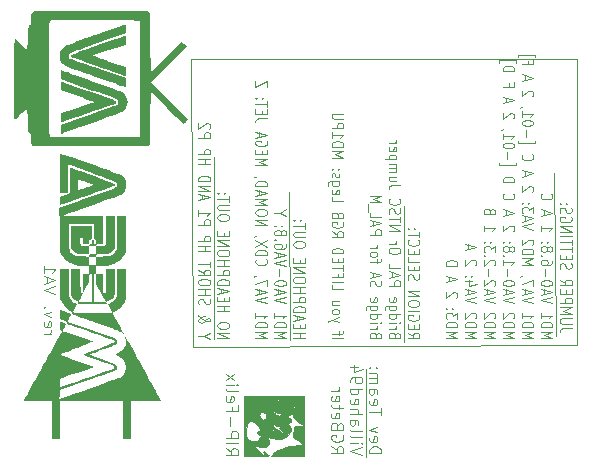
<source format=gbr>
%TF.GenerationSoftware,KiCad,Pcbnew,9.0.0*%
%TF.CreationDate,2025-11-20T17:42:52-08:00*%
%TF.ProjectId,MegaAV_VA1,4d656761-4156-45f5-9641-312e6b696361,rev?*%
%TF.SameCoordinates,Original*%
%TF.FileFunction,Legend,Bot*%
%TF.FilePolarity,Positive*%
%FSLAX46Y46*%
G04 Gerber Fmt 4.6, Leading zero omitted, Abs format (unit mm)*
G04 Created by KiCad (PCBNEW 9.0.0) date 2025-11-20 17:42:52*
%MOMM*%
%LPD*%
G01*
G04 APERTURE LIST*
%ADD10C,0.120000*%
%ADD11C,0.100000*%
%ADD12C,0.010000*%
%ADD13C,0.000000*%
G04 APERTURE END LIST*
D10*
X173870926Y-133054422D02*
X174537593Y-133054422D01*
X174347117Y-133054422D02*
X174442355Y-133006803D01*
X174442355Y-133006803D02*
X174489974Y-132959184D01*
X174489974Y-132959184D02*
X174537593Y-132863946D01*
X174537593Y-132863946D02*
X174537593Y-132768708D01*
X173918546Y-132054422D02*
X173870926Y-132149660D01*
X173870926Y-132149660D02*
X173870926Y-132340136D01*
X173870926Y-132340136D02*
X173918546Y-132435374D01*
X173918546Y-132435374D02*
X174013784Y-132482993D01*
X174013784Y-132482993D02*
X174394736Y-132482993D01*
X174394736Y-132482993D02*
X174489974Y-132435374D01*
X174489974Y-132435374D02*
X174537593Y-132340136D01*
X174537593Y-132340136D02*
X174537593Y-132149660D01*
X174537593Y-132149660D02*
X174489974Y-132054422D01*
X174489974Y-132054422D02*
X174394736Y-132006803D01*
X174394736Y-132006803D02*
X174299498Y-132006803D01*
X174299498Y-132006803D02*
X174204260Y-132482993D01*
X174537593Y-131673469D02*
X173870926Y-131435374D01*
X173870926Y-131435374D02*
X174537593Y-131197279D01*
X173966165Y-130816326D02*
X173918546Y-130768707D01*
X173918546Y-130768707D02*
X173870926Y-130816326D01*
X173870926Y-130816326D02*
X173918546Y-130863945D01*
X173918546Y-130863945D02*
X173966165Y-130816326D01*
X173966165Y-130816326D02*
X173870926Y-130816326D01*
X174870926Y-129721088D02*
X173870926Y-129387755D01*
X173870926Y-129387755D02*
X174870926Y-129054422D01*
X174156641Y-128768707D02*
X174156641Y-128292517D01*
X173870926Y-128863945D02*
X174870926Y-128530612D01*
X174870926Y-128530612D02*
X173870926Y-128197279D01*
X173870926Y-127340136D02*
X173870926Y-127911564D01*
X173870926Y-127625850D02*
X174870926Y-127625850D01*
X174870926Y-127625850D02*
X174728069Y-127721088D01*
X174728069Y-127721088D02*
X174632831Y-127816326D01*
X174632831Y-127816326D02*
X174585212Y-127911564D01*
D11*
X194657257Y-121051450D02*
X194757257Y-133601450D01*
X201150000Y-136075000D02*
X201150000Y-143525000D01*
X186346875Y-109849896D02*
X219000000Y-109850000D01*
X188314318Y-133538346D02*
X188314318Y-118138346D01*
X219000000Y-109850000D02*
X219050000Y-134050000D01*
X218850000Y-134050000D02*
X186538073Y-134199896D01*
X204350000Y-133775000D02*
X204350000Y-122225000D01*
X219050000Y-134050000D02*
X218850000Y-134050000D01*
X186538073Y-134199896D02*
X186346875Y-109849896D01*
X217100000Y-119500000D02*
X217250000Y-133250000D01*
D10*
X189293620Y-142761529D02*
X189769811Y-143094862D01*
X189293620Y-143332957D02*
X190293620Y-143332957D01*
X190293620Y-143332957D02*
X190293620Y-142952005D01*
X190293620Y-142952005D02*
X190246001Y-142856767D01*
X190246001Y-142856767D02*
X190198382Y-142809148D01*
X190198382Y-142809148D02*
X190103144Y-142761529D01*
X190103144Y-142761529D02*
X189960287Y-142761529D01*
X189960287Y-142761529D02*
X189865049Y-142809148D01*
X189865049Y-142809148D02*
X189817430Y-142856767D01*
X189817430Y-142856767D02*
X189769811Y-142952005D01*
X189769811Y-142952005D02*
X189769811Y-143332957D01*
X189293620Y-142332957D02*
X190293620Y-142332957D01*
X189293620Y-141856767D02*
X190293620Y-141856767D01*
X190293620Y-141856767D02*
X190293620Y-141475815D01*
X190293620Y-141475815D02*
X190246001Y-141380577D01*
X190246001Y-141380577D02*
X190198382Y-141332958D01*
X190198382Y-141332958D02*
X190103144Y-141285339D01*
X190103144Y-141285339D02*
X189960287Y-141285339D01*
X189960287Y-141285339D02*
X189865049Y-141332958D01*
X189865049Y-141332958D02*
X189817430Y-141380577D01*
X189817430Y-141380577D02*
X189769811Y-141475815D01*
X189769811Y-141475815D02*
X189769811Y-141856767D01*
X189674573Y-140856767D02*
X189674573Y-140094863D01*
X189817430Y-139285339D02*
X189817430Y-139618672D01*
X189293620Y-139618672D02*
X190293620Y-139618672D01*
X190293620Y-139618672D02*
X190293620Y-139142482D01*
X189341240Y-138380577D02*
X189293620Y-138475815D01*
X189293620Y-138475815D02*
X189293620Y-138666291D01*
X189293620Y-138666291D02*
X189341240Y-138761529D01*
X189341240Y-138761529D02*
X189436478Y-138809148D01*
X189436478Y-138809148D02*
X189817430Y-138809148D01*
X189817430Y-138809148D02*
X189912668Y-138761529D01*
X189912668Y-138761529D02*
X189960287Y-138666291D01*
X189960287Y-138666291D02*
X189960287Y-138475815D01*
X189960287Y-138475815D02*
X189912668Y-138380577D01*
X189912668Y-138380577D02*
X189817430Y-138332958D01*
X189817430Y-138332958D02*
X189722192Y-138332958D01*
X189722192Y-138332958D02*
X189626954Y-138809148D01*
X189293620Y-137761529D02*
X189341240Y-137856767D01*
X189341240Y-137856767D02*
X189436478Y-137904386D01*
X189436478Y-137904386D02*
X190293620Y-137904386D01*
X189293620Y-137380576D02*
X189960287Y-137380576D01*
X190293620Y-137380576D02*
X190246001Y-137428195D01*
X190246001Y-137428195D02*
X190198382Y-137380576D01*
X190198382Y-137380576D02*
X190246001Y-137332957D01*
X190246001Y-137332957D02*
X190293620Y-137380576D01*
X190293620Y-137380576D02*
X190198382Y-137380576D01*
X189293620Y-136999624D02*
X189960287Y-136475815D01*
X189960287Y-136999624D02*
X189293620Y-136475815D01*
D11*
X218571206Y-132598141D02*
X217856921Y-132598141D01*
X217856921Y-132598141D02*
X217714064Y-132636236D01*
X217714064Y-132636236D02*
X217618826Y-132712427D01*
X217618826Y-132712427D02*
X217571206Y-132826712D01*
X217571206Y-132826712D02*
X217571206Y-132902903D01*
X218571206Y-132217188D02*
X217761683Y-132217188D01*
X217761683Y-132217188D02*
X217666445Y-132179093D01*
X217666445Y-132179093D02*
X217618826Y-132140998D01*
X217618826Y-132140998D02*
X217571206Y-132064807D01*
X217571206Y-132064807D02*
X217571206Y-131912426D01*
X217571206Y-131912426D02*
X217618826Y-131836236D01*
X217618826Y-131836236D02*
X217666445Y-131798141D01*
X217666445Y-131798141D02*
X217761683Y-131760045D01*
X217761683Y-131760045D02*
X218571206Y-131760045D01*
X217571206Y-131379093D02*
X218571206Y-131379093D01*
X218571206Y-131379093D02*
X217856921Y-131112427D01*
X217856921Y-131112427D02*
X218571206Y-130845760D01*
X218571206Y-130845760D02*
X217571206Y-130845760D01*
X217571206Y-130464807D02*
X218571206Y-130464807D01*
X218571206Y-130464807D02*
X218571206Y-130160045D01*
X218571206Y-130160045D02*
X218523587Y-130083855D01*
X218523587Y-130083855D02*
X218475968Y-130045760D01*
X218475968Y-130045760D02*
X218380730Y-130007664D01*
X218380730Y-130007664D02*
X218237873Y-130007664D01*
X218237873Y-130007664D02*
X218142635Y-130045760D01*
X218142635Y-130045760D02*
X218095016Y-130083855D01*
X218095016Y-130083855D02*
X218047397Y-130160045D01*
X218047397Y-130160045D02*
X218047397Y-130464807D01*
X218095016Y-129664807D02*
X218095016Y-129398141D01*
X217571206Y-129283855D02*
X217571206Y-129664807D01*
X217571206Y-129664807D02*
X218571206Y-129664807D01*
X218571206Y-129664807D02*
X218571206Y-129283855D01*
X217571206Y-128483854D02*
X218047397Y-128750521D01*
X217571206Y-128940997D02*
X218571206Y-128940997D01*
X218571206Y-128940997D02*
X218571206Y-128636235D01*
X218571206Y-128636235D02*
X218523587Y-128560045D01*
X218523587Y-128560045D02*
X218475968Y-128521950D01*
X218475968Y-128521950D02*
X218380730Y-128483854D01*
X218380730Y-128483854D02*
X218237873Y-128483854D01*
X218237873Y-128483854D02*
X218142635Y-128521950D01*
X218142635Y-128521950D02*
X218095016Y-128560045D01*
X218095016Y-128560045D02*
X218047397Y-128636235D01*
X218047397Y-128636235D02*
X218047397Y-128940997D01*
X217618826Y-127569569D02*
X217571206Y-127455283D01*
X217571206Y-127455283D02*
X217571206Y-127264807D01*
X217571206Y-127264807D02*
X217618826Y-127188616D01*
X217618826Y-127188616D02*
X217666445Y-127150521D01*
X217666445Y-127150521D02*
X217761683Y-127112426D01*
X217761683Y-127112426D02*
X217856921Y-127112426D01*
X217856921Y-127112426D02*
X217952159Y-127150521D01*
X217952159Y-127150521D02*
X217999778Y-127188616D01*
X217999778Y-127188616D02*
X218047397Y-127264807D01*
X218047397Y-127264807D02*
X218095016Y-127417188D01*
X218095016Y-127417188D02*
X218142635Y-127493378D01*
X218142635Y-127493378D02*
X218190254Y-127531473D01*
X218190254Y-127531473D02*
X218285492Y-127569569D01*
X218285492Y-127569569D02*
X218380730Y-127569569D01*
X218380730Y-127569569D02*
X218475968Y-127531473D01*
X218475968Y-127531473D02*
X218523587Y-127493378D01*
X218523587Y-127493378D02*
X218571206Y-127417188D01*
X218571206Y-127417188D02*
X218571206Y-127226711D01*
X218571206Y-127226711D02*
X218523587Y-127112426D01*
X218095016Y-126769568D02*
X218095016Y-126502902D01*
X217571206Y-126388616D02*
X217571206Y-126769568D01*
X217571206Y-126769568D02*
X218571206Y-126769568D01*
X218571206Y-126769568D02*
X218571206Y-126388616D01*
X218571206Y-126160044D02*
X218571206Y-125702901D01*
X217571206Y-125931473D02*
X218571206Y-125931473D01*
X218571206Y-125550520D02*
X218571206Y-125093377D01*
X217571206Y-125321949D02*
X218571206Y-125321949D01*
X217571206Y-124826710D02*
X218571206Y-124826710D01*
X217571206Y-124445758D02*
X218571206Y-124445758D01*
X218571206Y-124445758D02*
X217571206Y-123988615D01*
X217571206Y-123988615D02*
X218571206Y-123988615D01*
X218523587Y-123188616D02*
X218571206Y-123264806D01*
X218571206Y-123264806D02*
X218571206Y-123379092D01*
X218571206Y-123379092D02*
X218523587Y-123493378D01*
X218523587Y-123493378D02*
X218428349Y-123569568D01*
X218428349Y-123569568D02*
X218333111Y-123607663D01*
X218333111Y-123607663D02*
X218142635Y-123645759D01*
X218142635Y-123645759D02*
X217999778Y-123645759D01*
X217999778Y-123645759D02*
X217809302Y-123607663D01*
X217809302Y-123607663D02*
X217714064Y-123569568D01*
X217714064Y-123569568D02*
X217618826Y-123493378D01*
X217618826Y-123493378D02*
X217571206Y-123379092D01*
X217571206Y-123379092D02*
X217571206Y-123302901D01*
X217571206Y-123302901D02*
X217618826Y-123188616D01*
X217618826Y-123188616D02*
X217666445Y-123150520D01*
X217666445Y-123150520D02*
X217999778Y-123150520D01*
X217999778Y-123150520D02*
X217999778Y-123302901D01*
X217618826Y-122845759D02*
X217571206Y-122731473D01*
X217571206Y-122731473D02*
X217571206Y-122540997D01*
X217571206Y-122540997D02*
X217618826Y-122464806D01*
X217618826Y-122464806D02*
X217666445Y-122426711D01*
X217666445Y-122426711D02*
X217761683Y-122388616D01*
X217761683Y-122388616D02*
X217856921Y-122388616D01*
X217856921Y-122388616D02*
X217952159Y-122426711D01*
X217952159Y-122426711D02*
X217999778Y-122464806D01*
X217999778Y-122464806D02*
X218047397Y-122540997D01*
X218047397Y-122540997D02*
X218095016Y-122693378D01*
X218095016Y-122693378D02*
X218142635Y-122769568D01*
X218142635Y-122769568D02*
X218190254Y-122807663D01*
X218190254Y-122807663D02*
X218285492Y-122845759D01*
X218285492Y-122845759D02*
X218380730Y-122845759D01*
X218380730Y-122845759D02*
X218475968Y-122807663D01*
X218475968Y-122807663D02*
X218523587Y-122769568D01*
X218523587Y-122769568D02*
X218571206Y-122693378D01*
X218571206Y-122693378D02*
X218571206Y-122502901D01*
X218571206Y-122502901D02*
X218523587Y-122388616D01*
X217666445Y-122045758D02*
X217618826Y-122007663D01*
X217618826Y-122007663D02*
X217571206Y-122045758D01*
X217571206Y-122045758D02*
X217618826Y-122083854D01*
X217618826Y-122083854D02*
X217666445Y-122045758D01*
X217666445Y-122045758D02*
X217571206Y-122045758D01*
X218190254Y-122045758D02*
X218142635Y-122007663D01*
X218142635Y-122007663D02*
X218095016Y-122045758D01*
X218095016Y-122045758D02*
X218142635Y-122083854D01*
X218142635Y-122083854D02*
X218190254Y-122045758D01*
X218190254Y-122045758D02*
X218095016Y-122045758D01*
X215961262Y-133436236D02*
X216961262Y-133436236D01*
X216961262Y-133436236D02*
X216246977Y-133169570D01*
X216246977Y-133169570D02*
X216961262Y-132902903D01*
X216961262Y-132902903D02*
X215961262Y-132902903D01*
X215961262Y-132521950D02*
X216961262Y-132521950D01*
X216961262Y-132521950D02*
X216961262Y-132331474D01*
X216961262Y-132331474D02*
X216913643Y-132217188D01*
X216913643Y-132217188D02*
X216818405Y-132140998D01*
X216818405Y-132140998D02*
X216723167Y-132102903D01*
X216723167Y-132102903D02*
X216532691Y-132064807D01*
X216532691Y-132064807D02*
X216389834Y-132064807D01*
X216389834Y-132064807D02*
X216199358Y-132102903D01*
X216199358Y-132102903D02*
X216104120Y-132140998D01*
X216104120Y-132140998D02*
X216008882Y-132217188D01*
X216008882Y-132217188D02*
X215961262Y-132331474D01*
X215961262Y-132331474D02*
X215961262Y-132521950D01*
X215961262Y-131302903D02*
X215961262Y-131760046D01*
X215961262Y-131531474D02*
X216961262Y-131531474D01*
X216961262Y-131531474D02*
X216818405Y-131607665D01*
X216818405Y-131607665D02*
X216723167Y-131683855D01*
X216723167Y-131683855D02*
X216675548Y-131760046D01*
X216961262Y-130464807D02*
X215961262Y-130198140D01*
X215961262Y-130198140D02*
X216961262Y-129931474D01*
X216246977Y-129702903D02*
X216246977Y-129321950D01*
X215961262Y-129779093D02*
X216961262Y-129512426D01*
X216961262Y-129512426D02*
X215961262Y-129245760D01*
X216961262Y-128826712D02*
X216961262Y-128750522D01*
X216961262Y-128750522D02*
X216913643Y-128674331D01*
X216913643Y-128674331D02*
X216866024Y-128636236D01*
X216866024Y-128636236D02*
X216770786Y-128598141D01*
X216770786Y-128598141D02*
X216580310Y-128560046D01*
X216580310Y-128560046D02*
X216342215Y-128560046D01*
X216342215Y-128560046D02*
X216151739Y-128598141D01*
X216151739Y-128598141D02*
X216056501Y-128636236D01*
X216056501Y-128636236D02*
X216008882Y-128674331D01*
X216008882Y-128674331D02*
X215961262Y-128750522D01*
X215961262Y-128750522D02*
X215961262Y-128826712D01*
X215961262Y-128826712D02*
X216008882Y-128902903D01*
X216008882Y-128902903D02*
X216056501Y-128940998D01*
X216056501Y-128940998D02*
X216151739Y-128979093D01*
X216151739Y-128979093D02*
X216342215Y-129017189D01*
X216342215Y-129017189D02*
X216580310Y-129017189D01*
X216580310Y-129017189D02*
X216770786Y-128979093D01*
X216770786Y-128979093D02*
X216866024Y-128940998D01*
X216866024Y-128940998D02*
X216913643Y-128902903D01*
X216913643Y-128902903D02*
X216961262Y-128826712D01*
X216342215Y-128217188D02*
X216342215Y-127607665D01*
X216961262Y-126883855D02*
X216961262Y-127036236D01*
X216961262Y-127036236D02*
X216913643Y-127112427D01*
X216913643Y-127112427D02*
X216866024Y-127150522D01*
X216866024Y-127150522D02*
X216723167Y-127226712D01*
X216723167Y-127226712D02*
X216532691Y-127264808D01*
X216532691Y-127264808D02*
X216151739Y-127264808D01*
X216151739Y-127264808D02*
X216056501Y-127226712D01*
X216056501Y-127226712D02*
X216008882Y-127188617D01*
X216008882Y-127188617D02*
X215961262Y-127112427D01*
X215961262Y-127112427D02*
X215961262Y-126960046D01*
X215961262Y-126960046D02*
X216008882Y-126883855D01*
X216008882Y-126883855D02*
X216056501Y-126845760D01*
X216056501Y-126845760D02*
X216151739Y-126807665D01*
X216151739Y-126807665D02*
X216389834Y-126807665D01*
X216389834Y-126807665D02*
X216485072Y-126845760D01*
X216485072Y-126845760D02*
X216532691Y-126883855D01*
X216532691Y-126883855D02*
X216580310Y-126960046D01*
X216580310Y-126960046D02*
X216580310Y-127112427D01*
X216580310Y-127112427D02*
X216532691Y-127188617D01*
X216532691Y-127188617D02*
X216485072Y-127226712D01*
X216485072Y-127226712D02*
X216389834Y-127264808D01*
X216056501Y-126464807D02*
X216008882Y-126426712D01*
X216008882Y-126426712D02*
X215961262Y-126464807D01*
X215961262Y-126464807D02*
X216008882Y-126502903D01*
X216008882Y-126502903D02*
X216056501Y-126464807D01*
X216056501Y-126464807D02*
X215961262Y-126464807D01*
X216532691Y-125969570D02*
X216580310Y-126045760D01*
X216580310Y-126045760D02*
X216627929Y-126083855D01*
X216627929Y-126083855D02*
X216723167Y-126121951D01*
X216723167Y-126121951D02*
X216770786Y-126121951D01*
X216770786Y-126121951D02*
X216866024Y-126083855D01*
X216866024Y-126083855D02*
X216913643Y-126045760D01*
X216913643Y-126045760D02*
X216961262Y-125969570D01*
X216961262Y-125969570D02*
X216961262Y-125817189D01*
X216961262Y-125817189D02*
X216913643Y-125740998D01*
X216913643Y-125740998D02*
X216866024Y-125702903D01*
X216866024Y-125702903D02*
X216770786Y-125664808D01*
X216770786Y-125664808D02*
X216723167Y-125664808D01*
X216723167Y-125664808D02*
X216627929Y-125702903D01*
X216627929Y-125702903D02*
X216580310Y-125740998D01*
X216580310Y-125740998D02*
X216532691Y-125817189D01*
X216532691Y-125817189D02*
X216532691Y-125969570D01*
X216532691Y-125969570D02*
X216485072Y-126045760D01*
X216485072Y-126045760D02*
X216437453Y-126083855D01*
X216437453Y-126083855D02*
X216342215Y-126121951D01*
X216342215Y-126121951D02*
X216151739Y-126121951D01*
X216151739Y-126121951D02*
X216056501Y-126083855D01*
X216056501Y-126083855D02*
X216008882Y-126045760D01*
X216008882Y-126045760D02*
X215961262Y-125969570D01*
X215961262Y-125969570D02*
X215961262Y-125817189D01*
X215961262Y-125817189D02*
X216008882Y-125740998D01*
X216008882Y-125740998D02*
X216056501Y-125702903D01*
X216056501Y-125702903D02*
X216151739Y-125664808D01*
X216151739Y-125664808D02*
X216342215Y-125664808D01*
X216342215Y-125664808D02*
X216437453Y-125702903D01*
X216437453Y-125702903D02*
X216485072Y-125740998D01*
X216485072Y-125740998D02*
X216532691Y-125817189D01*
X216056501Y-125321950D02*
X216008882Y-125283855D01*
X216008882Y-125283855D02*
X215961262Y-125321950D01*
X215961262Y-125321950D02*
X216008882Y-125360046D01*
X216008882Y-125360046D02*
X216056501Y-125321950D01*
X216056501Y-125321950D02*
X215961262Y-125321950D01*
X216580310Y-125321950D02*
X216532691Y-125283855D01*
X216532691Y-125283855D02*
X216485072Y-125321950D01*
X216485072Y-125321950D02*
X216532691Y-125360046D01*
X216532691Y-125360046D02*
X216580310Y-125321950D01*
X216580310Y-125321950D02*
X216485072Y-125321950D01*
X215961262Y-123912427D02*
X215961262Y-124369570D01*
X215961262Y-124140998D02*
X216961262Y-124140998D01*
X216961262Y-124140998D02*
X216818405Y-124217189D01*
X216818405Y-124217189D02*
X216723167Y-124293379D01*
X216723167Y-124293379D02*
X216675548Y-124369570D01*
X216246977Y-122998141D02*
X216246977Y-122617188D01*
X215961262Y-123074331D02*
X216961262Y-122807664D01*
X216961262Y-122807664D02*
X215961262Y-122540998D01*
X216056501Y-121207664D02*
X216008882Y-121245760D01*
X216008882Y-121245760D02*
X215961262Y-121360045D01*
X215961262Y-121360045D02*
X215961262Y-121436236D01*
X215961262Y-121436236D02*
X216008882Y-121550522D01*
X216008882Y-121550522D02*
X216104120Y-121626712D01*
X216104120Y-121626712D02*
X216199358Y-121664807D01*
X216199358Y-121664807D02*
X216389834Y-121702903D01*
X216389834Y-121702903D02*
X216532691Y-121702903D01*
X216532691Y-121702903D02*
X216723167Y-121664807D01*
X216723167Y-121664807D02*
X216818405Y-121626712D01*
X216818405Y-121626712D02*
X216913643Y-121550522D01*
X216913643Y-121550522D02*
X216961262Y-121436236D01*
X216961262Y-121436236D02*
X216961262Y-121360045D01*
X216961262Y-121360045D02*
X216913643Y-121245760D01*
X216913643Y-121245760D02*
X216866024Y-121207664D01*
X214351318Y-133436236D02*
X215351318Y-133436236D01*
X215351318Y-133436236D02*
X214637033Y-133169570D01*
X214637033Y-133169570D02*
X215351318Y-132902903D01*
X215351318Y-132902903D02*
X214351318Y-132902903D01*
X214351318Y-132521950D02*
X215351318Y-132521950D01*
X215351318Y-132521950D02*
X215351318Y-132331474D01*
X215351318Y-132331474D02*
X215303699Y-132217188D01*
X215303699Y-132217188D02*
X215208461Y-132140998D01*
X215208461Y-132140998D02*
X215113223Y-132102903D01*
X215113223Y-132102903D02*
X214922747Y-132064807D01*
X214922747Y-132064807D02*
X214779890Y-132064807D01*
X214779890Y-132064807D02*
X214589414Y-132102903D01*
X214589414Y-132102903D02*
X214494176Y-132140998D01*
X214494176Y-132140998D02*
X214398938Y-132217188D01*
X214398938Y-132217188D02*
X214351318Y-132331474D01*
X214351318Y-132331474D02*
X214351318Y-132521950D01*
X214351318Y-131302903D02*
X214351318Y-131760046D01*
X214351318Y-131531474D02*
X215351318Y-131531474D01*
X215351318Y-131531474D02*
X215208461Y-131607665D01*
X215208461Y-131607665D02*
X215113223Y-131683855D01*
X215113223Y-131683855D02*
X215065604Y-131760046D01*
X215351318Y-130464807D02*
X214351318Y-130198140D01*
X214351318Y-130198140D02*
X215351318Y-129931474D01*
X214637033Y-129702903D02*
X214637033Y-129321950D01*
X214351318Y-129779093D02*
X215351318Y-129512426D01*
X215351318Y-129512426D02*
X214351318Y-129245760D01*
X215351318Y-129055284D02*
X215351318Y-128521950D01*
X215351318Y-128521950D02*
X214351318Y-128864808D01*
X214398938Y-128179093D02*
X214351318Y-128179093D01*
X214351318Y-128179093D02*
X214256080Y-128217188D01*
X214256080Y-128217188D02*
X214208461Y-128255284D01*
X214351318Y-127226712D02*
X215351318Y-127226712D01*
X215351318Y-127226712D02*
X214637033Y-126960046D01*
X214637033Y-126960046D02*
X215351318Y-126693379D01*
X215351318Y-126693379D02*
X214351318Y-126693379D01*
X214351318Y-126312426D02*
X215351318Y-126312426D01*
X215351318Y-126312426D02*
X215351318Y-126121950D01*
X215351318Y-126121950D02*
X215303699Y-126007664D01*
X215303699Y-126007664D02*
X215208461Y-125931474D01*
X215208461Y-125931474D02*
X215113223Y-125893379D01*
X215113223Y-125893379D02*
X214922747Y-125855283D01*
X214922747Y-125855283D02*
X214779890Y-125855283D01*
X214779890Y-125855283D02*
X214589414Y-125893379D01*
X214589414Y-125893379D02*
X214494176Y-125931474D01*
X214494176Y-125931474D02*
X214398938Y-126007664D01*
X214398938Y-126007664D02*
X214351318Y-126121950D01*
X214351318Y-126121950D02*
X214351318Y-126312426D01*
X215256080Y-125550522D02*
X215303699Y-125512426D01*
X215303699Y-125512426D02*
X215351318Y-125436236D01*
X215351318Y-125436236D02*
X215351318Y-125245760D01*
X215351318Y-125245760D02*
X215303699Y-125169569D01*
X215303699Y-125169569D02*
X215256080Y-125131474D01*
X215256080Y-125131474D02*
X215160842Y-125093379D01*
X215160842Y-125093379D02*
X215065604Y-125093379D01*
X215065604Y-125093379D02*
X214922747Y-125131474D01*
X214922747Y-125131474D02*
X214351318Y-125588617D01*
X214351318Y-125588617D02*
X214351318Y-125093379D01*
X215351318Y-124255283D02*
X214351318Y-123988616D01*
X214351318Y-123988616D02*
X215351318Y-123721950D01*
X214637033Y-123493379D02*
X214637033Y-123112426D01*
X214351318Y-123569569D02*
X215351318Y-123302902D01*
X215351318Y-123302902D02*
X214351318Y-123036236D01*
X215351318Y-122845760D02*
X215351318Y-122350522D01*
X215351318Y-122350522D02*
X214970366Y-122617188D01*
X214970366Y-122617188D02*
X214970366Y-122502903D01*
X214970366Y-122502903D02*
X214922747Y-122426712D01*
X214922747Y-122426712D02*
X214875128Y-122388617D01*
X214875128Y-122388617D02*
X214779890Y-122350522D01*
X214779890Y-122350522D02*
X214541795Y-122350522D01*
X214541795Y-122350522D02*
X214446557Y-122388617D01*
X214446557Y-122388617D02*
X214398938Y-122426712D01*
X214398938Y-122426712D02*
X214351318Y-122502903D01*
X214351318Y-122502903D02*
X214351318Y-122731474D01*
X214351318Y-122731474D02*
X214398938Y-122807665D01*
X214398938Y-122807665D02*
X214446557Y-122845760D01*
X214446557Y-122007664D02*
X214398938Y-121969569D01*
X214398938Y-121969569D02*
X214351318Y-122007664D01*
X214351318Y-122007664D02*
X214398938Y-122045760D01*
X214398938Y-122045760D02*
X214446557Y-122007664D01*
X214446557Y-122007664D02*
X214351318Y-122007664D01*
X214970366Y-122007664D02*
X214922747Y-121969569D01*
X214922747Y-121969569D02*
X214875128Y-122007664D01*
X214875128Y-122007664D02*
X214922747Y-122045760D01*
X214922747Y-122045760D02*
X214970366Y-122007664D01*
X214970366Y-122007664D02*
X214875128Y-122007664D01*
X215256080Y-121055284D02*
X215303699Y-121017188D01*
X215303699Y-121017188D02*
X215351318Y-120940998D01*
X215351318Y-120940998D02*
X215351318Y-120750522D01*
X215351318Y-120750522D02*
X215303699Y-120674331D01*
X215303699Y-120674331D02*
X215256080Y-120636236D01*
X215256080Y-120636236D02*
X215160842Y-120598141D01*
X215160842Y-120598141D02*
X215065604Y-120598141D01*
X215065604Y-120598141D02*
X214922747Y-120636236D01*
X214922747Y-120636236D02*
X214351318Y-121093379D01*
X214351318Y-121093379D02*
X214351318Y-120598141D01*
X214637033Y-119683855D02*
X214637033Y-119302902D01*
X214351318Y-119760045D02*
X215351318Y-119493378D01*
X215351318Y-119493378D02*
X214351318Y-119226712D01*
X214446557Y-117893378D02*
X214398938Y-117931474D01*
X214398938Y-117931474D02*
X214351318Y-118045759D01*
X214351318Y-118045759D02*
X214351318Y-118121950D01*
X214351318Y-118121950D02*
X214398938Y-118236236D01*
X214398938Y-118236236D02*
X214494176Y-118312426D01*
X214494176Y-118312426D02*
X214589414Y-118350521D01*
X214589414Y-118350521D02*
X214779890Y-118388617D01*
X214779890Y-118388617D02*
X214922747Y-118388617D01*
X214922747Y-118388617D02*
X215113223Y-118350521D01*
X215113223Y-118350521D02*
X215208461Y-118312426D01*
X215208461Y-118312426D02*
X215303699Y-118236236D01*
X215303699Y-118236236D02*
X215351318Y-118121950D01*
X215351318Y-118121950D02*
X215351318Y-118045759D01*
X215351318Y-118045759D02*
X215303699Y-117931474D01*
X215303699Y-117931474D02*
X215256080Y-117893378D01*
X214017985Y-116712426D02*
X214017985Y-116902902D01*
X214017985Y-116902902D02*
X215446557Y-116902902D01*
X215446557Y-116902902D02*
X215446557Y-116712426D01*
X214732271Y-116407664D02*
X214732271Y-115798141D01*
X215351318Y-115264807D02*
X215351318Y-115188617D01*
X215351318Y-115188617D02*
X215303699Y-115112426D01*
X215303699Y-115112426D02*
X215256080Y-115074331D01*
X215256080Y-115074331D02*
X215160842Y-115036236D01*
X215160842Y-115036236D02*
X214970366Y-114998141D01*
X214970366Y-114998141D02*
X214732271Y-114998141D01*
X214732271Y-114998141D02*
X214541795Y-115036236D01*
X214541795Y-115036236D02*
X214446557Y-115074331D01*
X214446557Y-115074331D02*
X214398938Y-115112426D01*
X214398938Y-115112426D02*
X214351318Y-115188617D01*
X214351318Y-115188617D02*
X214351318Y-115264807D01*
X214351318Y-115264807D02*
X214398938Y-115340998D01*
X214398938Y-115340998D02*
X214446557Y-115379093D01*
X214446557Y-115379093D02*
X214541795Y-115417188D01*
X214541795Y-115417188D02*
X214732271Y-115455284D01*
X214732271Y-115455284D02*
X214970366Y-115455284D01*
X214970366Y-115455284D02*
X215160842Y-115417188D01*
X215160842Y-115417188D02*
X215256080Y-115379093D01*
X215256080Y-115379093D02*
X215303699Y-115340998D01*
X215303699Y-115340998D02*
X215351318Y-115264807D01*
X214351318Y-114236236D02*
X214351318Y-114693379D01*
X214351318Y-114464807D02*
X215351318Y-114464807D01*
X215351318Y-114464807D02*
X215208461Y-114540998D01*
X215208461Y-114540998D02*
X215113223Y-114617188D01*
X215113223Y-114617188D02*
X215065604Y-114693379D01*
X214398938Y-113855283D02*
X214351318Y-113855283D01*
X214351318Y-113855283D02*
X214256080Y-113893378D01*
X214256080Y-113893378D02*
X214208461Y-113931474D01*
X215256080Y-112940998D02*
X215303699Y-112902902D01*
X215303699Y-112902902D02*
X215351318Y-112826712D01*
X215351318Y-112826712D02*
X215351318Y-112636236D01*
X215351318Y-112636236D02*
X215303699Y-112560045D01*
X215303699Y-112560045D02*
X215256080Y-112521950D01*
X215256080Y-112521950D02*
X215160842Y-112483855D01*
X215160842Y-112483855D02*
X215065604Y-112483855D01*
X215065604Y-112483855D02*
X214922747Y-112521950D01*
X214922747Y-112521950D02*
X214351318Y-112979093D01*
X214351318Y-112979093D02*
X214351318Y-112483855D01*
X214637033Y-111569569D02*
X214637033Y-111188616D01*
X214351318Y-111645759D02*
X215351318Y-111379092D01*
X215351318Y-111379092D02*
X214351318Y-111112426D01*
X214875128Y-109969569D02*
X214875128Y-110236235D01*
X214351318Y-110236235D02*
X215351318Y-110236235D01*
X215351318Y-110236235D02*
X215351318Y-109855283D01*
X214017985Y-109626712D02*
X214017985Y-109436236D01*
X214017985Y-109436236D02*
X215446557Y-109436236D01*
X215446557Y-109436236D02*
X215446557Y-109626712D01*
X212741374Y-133436236D02*
X213741374Y-133436236D01*
X213741374Y-133436236D02*
X213027089Y-133169570D01*
X213027089Y-133169570D02*
X213741374Y-132902903D01*
X213741374Y-132902903D02*
X212741374Y-132902903D01*
X212741374Y-132521950D02*
X213741374Y-132521950D01*
X213741374Y-132521950D02*
X213741374Y-132331474D01*
X213741374Y-132331474D02*
X213693755Y-132217188D01*
X213693755Y-132217188D02*
X213598517Y-132140998D01*
X213598517Y-132140998D02*
X213503279Y-132102903D01*
X213503279Y-132102903D02*
X213312803Y-132064807D01*
X213312803Y-132064807D02*
X213169946Y-132064807D01*
X213169946Y-132064807D02*
X212979470Y-132102903D01*
X212979470Y-132102903D02*
X212884232Y-132140998D01*
X212884232Y-132140998D02*
X212788994Y-132217188D01*
X212788994Y-132217188D02*
X212741374Y-132331474D01*
X212741374Y-132331474D02*
X212741374Y-132521950D01*
X213646136Y-131760046D02*
X213693755Y-131721950D01*
X213693755Y-131721950D02*
X213741374Y-131645760D01*
X213741374Y-131645760D02*
X213741374Y-131455284D01*
X213741374Y-131455284D02*
X213693755Y-131379093D01*
X213693755Y-131379093D02*
X213646136Y-131340998D01*
X213646136Y-131340998D02*
X213550898Y-131302903D01*
X213550898Y-131302903D02*
X213455660Y-131302903D01*
X213455660Y-131302903D02*
X213312803Y-131340998D01*
X213312803Y-131340998D02*
X212741374Y-131798141D01*
X212741374Y-131798141D02*
X212741374Y-131302903D01*
X213741374Y-130464807D02*
X212741374Y-130198140D01*
X212741374Y-130198140D02*
X213741374Y-129931474D01*
X213027089Y-129702903D02*
X213027089Y-129321950D01*
X212741374Y-129779093D02*
X213741374Y-129512426D01*
X213741374Y-129512426D02*
X212741374Y-129245760D01*
X213741374Y-128826712D02*
X213741374Y-128750522D01*
X213741374Y-128750522D02*
X213693755Y-128674331D01*
X213693755Y-128674331D02*
X213646136Y-128636236D01*
X213646136Y-128636236D02*
X213550898Y-128598141D01*
X213550898Y-128598141D02*
X213360422Y-128560046D01*
X213360422Y-128560046D02*
X213122327Y-128560046D01*
X213122327Y-128560046D02*
X212931851Y-128598141D01*
X212931851Y-128598141D02*
X212836613Y-128636236D01*
X212836613Y-128636236D02*
X212788994Y-128674331D01*
X212788994Y-128674331D02*
X212741374Y-128750522D01*
X212741374Y-128750522D02*
X212741374Y-128826712D01*
X212741374Y-128826712D02*
X212788994Y-128902903D01*
X212788994Y-128902903D02*
X212836613Y-128940998D01*
X212836613Y-128940998D02*
X212931851Y-128979093D01*
X212931851Y-128979093D02*
X213122327Y-129017189D01*
X213122327Y-129017189D02*
X213360422Y-129017189D01*
X213360422Y-129017189D02*
X213550898Y-128979093D01*
X213550898Y-128979093D02*
X213646136Y-128940998D01*
X213646136Y-128940998D02*
X213693755Y-128902903D01*
X213693755Y-128902903D02*
X213741374Y-128826712D01*
X213122327Y-128217188D02*
X213122327Y-127607665D01*
X212741374Y-126807665D02*
X212741374Y-127264808D01*
X212741374Y-127036236D02*
X213741374Y-127036236D01*
X213741374Y-127036236D02*
X213598517Y-127112427D01*
X213598517Y-127112427D02*
X213503279Y-127188617D01*
X213503279Y-127188617D02*
X213455660Y-127264808D01*
X212836613Y-126464807D02*
X212788994Y-126426712D01*
X212788994Y-126426712D02*
X212741374Y-126464807D01*
X212741374Y-126464807D02*
X212788994Y-126502903D01*
X212788994Y-126502903D02*
X212836613Y-126464807D01*
X212836613Y-126464807D02*
X212741374Y-126464807D01*
X213312803Y-125969570D02*
X213360422Y-126045760D01*
X213360422Y-126045760D02*
X213408041Y-126083855D01*
X213408041Y-126083855D02*
X213503279Y-126121951D01*
X213503279Y-126121951D02*
X213550898Y-126121951D01*
X213550898Y-126121951D02*
X213646136Y-126083855D01*
X213646136Y-126083855D02*
X213693755Y-126045760D01*
X213693755Y-126045760D02*
X213741374Y-125969570D01*
X213741374Y-125969570D02*
X213741374Y-125817189D01*
X213741374Y-125817189D02*
X213693755Y-125740998D01*
X213693755Y-125740998D02*
X213646136Y-125702903D01*
X213646136Y-125702903D02*
X213550898Y-125664808D01*
X213550898Y-125664808D02*
X213503279Y-125664808D01*
X213503279Y-125664808D02*
X213408041Y-125702903D01*
X213408041Y-125702903D02*
X213360422Y-125740998D01*
X213360422Y-125740998D02*
X213312803Y-125817189D01*
X213312803Y-125817189D02*
X213312803Y-125969570D01*
X213312803Y-125969570D02*
X213265184Y-126045760D01*
X213265184Y-126045760D02*
X213217565Y-126083855D01*
X213217565Y-126083855D02*
X213122327Y-126121951D01*
X213122327Y-126121951D02*
X212931851Y-126121951D01*
X212931851Y-126121951D02*
X212836613Y-126083855D01*
X212836613Y-126083855D02*
X212788994Y-126045760D01*
X212788994Y-126045760D02*
X212741374Y-125969570D01*
X212741374Y-125969570D02*
X212741374Y-125817189D01*
X212741374Y-125817189D02*
X212788994Y-125740998D01*
X212788994Y-125740998D02*
X212836613Y-125702903D01*
X212836613Y-125702903D02*
X212931851Y-125664808D01*
X212931851Y-125664808D02*
X213122327Y-125664808D01*
X213122327Y-125664808D02*
X213217565Y-125702903D01*
X213217565Y-125702903D02*
X213265184Y-125740998D01*
X213265184Y-125740998D02*
X213312803Y-125817189D01*
X212836613Y-125321950D02*
X212788994Y-125283855D01*
X212788994Y-125283855D02*
X212741374Y-125321950D01*
X212741374Y-125321950D02*
X212788994Y-125360046D01*
X212788994Y-125360046D02*
X212836613Y-125321950D01*
X212836613Y-125321950D02*
X212741374Y-125321950D01*
X213360422Y-125321950D02*
X213312803Y-125283855D01*
X213312803Y-125283855D02*
X213265184Y-125321950D01*
X213265184Y-125321950D02*
X213312803Y-125360046D01*
X213312803Y-125360046D02*
X213360422Y-125321950D01*
X213360422Y-125321950D02*
X213265184Y-125321950D01*
X213646136Y-124369570D02*
X213693755Y-124331474D01*
X213693755Y-124331474D02*
X213741374Y-124255284D01*
X213741374Y-124255284D02*
X213741374Y-124064808D01*
X213741374Y-124064808D02*
X213693755Y-123988617D01*
X213693755Y-123988617D02*
X213646136Y-123950522D01*
X213646136Y-123950522D02*
X213550898Y-123912427D01*
X213550898Y-123912427D02*
X213455660Y-123912427D01*
X213455660Y-123912427D02*
X213312803Y-123950522D01*
X213312803Y-123950522D02*
X212741374Y-124407665D01*
X212741374Y-124407665D02*
X212741374Y-123912427D01*
X213027089Y-122998141D02*
X213027089Y-122617188D01*
X212741374Y-123074331D02*
X213741374Y-122807664D01*
X213741374Y-122807664D02*
X212741374Y-122540998D01*
X212836613Y-121207664D02*
X212788994Y-121245760D01*
X212788994Y-121245760D02*
X212741374Y-121360045D01*
X212741374Y-121360045D02*
X212741374Y-121436236D01*
X212741374Y-121436236D02*
X212788994Y-121550522D01*
X212788994Y-121550522D02*
X212884232Y-121626712D01*
X212884232Y-121626712D02*
X212979470Y-121664807D01*
X212979470Y-121664807D02*
X213169946Y-121702903D01*
X213169946Y-121702903D02*
X213312803Y-121702903D01*
X213312803Y-121702903D02*
X213503279Y-121664807D01*
X213503279Y-121664807D02*
X213598517Y-121626712D01*
X213598517Y-121626712D02*
X213693755Y-121550522D01*
X213693755Y-121550522D02*
X213741374Y-121436236D01*
X213741374Y-121436236D02*
X213741374Y-121360045D01*
X213741374Y-121360045D02*
X213693755Y-121245760D01*
X213693755Y-121245760D02*
X213646136Y-121207664D01*
X212741374Y-120255283D02*
X213741374Y-120255283D01*
X213741374Y-120255283D02*
X213741374Y-120064807D01*
X213741374Y-120064807D02*
X213693755Y-119950521D01*
X213693755Y-119950521D02*
X213598517Y-119874331D01*
X213598517Y-119874331D02*
X213503279Y-119836236D01*
X213503279Y-119836236D02*
X213312803Y-119798140D01*
X213312803Y-119798140D02*
X213169946Y-119798140D01*
X213169946Y-119798140D02*
X212979470Y-119836236D01*
X212979470Y-119836236D02*
X212884232Y-119874331D01*
X212884232Y-119874331D02*
X212788994Y-119950521D01*
X212788994Y-119950521D02*
X212741374Y-120064807D01*
X212741374Y-120064807D02*
X212741374Y-120255283D01*
X212408041Y-118617188D02*
X212408041Y-118807664D01*
X212408041Y-118807664D02*
X213836613Y-118807664D01*
X213836613Y-118807664D02*
X213836613Y-118617188D01*
X213122327Y-118312426D02*
X213122327Y-117702903D01*
X213741374Y-117169569D02*
X213741374Y-117093379D01*
X213741374Y-117093379D02*
X213693755Y-117017188D01*
X213693755Y-117017188D02*
X213646136Y-116979093D01*
X213646136Y-116979093D02*
X213550898Y-116940998D01*
X213550898Y-116940998D02*
X213360422Y-116902903D01*
X213360422Y-116902903D02*
X213122327Y-116902903D01*
X213122327Y-116902903D02*
X212931851Y-116940998D01*
X212931851Y-116940998D02*
X212836613Y-116979093D01*
X212836613Y-116979093D02*
X212788994Y-117017188D01*
X212788994Y-117017188D02*
X212741374Y-117093379D01*
X212741374Y-117093379D02*
X212741374Y-117169569D01*
X212741374Y-117169569D02*
X212788994Y-117245760D01*
X212788994Y-117245760D02*
X212836613Y-117283855D01*
X212836613Y-117283855D02*
X212931851Y-117321950D01*
X212931851Y-117321950D02*
X213122327Y-117360046D01*
X213122327Y-117360046D02*
X213360422Y-117360046D01*
X213360422Y-117360046D02*
X213550898Y-117321950D01*
X213550898Y-117321950D02*
X213646136Y-117283855D01*
X213646136Y-117283855D02*
X213693755Y-117245760D01*
X213693755Y-117245760D02*
X213741374Y-117169569D01*
X212741374Y-116140998D02*
X212741374Y-116598141D01*
X212741374Y-116369569D02*
X213741374Y-116369569D01*
X213741374Y-116369569D02*
X213598517Y-116445760D01*
X213598517Y-116445760D02*
X213503279Y-116521950D01*
X213503279Y-116521950D02*
X213455660Y-116598141D01*
X212788994Y-115760045D02*
X212741374Y-115760045D01*
X212741374Y-115760045D02*
X212646136Y-115798140D01*
X212646136Y-115798140D02*
X212598517Y-115836236D01*
X213646136Y-114845760D02*
X213693755Y-114807664D01*
X213693755Y-114807664D02*
X213741374Y-114731474D01*
X213741374Y-114731474D02*
X213741374Y-114540998D01*
X213741374Y-114540998D02*
X213693755Y-114464807D01*
X213693755Y-114464807D02*
X213646136Y-114426712D01*
X213646136Y-114426712D02*
X213550898Y-114388617D01*
X213550898Y-114388617D02*
X213455660Y-114388617D01*
X213455660Y-114388617D02*
X213312803Y-114426712D01*
X213312803Y-114426712D02*
X212741374Y-114883855D01*
X212741374Y-114883855D02*
X212741374Y-114388617D01*
X213027089Y-113474331D02*
X213027089Y-113093378D01*
X212741374Y-113550521D02*
X213741374Y-113283854D01*
X213741374Y-113283854D02*
X212741374Y-113017188D01*
X213265184Y-111874331D02*
X213265184Y-112140997D01*
X212741374Y-112140997D02*
X213741374Y-112140997D01*
X213741374Y-112140997D02*
X213741374Y-111760045D01*
X212741374Y-110845759D02*
X213741374Y-110845759D01*
X213741374Y-110845759D02*
X213741374Y-110655283D01*
X213741374Y-110655283D02*
X213693755Y-110540997D01*
X213693755Y-110540997D02*
X213598517Y-110464807D01*
X213598517Y-110464807D02*
X213503279Y-110426712D01*
X213503279Y-110426712D02*
X213312803Y-110388616D01*
X213312803Y-110388616D02*
X213169946Y-110388616D01*
X213169946Y-110388616D02*
X212979470Y-110426712D01*
X212979470Y-110426712D02*
X212884232Y-110464807D01*
X212884232Y-110464807D02*
X212788994Y-110540997D01*
X212788994Y-110540997D02*
X212741374Y-110655283D01*
X212741374Y-110655283D02*
X212741374Y-110845759D01*
X212408041Y-110121950D02*
X212408041Y-109931474D01*
X212408041Y-109931474D02*
X213836613Y-109931474D01*
X213836613Y-109931474D02*
X213836613Y-110121950D01*
X211131430Y-133436236D02*
X212131430Y-133436236D01*
X212131430Y-133436236D02*
X211417145Y-133169570D01*
X211417145Y-133169570D02*
X212131430Y-132902903D01*
X212131430Y-132902903D02*
X211131430Y-132902903D01*
X211131430Y-132521950D02*
X212131430Y-132521950D01*
X212131430Y-132521950D02*
X212131430Y-132331474D01*
X212131430Y-132331474D02*
X212083811Y-132217188D01*
X212083811Y-132217188D02*
X211988573Y-132140998D01*
X211988573Y-132140998D02*
X211893335Y-132102903D01*
X211893335Y-132102903D02*
X211702859Y-132064807D01*
X211702859Y-132064807D02*
X211560002Y-132064807D01*
X211560002Y-132064807D02*
X211369526Y-132102903D01*
X211369526Y-132102903D02*
X211274288Y-132140998D01*
X211274288Y-132140998D02*
X211179050Y-132217188D01*
X211179050Y-132217188D02*
X211131430Y-132331474D01*
X211131430Y-132331474D02*
X211131430Y-132521950D01*
X212036192Y-131760046D02*
X212083811Y-131721950D01*
X212083811Y-131721950D02*
X212131430Y-131645760D01*
X212131430Y-131645760D02*
X212131430Y-131455284D01*
X212131430Y-131455284D02*
X212083811Y-131379093D01*
X212083811Y-131379093D02*
X212036192Y-131340998D01*
X212036192Y-131340998D02*
X211940954Y-131302903D01*
X211940954Y-131302903D02*
X211845716Y-131302903D01*
X211845716Y-131302903D02*
X211702859Y-131340998D01*
X211702859Y-131340998D02*
X211131430Y-131798141D01*
X211131430Y-131798141D02*
X211131430Y-131302903D01*
X212131430Y-130464807D02*
X211131430Y-130198140D01*
X211131430Y-130198140D02*
X212131430Y-129931474D01*
X211417145Y-129702903D02*
X211417145Y-129321950D01*
X211131430Y-129779093D02*
X212131430Y-129512426D01*
X212131430Y-129512426D02*
X211131430Y-129245760D01*
X212036192Y-129017189D02*
X212083811Y-128979093D01*
X212083811Y-128979093D02*
X212131430Y-128902903D01*
X212131430Y-128902903D02*
X212131430Y-128712427D01*
X212131430Y-128712427D02*
X212083811Y-128636236D01*
X212083811Y-128636236D02*
X212036192Y-128598141D01*
X212036192Y-128598141D02*
X211940954Y-128560046D01*
X211940954Y-128560046D02*
X211845716Y-128560046D01*
X211845716Y-128560046D02*
X211702859Y-128598141D01*
X211702859Y-128598141D02*
X211131430Y-129055284D01*
X211131430Y-129055284D02*
X211131430Y-128560046D01*
X211512383Y-128217188D02*
X211512383Y-127607665D01*
X212036192Y-127264808D02*
X212083811Y-127226712D01*
X212083811Y-127226712D02*
X212131430Y-127150522D01*
X212131430Y-127150522D02*
X212131430Y-126960046D01*
X212131430Y-126960046D02*
X212083811Y-126883855D01*
X212083811Y-126883855D02*
X212036192Y-126845760D01*
X212036192Y-126845760D02*
X211940954Y-126807665D01*
X211940954Y-126807665D02*
X211845716Y-126807665D01*
X211845716Y-126807665D02*
X211702859Y-126845760D01*
X211702859Y-126845760D02*
X211131430Y-127302903D01*
X211131430Y-127302903D02*
X211131430Y-126807665D01*
X211226669Y-126464807D02*
X211179050Y-126426712D01*
X211179050Y-126426712D02*
X211131430Y-126464807D01*
X211131430Y-126464807D02*
X211179050Y-126502903D01*
X211179050Y-126502903D02*
X211226669Y-126464807D01*
X211226669Y-126464807D02*
X211131430Y-126464807D01*
X212131430Y-126160046D02*
X212131430Y-125664808D01*
X212131430Y-125664808D02*
X211750478Y-125931474D01*
X211750478Y-125931474D02*
X211750478Y-125817189D01*
X211750478Y-125817189D02*
X211702859Y-125740998D01*
X211702859Y-125740998D02*
X211655240Y-125702903D01*
X211655240Y-125702903D02*
X211560002Y-125664808D01*
X211560002Y-125664808D02*
X211321907Y-125664808D01*
X211321907Y-125664808D02*
X211226669Y-125702903D01*
X211226669Y-125702903D02*
X211179050Y-125740998D01*
X211179050Y-125740998D02*
X211131430Y-125817189D01*
X211131430Y-125817189D02*
X211131430Y-126045760D01*
X211131430Y-126045760D02*
X211179050Y-126121951D01*
X211179050Y-126121951D02*
X211226669Y-126160046D01*
X211226669Y-125321950D02*
X211179050Y-125283855D01*
X211179050Y-125283855D02*
X211131430Y-125321950D01*
X211131430Y-125321950D02*
X211179050Y-125360046D01*
X211179050Y-125360046D02*
X211226669Y-125321950D01*
X211226669Y-125321950D02*
X211131430Y-125321950D01*
X211750478Y-125321950D02*
X211702859Y-125283855D01*
X211702859Y-125283855D02*
X211655240Y-125321950D01*
X211655240Y-125321950D02*
X211702859Y-125360046D01*
X211702859Y-125360046D02*
X211750478Y-125321950D01*
X211750478Y-125321950D02*
X211655240Y-125321950D01*
X211131430Y-123912427D02*
X211131430Y-124369570D01*
X211131430Y-124140998D02*
X212131430Y-124140998D01*
X212131430Y-124140998D02*
X211988573Y-124217189D01*
X211988573Y-124217189D02*
X211893335Y-124293379D01*
X211893335Y-124293379D02*
X211845716Y-124369570D01*
X211655240Y-122693379D02*
X211607621Y-122579093D01*
X211607621Y-122579093D02*
X211560002Y-122540998D01*
X211560002Y-122540998D02*
X211464764Y-122502902D01*
X211464764Y-122502902D02*
X211321907Y-122502902D01*
X211321907Y-122502902D02*
X211226669Y-122540998D01*
X211226669Y-122540998D02*
X211179050Y-122579093D01*
X211179050Y-122579093D02*
X211131430Y-122655283D01*
X211131430Y-122655283D02*
X211131430Y-122960045D01*
X211131430Y-122960045D02*
X212131430Y-122960045D01*
X212131430Y-122960045D02*
X212131430Y-122693379D01*
X212131430Y-122693379D02*
X212083811Y-122617188D01*
X212083811Y-122617188D02*
X212036192Y-122579093D01*
X212036192Y-122579093D02*
X211940954Y-122540998D01*
X211940954Y-122540998D02*
X211845716Y-122540998D01*
X211845716Y-122540998D02*
X211750478Y-122579093D01*
X211750478Y-122579093D02*
X211702859Y-122617188D01*
X211702859Y-122617188D02*
X211655240Y-122693379D01*
X211655240Y-122693379D02*
X211655240Y-122960045D01*
X209521486Y-133436236D02*
X210521486Y-133436236D01*
X210521486Y-133436236D02*
X209807201Y-133169570D01*
X209807201Y-133169570D02*
X210521486Y-132902903D01*
X210521486Y-132902903D02*
X209521486Y-132902903D01*
X209521486Y-132521950D02*
X210521486Y-132521950D01*
X210521486Y-132521950D02*
X210521486Y-132331474D01*
X210521486Y-132331474D02*
X210473867Y-132217188D01*
X210473867Y-132217188D02*
X210378629Y-132140998D01*
X210378629Y-132140998D02*
X210283391Y-132102903D01*
X210283391Y-132102903D02*
X210092915Y-132064807D01*
X210092915Y-132064807D02*
X209950058Y-132064807D01*
X209950058Y-132064807D02*
X209759582Y-132102903D01*
X209759582Y-132102903D02*
X209664344Y-132140998D01*
X209664344Y-132140998D02*
X209569106Y-132217188D01*
X209569106Y-132217188D02*
X209521486Y-132331474D01*
X209521486Y-132331474D02*
X209521486Y-132521950D01*
X210426248Y-131760046D02*
X210473867Y-131721950D01*
X210473867Y-131721950D02*
X210521486Y-131645760D01*
X210521486Y-131645760D02*
X210521486Y-131455284D01*
X210521486Y-131455284D02*
X210473867Y-131379093D01*
X210473867Y-131379093D02*
X210426248Y-131340998D01*
X210426248Y-131340998D02*
X210331010Y-131302903D01*
X210331010Y-131302903D02*
X210235772Y-131302903D01*
X210235772Y-131302903D02*
X210092915Y-131340998D01*
X210092915Y-131340998D02*
X209521486Y-131798141D01*
X209521486Y-131798141D02*
X209521486Y-131302903D01*
X210521486Y-130464807D02*
X209521486Y-130198140D01*
X209521486Y-130198140D02*
X210521486Y-129931474D01*
X209807201Y-129702903D02*
X209807201Y-129321950D01*
X209521486Y-129779093D02*
X210521486Y-129512426D01*
X210521486Y-129512426D02*
X209521486Y-129245760D01*
X210188153Y-128636236D02*
X209521486Y-128636236D01*
X210569106Y-128826712D02*
X209854820Y-129017189D01*
X209854820Y-129017189D02*
X209854820Y-128521950D01*
X209616725Y-128217188D02*
X209569106Y-128179093D01*
X209569106Y-128179093D02*
X209521486Y-128217188D01*
X209521486Y-128217188D02*
X209569106Y-128255284D01*
X209569106Y-128255284D02*
X209616725Y-128217188D01*
X209616725Y-128217188D02*
X209521486Y-128217188D01*
X210140534Y-128217188D02*
X210092915Y-128179093D01*
X210092915Y-128179093D02*
X210045296Y-128217188D01*
X210045296Y-128217188D02*
X210092915Y-128255284D01*
X210092915Y-128255284D02*
X210140534Y-128217188D01*
X210140534Y-128217188D02*
X210045296Y-128217188D01*
X210426248Y-127264808D02*
X210473867Y-127226712D01*
X210473867Y-127226712D02*
X210521486Y-127150522D01*
X210521486Y-127150522D02*
X210521486Y-126960046D01*
X210521486Y-126960046D02*
X210473867Y-126883855D01*
X210473867Y-126883855D02*
X210426248Y-126845760D01*
X210426248Y-126845760D02*
X210331010Y-126807665D01*
X210331010Y-126807665D02*
X210235772Y-126807665D01*
X210235772Y-126807665D02*
X210092915Y-126845760D01*
X210092915Y-126845760D02*
X209521486Y-127302903D01*
X209521486Y-127302903D02*
X209521486Y-126807665D01*
X209807201Y-125893379D02*
X209807201Y-125512426D01*
X209521486Y-125969569D02*
X210521486Y-125702902D01*
X210521486Y-125702902D02*
X209521486Y-125436236D01*
X207911542Y-133436236D02*
X208911542Y-133436236D01*
X208911542Y-133436236D02*
X208197257Y-133169570D01*
X208197257Y-133169570D02*
X208911542Y-132902903D01*
X208911542Y-132902903D02*
X207911542Y-132902903D01*
X207911542Y-132521950D02*
X208911542Y-132521950D01*
X208911542Y-132521950D02*
X208911542Y-132331474D01*
X208911542Y-132331474D02*
X208863923Y-132217188D01*
X208863923Y-132217188D02*
X208768685Y-132140998D01*
X208768685Y-132140998D02*
X208673447Y-132102903D01*
X208673447Y-132102903D02*
X208482971Y-132064807D01*
X208482971Y-132064807D02*
X208340114Y-132064807D01*
X208340114Y-132064807D02*
X208149638Y-132102903D01*
X208149638Y-132102903D02*
X208054400Y-132140998D01*
X208054400Y-132140998D02*
X207959162Y-132217188D01*
X207959162Y-132217188D02*
X207911542Y-132331474D01*
X207911542Y-132331474D02*
X207911542Y-132521950D01*
X208911542Y-131798141D02*
X208911542Y-131302903D01*
X208911542Y-131302903D02*
X208530590Y-131569569D01*
X208530590Y-131569569D02*
X208530590Y-131455284D01*
X208530590Y-131455284D02*
X208482971Y-131379093D01*
X208482971Y-131379093D02*
X208435352Y-131340998D01*
X208435352Y-131340998D02*
X208340114Y-131302903D01*
X208340114Y-131302903D02*
X208102019Y-131302903D01*
X208102019Y-131302903D02*
X208006781Y-131340998D01*
X208006781Y-131340998D02*
X207959162Y-131379093D01*
X207959162Y-131379093D02*
X207911542Y-131455284D01*
X207911542Y-131455284D02*
X207911542Y-131683855D01*
X207911542Y-131683855D02*
X207959162Y-131760046D01*
X207959162Y-131760046D02*
X208006781Y-131798141D01*
X208006781Y-130960045D02*
X207959162Y-130921950D01*
X207959162Y-130921950D02*
X207911542Y-130960045D01*
X207911542Y-130960045D02*
X207959162Y-130998141D01*
X207959162Y-130998141D02*
X208006781Y-130960045D01*
X208006781Y-130960045D02*
X207911542Y-130960045D01*
X208530590Y-130960045D02*
X208482971Y-130921950D01*
X208482971Y-130921950D02*
X208435352Y-130960045D01*
X208435352Y-130960045D02*
X208482971Y-130998141D01*
X208482971Y-130998141D02*
X208530590Y-130960045D01*
X208530590Y-130960045D02*
X208435352Y-130960045D01*
X208816304Y-130007665D02*
X208863923Y-129969569D01*
X208863923Y-129969569D02*
X208911542Y-129893379D01*
X208911542Y-129893379D02*
X208911542Y-129702903D01*
X208911542Y-129702903D02*
X208863923Y-129626712D01*
X208863923Y-129626712D02*
X208816304Y-129588617D01*
X208816304Y-129588617D02*
X208721066Y-129550522D01*
X208721066Y-129550522D02*
X208625828Y-129550522D01*
X208625828Y-129550522D02*
X208482971Y-129588617D01*
X208482971Y-129588617D02*
X207911542Y-130045760D01*
X207911542Y-130045760D02*
X207911542Y-129550522D01*
X208197257Y-128636236D02*
X208197257Y-128255283D01*
X207911542Y-128712426D02*
X208911542Y-128445759D01*
X208911542Y-128445759D02*
X207911542Y-128179093D01*
X207911542Y-127302902D02*
X208911542Y-127302902D01*
X208911542Y-127302902D02*
X208911542Y-127112426D01*
X208911542Y-127112426D02*
X208863923Y-126998140D01*
X208863923Y-126998140D02*
X208768685Y-126921950D01*
X208768685Y-126921950D02*
X208673447Y-126883855D01*
X208673447Y-126883855D02*
X208482971Y-126845759D01*
X208482971Y-126845759D02*
X208340114Y-126845759D01*
X208340114Y-126845759D02*
X208149638Y-126883855D01*
X208149638Y-126883855D02*
X208054400Y-126921950D01*
X208054400Y-126921950D02*
X207959162Y-126998140D01*
X207959162Y-126998140D02*
X207911542Y-127112426D01*
X207911542Y-127112426D02*
X207911542Y-127302902D01*
X204691654Y-132979093D02*
X205167845Y-133245760D01*
X204691654Y-133436236D02*
X205691654Y-133436236D01*
X205691654Y-133436236D02*
X205691654Y-133131474D01*
X205691654Y-133131474D02*
X205644035Y-133055284D01*
X205644035Y-133055284D02*
X205596416Y-133017189D01*
X205596416Y-133017189D02*
X205501178Y-132979093D01*
X205501178Y-132979093D02*
X205358321Y-132979093D01*
X205358321Y-132979093D02*
X205263083Y-133017189D01*
X205263083Y-133017189D02*
X205215464Y-133055284D01*
X205215464Y-133055284D02*
X205167845Y-133131474D01*
X205167845Y-133131474D02*
X205167845Y-133436236D01*
X205215464Y-132636236D02*
X205215464Y-132369570D01*
X204691654Y-132255284D02*
X204691654Y-132636236D01*
X204691654Y-132636236D02*
X205691654Y-132636236D01*
X205691654Y-132636236D02*
X205691654Y-132255284D01*
X205644035Y-131493379D02*
X205691654Y-131569569D01*
X205691654Y-131569569D02*
X205691654Y-131683855D01*
X205691654Y-131683855D02*
X205644035Y-131798141D01*
X205644035Y-131798141D02*
X205548797Y-131874331D01*
X205548797Y-131874331D02*
X205453559Y-131912426D01*
X205453559Y-131912426D02*
X205263083Y-131950522D01*
X205263083Y-131950522D02*
X205120226Y-131950522D01*
X205120226Y-131950522D02*
X204929750Y-131912426D01*
X204929750Y-131912426D02*
X204834512Y-131874331D01*
X204834512Y-131874331D02*
X204739274Y-131798141D01*
X204739274Y-131798141D02*
X204691654Y-131683855D01*
X204691654Y-131683855D02*
X204691654Y-131607664D01*
X204691654Y-131607664D02*
X204739274Y-131493379D01*
X204739274Y-131493379D02*
X204786893Y-131455283D01*
X204786893Y-131455283D02*
X205120226Y-131455283D01*
X205120226Y-131455283D02*
X205120226Y-131607664D01*
X204691654Y-131112426D02*
X205691654Y-131112426D01*
X205691654Y-130579093D02*
X205691654Y-130426712D01*
X205691654Y-130426712D02*
X205644035Y-130350522D01*
X205644035Y-130350522D02*
X205548797Y-130274331D01*
X205548797Y-130274331D02*
X205358321Y-130236236D01*
X205358321Y-130236236D02*
X205024988Y-130236236D01*
X205024988Y-130236236D02*
X204834512Y-130274331D01*
X204834512Y-130274331D02*
X204739274Y-130350522D01*
X204739274Y-130350522D02*
X204691654Y-130426712D01*
X204691654Y-130426712D02*
X204691654Y-130579093D01*
X204691654Y-130579093D02*
X204739274Y-130655284D01*
X204739274Y-130655284D02*
X204834512Y-130731474D01*
X204834512Y-130731474D02*
X205024988Y-130769570D01*
X205024988Y-130769570D02*
X205358321Y-130769570D01*
X205358321Y-130769570D02*
X205548797Y-130731474D01*
X205548797Y-130731474D02*
X205644035Y-130655284D01*
X205644035Y-130655284D02*
X205691654Y-130579093D01*
X204691654Y-129893379D02*
X205691654Y-129893379D01*
X205691654Y-129893379D02*
X204691654Y-129436236D01*
X204691654Y-129436236D02*
X205691654Y-129436236D01*
X204739274Y-128483856D02*
X204691654Y-128369570D01*
X204691654Y-128369570D02*
X204691654Y-128179094D01*
X204691654Y-128179094D02*
X204739274Y-128102903D01*
X204739274Y-128102903D02*
X204786893Y-128064808D01*
X204786893Y-128064808D02*
X204882131Y-128026713D01*
X204882131Y-128026713D02*
X204977369Y-128026713D01*
X204977369Y-128026713D02*
X205072607Y-128064808D01*
X205072607Y-128064808D02*
X205120226Y-128102903D01*
X205120226Y-128102903D02*
X205167845Y-128179094D01*
X205167845Y-128179094D02*
X205215464Y-128331475D01*
X205215464Y-128331475D02*
X205263083Y-128407665D01*
X205263083Y-128407665D02*
X205310702Y-128445760D01*
X205310702Y-128445760D02*
X205405940Y-128483856D01*
X205405940Y-128483856D02*
X205501178Y-128483856D01*
X205501178Y-128483856D02*
X205596416Y-128445760D01*
X205596416Y-128445760D02*
X205644035Y-128407665D01*
X205644035Y-128407665D02*
X205691654Y-128331475D01*
X205691654Y-128331475D02*
X205691654Y-128140998D01*
X205691654Y-128140998D02*
X205644035Y-128026713D01*
X205215464Y-127683855D02*
X205215464Y-127417189D01*
X204691654Y-127302903D02*
X204691654Y-127683855D01*
X204691654Y-127683855D02*
X205691654Y-127683855D01*
X205691654Y-127683855D02*
X205691654Y-127302903D01*
X204691654Y-126579093D02*
X204691654Y-126960045D01*
X204691654Y-126960045D02*
X205691654Y-126960045D01*
X205215464Y-126312426D02*
X205215464Y-126045760D01*
X204691654Y-125931474D02*
X204691654Y-126312426D01*
X204691654Y-126312426D02*
X205691654Y-126312426D01*
X205691654Y-126312426D02*
X205691654Y-125931474D01*
X204786893Y-125131473D02*
X204739274Y-125169569D01*
X204739274Y-125169569D02*
X204691654Y-125283854D01*
X204691654Y-125283854D02*
X204691654Y-125360045D01*
X204691654Y-125360045D02*
X204739274Y-125474331D01*
X204739274Y-125474331D02*
X204834512Y-125550521D01*
X204834512Y-125550521D02*
X204929750Y-125588616D01*
X204929750Y-125588616D02*
X205120226Y-125626712D01*
X205120226Y-125626712D02*
X205263083Y-125626712D01*
X205263083Y-125626712D02*
X205453559Y-125588616D01*
X205453559Y-125588616D02*
X205548797Y-125550521D01*
X205548797Y-125550521D02*
X205644035Y-125474331D01*
X205644035Y-125474331D02*
X205691654Y-125360045D01*
X205691654Y-125360045D02*
X205691654Y-125283854D01*
X205691654Y-125283854D02*
X205644035Y-125169569D01*
X205644035Y-125169569D02*
X205596416Y-125131473D01*
X205691654Y-124902902D02*
X205691654Y-124445759D01*
X204691654Y-124674331D02*
X205691654Y-124674331D01*
X204786893Y-124179092D02*
X204739274Y-124140997D01*
X204739274Y-124140997D02*
X204691654Y-124179092D01*
X204691654Y-124179092D02*
X204739274Y-124217188D01*
X204739274Y-124217188D02*
X204786893Y-124179092D01*
X204786893Y-124179092D02*
X204691654Y-124179092D01*
X205310702Y-124179092D02*
X205263083Y-124140997D01*
X205263083Y-124140997D02*
X205215464Y-124179092D01*
X205215464Y-124179092D02*
X205263083Y-124217188D01*
X205263083Y-124217188D02*
X205310702Y-124179092D01*
X205310702Y-124179092D02*
X205215464Y-124179092D01*
X203605520Y-133169570D02*
X203557901Y-133055284D01*
X203557901Y-133055284D02*
X203510282Y-133017189D01*
X203510282Y-133017189D02*
X203415044Y-132979093D01*
X203415044Y-132979093D02*
X203272187Y-132979093D01*
X203272187Y-132979093D02*
X203176949Y-133017189D01*
X203176949Y-133017189D02*
X203129330Y-133055284D01*
X203129330Y-133055284D02*
X203081710Y-133131474D01*
X203081710Y-133131474D02*
X203081710Y-133436236D01*
X203081710Y-133436236D02*
X204081710Y-133436236D01*
X204081710Y-133436236D02*
X204081710Y-133169570D01*
X204081710Y-133169570D02*
X204034091Y-133093379D01*
X204034091Y-133093379D02*
X203986472Y-133055284D01*
X203986472Y-133055284D02*
X203891234Y-133017189D01*
X203891234Y-133017189D02*
X203795996Y-133017189D01*
X203795996Y-133017189D02*
X203700758Y-133055284D01*
X203700758Y-133055284D02*
X203653139Y-133093379D01*
X203653139Y-133093379D02*
X203605520Y-133169570D01*
X203605520Y-133169570D02*
X203605520Y-133436236D01*
X203081710Y-132636236D02*
X203748377Y-132636236D01*
X203557901Y-132636236D02*
X203653139Y-132598141D01*
X203653139Y-132598141D02*
X203700758Y-132560046D01*
X203700758Y-132560046D02*
X203748377Y-132483855D01*
X203748377Y-132483855D02*
X203748377Y-132407665D01*
X203081710Y-132140998D02*
X203748377Y-132140998D01*
X204081710Y-132140998D02*
X204034091Y-132179094D01*
X204034091Y-132179094D02*
X203986472Y-132140998D01*
X203986472Y-132140998D02*
X204034091Y-132102903D01*
X204034091Y-132102903D02*
X204081710Y-132140998D01*
X204081710Y-132140998D02*
X203986472Y-132140998D01*
X203081710Y-131417189D02*
X204081710Y-131417189D01*
X203129330Y-131417189D02*
X203081710Y-131493380D01*
X203081710Y-131493380D02*
X203081710Y-131645761D01*
X203081710Y-131645761D02*
X203129330Y-131721951D01*
X203129330Y-131721951D02*
X203176949Y-131760046D01*
X203176949Y-131760046D02*
X203272187Y-131798142D01*
X203272187Y-131798142D02*
X203557901Y-131798142D01*
X203557901Y-131798142D02*
X203653139Y-131760046D01*
X203653139Y-131760046D02*
X203700758Y-131721951D01*
X203700758Y-131721951D02*
X203748377Y-131645761D01*
X203748377Y-131645761D02*
X203748377Y-131493380D01*
X203748377Y-131493380D02*
X203700758Y-131417189D01*
X203748377Y-130693379D02*
X202938853Y-130693379D01*
X202938853Y-130693379D02*
X202843615Y-130731474D01*
X202843615Y-130731474D02*
X202795996Y-130769570D01*
X202795996Y-130769570D02*
X202748377Y-130845760D01*
X202748377Y-130845760D02*
X202748377Y-130960046D01*
X202748377Y-130960046D02*
X202795996Y-131036236D01*
X203129330Y-130693379D02*
X203081710Y-130769570D01*
X203081710Y-130769570D02*
X203081710Y-130921951D01*
X203081710Y-130921951D02*
X203129330Y-130998141D01*
X203129330Y-130998141D02*
X203176949Y-131036236D01*
X203176949Y-131036236D02*
X203272187Y-131074332D01*
X203272187Y-131074332D02*
X203557901Y-131074332D01*
X203557901Y-131074332D02*
X203653139Y-131036236D01*
X203653139Y-131036236D02*
X203700758Y-130998141D01*
X203700758Y-130998141D02*
X203748377Y-130921951D01*
X203748377Y-130921951D02*
X203748377Y-130769570D01*
X203748377Y-130769570D02*
X203700758Y-130693379D01*
X203129330Y-130007664D02*
X203081710Y-130083855D01*
X203081710Y-130083855D02*
X203081710Y-130236236D01*
X203081710Y-130236236D02*
X203129330Y-130312426D01*
X203129330Y-130312426D02*
X203224568Y-130350522D01*
X203224568Y-130350522D02*
X203605520Y-130350522D01*
X203605520Y-130350522D02*
X203700758Y-130312426D01*
X203700758Y-130312426D02*
X203748377Y-130236236D01*
X203748377Y-130236236D02*
X203748377Y-130083855D01*
X203748377Y-130083855D02*
X203700758Y-130007664D01*
X203700758Y-130007664D02*
X203605520Y-129969569D01*
X203605520Y-129969569D02*
X203510282Y-129969569D01*
X203510282Y-129969569D02*
X203415044Y-130350522D01*
X203081710Y-129017188D02*
X204081710Y-129017188D01*
X204081710Y-129017188D02*
X204081710Y-128712426D01*
X204081710Y-128712426D02*
X204034091Y-128636236D01*
X204034091Y-128636236D02*
X203986472Y-128598141D01*
X203986472Y-128598141D02*
X203891234Y-128560045D01*
X203891234Y-128560045D02*
X203748377Y-128560045D01*
X203748377Y-128560045D02*
X203653139Y-128598141D01*
X203653139Y-128598141D02*
X203605520Y-128636236D01*
X203605520Y-128636236D02*
X203557901Y-128712426D01*
X203557901Y-128712426D02*
X203557901Y-129017188D01*
X203367425Y-128255284D02*
X203367425Y-127874331D01*
X203081710Y-128331474D02*
X204081710Y-128064807D01*
X204081710Y-128064807D02*
X203081710Y-127798141D01*
X203081710Y-127150522D02*
X203081710Y-127531474D01*
X203081710Y-127531474D02*
X204081710Y-127531474D01*
X204081710Y-126121950D02*
X204081710Y-125969569D01*
X204081710Y-125969569D02*
X204034091Y-125893379D01*
X204034091Y-125893379D02*
X203938853Y-125817188D01*
X203938853Y-125817188D02*
X203748377Y-125779093D01*
X203748377Y-125779093D02*
X203415044Y-125779093D01*
X203415044Y-125779093D02*
X203224568Y-125817188D01*
X203224568Y-125817188D02*
X203129330Y-125893379D01*
X203129330Y-125893379D02*
X203081710Y-125969569D01*
X203081710Y-125969569D02*
X203081710Y-126121950D01*
X203081710Y-126121950D02*
X203129330Y-126198141D01*
X203129330Y-126198141D02*
X203224568Y-126274331D01*
X203224568Y-126274331D02*
X203415044Y-126312427D01*
X203415044Y-126312427D02*
X203748377Y-126312427D01*
X203748377Y-126312427D02*
X203938853Y-126274331D01*
X203938853Y-126274331D02*
X204034091Y-126198141D01*
X204034091Y-126198141D02*
X204081710Y-126121950D01*
X203081710Y-125436236D02*
X203748377Y-125436236D01*
X203557901Y-125436236D02*
X203653139Y-125398141D01*
X203653139Y-125398141D02*
X203700758Y-125360046D01*
X203700758Y-125360046D02*
X203748377Y-125283855D01*
X203748377Y-125283855D02*
X203748377Y-125207665D01*
X203081710Y-124331474D02*
X204081710Y-124331474D01*
X204081710Y-124331474D02*
X203081710Y-123874331D01*
X203081710Y-123874331D02*
X204081710Y-123874331D01*
X204081710Y-123607665D02*
X204081710Y-123150522D01*
X203081710Y-123379094D02*
X204081710Y-123379094D01*
X203129330Y-122921951D02*
X203081710Y-122807665D01*
X203081710Y-122807665D02*
X203081710Y-122617189D01*
X203081710Y-122617189D02*
X203129330Y-122540998D01*
X203129330Y-122540998D02*
X203176949Y-122502903D01*
X203176949Y-122502903D02*
X203272187Y-122464808D01*
X203272187Y-122464808D02*
X203367425Y-122464808D01*
X203367425Y-122464808D02*
X203462663Y-122502903D01*
X203462663Y-122502903D02*
X203510282Y-122540998D01*
X203510282Y-122540998D02*
X203557901Y-122617189D01*
X203557901Y-122617189D02*
X203605520Y-122769570D01*
X203605520Y-122769570D02*
X203653139Y-122845760D01*
X203653139Y-122845760D02*
X203700758Y-122883855D01*
X203700758Y-122883855D02*
X203795996Y-122921951D01*
X203795996Y-122921951D02*
X203891234Y-122921951D01*
X203891234Y-122921951D02*
X203986472Y-122883855D01*
X203986472Y-122883855D02*
X204034091Y-122845760D01*
X204034091Y-122845760D02*
X204081710Y-122769570D01*
X204081710Y-122769570D02*
X204081710Y-122579093D01*
X204081710Y-122579093D02*
X204034091Y-122464808D01*
X203176949Y-121664807D02*
X203129330Y-121702903D01*
X203129330Y-121702903D02*
X203081710Y-121817188D01*
X203081710Y-121817188D02*
X203081710Y-121893379D01*
X203081710Y-121893379D02*
X203129330Y-122007665D01*
X203129330Y-122007665D02*
X203224568Y-122083855D01*
X203224568Y-122083855D02*
X203319806Y-122121950D01*
X203319806Y-122121950D02*
X203510282Y-122160046D01*
X203510282Y-122160046D02*
X203653139Y-122160046D01*
X203653139Y-122160046D02*
X203843615Y-122121950D01*
X203843615Y-122121950D02*
X203938853Y-122083855D01*
X203938853Y-122083855D02*
X204034091Y-122007665D01*
X204034091Y-122007665D02*
X204081710Y-121893379D01*
X204081710Y-121893379D02*
X204081710Y-121817188D01*
X204081710Y-121817188D02*
X204034091Y-121702903D01*
X204034091Y-121702903D02*
X203986472Y-121664807D01*
X204081710Y-120483855D02*
X203367425Y-120483855D01*
X203367425Y-120483855D02*
X203224568Y-120521950D01*
X203224568Y-120521950D02*
X203129330Y-120598141D01*
X203129330Y-120598141D02*
X203081710Y-120712426D01*
X203081710Y-120712426D02*
X203081710Y-120788617D01*
X203748377Y-119760045D02*
X203081710Y-119760045D01*
X203748377Y-120102902D02*
X203224568Y-120102902D01*
X203224568Y-120102902D02*
X203129330Y-120064807D01*
X203129330Y-120064807D02*
X203081710Y-119988617D01*
X203081710Y-119988617D02*
X203081710Y-119874331D01*
X203081710Y-119874331D02*
X203129330Y-119798140D01*
X203129330Y-119798140D02*
X203176949Y-119760045D01*
X203081710Y-119379092D02*
X203748377Y-119379092D01*
X203653139Y-119379092D02*
X203700758Y-119340997D01*
X203700758Y-119340997D02*
X203748377Y-119264807D01*
X203748377Y-119264807D02*
X203748377Y-119150521D01*
X203748377Y-119150521D02*
X203700758Y-119074330D01*
X203700758Y-119074330D02*
X203605520Y-119036235D01*
X203605520Y-119036235D02*
X203081710Y-119036235D01*
X203605520Y-119036235D02*
X203700758Y-118998140D01*
X203700758Y-118998140D02*
X203748377Y-118921949D01*
X203748377Y-118921949D02*
X203748377Y-118807664D01*
X203748377Y-118807664D02*
X203700758Y-118731473D01*
X203700758Y-118731473D02*
X203605520Y-118693378D01*
X203605520Y-118693378D02*
X203081710Y-118693378D01*
X203748377Y-118312425D02*
X202748377Y-118312425D01*
X203700758Y-118312425D02*
X203748377Y-118236235D01*
X203748377Y-118236235D02*
X203748377Y-118083854D01*
X203748377Y-118083854D02*
X203700758Y-118007663D01*
X203700758Y-118007663D02*
X203653139Y-117969568D01*
X203653139Y-117969568D02*
X203557901Y-117931473D01*
X203557901Y-117931473D02*
X203272187Y-117931473D01*
X203272187Y-117931473D02*
X203176949Y-117969568D01*
X203176949Y-117969568D02*
X203129330Y-118007663D01*
X203129330Y-118007663D02*
X203081710Y-118083854D01*
X203081710Y-118083854D02*
X203081710Y-118236235D01*
X203081710Y-118236235D02*
X203129330Y-118312425D01*
X203129330Y-117283853D02*
X203081710Y-117360044D01*
X203081710Y-117360044D02*
X203081710Y-117512425D01*
X203081710Y-117512425D02*
X203129330Y-117588615D01*
X203129330Y-117588615D02*
X203224568Y-117626711D01*
X203224568Y-117626711D02*
X203605520Y-117626711D01*
X203605520Y-117626711D02*
X203700758Y-117588615D01*
X203700758Y-117588615D02*
X203748377Y-117512425D01*
X203748377Y-117512425D02*
X203748377Y-117360044D01*
X203748377Y-117360044D02*
X203700758Y-117283853D01*
X203700758Y-117283853D02*
X203605520Y-117245758D01*
X203605520Y-117245758D02*
X203510282Y-117245758D01*
X203510282Y-117245758D02*
X203415044Y-117626711D01*
X203081710Y-116902901D02*
X203748377Y-116902901D01*
X203557901Y-116902901D02*
X203653139Y-116864806D01*
X203653139Y-116864806D02*
X203700758Y-116826711D01*
X203700758Y-116826711D02*
X203748377Y-116750520D01*
X203748377Y-116750520D02*
X203748377Y-116674330D01*
X201995576Y-133169570D02*
X201947957Y-133055284D01*
X201947957Y-133055284D02*
X201900338Y-133017189D01*
X201900338Y-133017189D02*
X201805100Y-132979093D01*
X201805100Y-132979093D02*
X201662243Y-132979093D01*
X201662243Y-132979093D02*
X201567005Y-133017189D01*
X201567005Y-133017189D02*
X201519386Y-133055284D01*
X201519386Y-133055284D02*
X201471766Y-133131474D01*
X201471766Y-133131474D02*
X201471766Y-133436236D01*
X201471766Y-133436236D02*
X202471766Y-133436236D01*
X202471766Y-133436236D02*
X202471766Y-133169570D01*
X202471766Y-133169570D02*
X202424147Y-133093379D01*
X202424147Y-133093379D02*
X202376528Y-133055284D01*
X202376528Y-133055284D02*
X202281290Y-133017189D01*
X202281290Y-133017189D02*
X202186052Y-133017189D01*
X202186052Y-133017189D02*
X202090814Y-133055284D01*
X202090814Y-133055284D02*
X202043195Y-133093379D01*
X202043195Y-133093379D02*
X201995576Y-133169570D01*
X201995576Y-133169570D02*
X201995576Y-133436236D01*
X201471766Y-132636236D02*
X202138433Y-132636236D01*
X201947957Y-132636236D02*
X202043195Y-132598141D01*
X202043195Y-132598141D02*
X202090814Y-132560046D01*
X202090814Y-132560046D02*
X202138433Y-132483855D01*
X202138433Y-132483855D02*
X202138433Y-132407665D01*
X201471766Y-132140998D02*
X202138433Y-132140998D01*
X202471766Y-132140998D02*
X202424147Y-132179094D01*
X202424147Y-132179094D02*
X202376528Y-132140998D01*
X202376528Y-132140998D02*
X202424147Y-132102903D01*
X202424147Y-132102903D02*
X202471766Y-132140998D01*
X202471766Y-132140998D02*
X202376528Y-132140998D01*
X201471766Y-131417189D02*
X202471766Y-131417189D01*
X201519386Y-131417189D02*
X201471766Y-131493380D01*
X201471766Y-131493380D02*
X201471766Y-131645761D01*
X201471766Y-131645761D02*
X201519386Y-131721951D01*
X201519386Y-131721951D02*
X201567005Y-131760046D01*
X201567005Y-131760046D02*
X201662243Y-131798142D01*
X201662243Y-131798142D02*
X201947957Y-131798142D01*
X201947957Y-131798142D02*
X202043195Y-131760046D01*
X202043195Y-131760046D02*
X202090814Y-131721951D01*
X202090814Y-131721951D02*
X202138433Y-131645761D01*
X202138433Y-131645761D02*
X202138433Y-131493380D01*
X202138433Y-131493380D02*
X202090814Y-131417189D01*
X202138433Y-130693379D02*
X201328909Y-130693379D01*
X201328909Y-130693379D02*
X201233671Y-130731474D01*
X201233671Y-130731474D02*
X201186052Y-130769570D01*
X201186052Y-130769570D02*
X201138433Y-130845760D01*
X201138433Y-130845760D02*
X201138433Y-130960046D01*
X201138433Y-130960046D02*
X201186052Y-131036236D01*
X201519386Y-130693379D02*
X201471766Y-130769570D01*
X201471766Y-130769570D02*
X201471766Y-130921951D01*
X201471766Y-130921951D02*
X201519386Y-130998141D01*
X201519386Y-130998141D02*
X201567005Y-131036236D01*
X201567005Y-131036236D02*
X201662243Y-131074332D01*
X201662243Y-131074332D02*
X201947957Y-131074332D01*
X201947957Y-131074332D02*
X202043195Y-131036236D01*
X202043195Y-131036236D02*
X202090814Y-130998141D01*
X202090814Y-130998141D02*
X202138433Y-130921951D01*
X202138433Y-130921951D02*
X202138433Y-130769570D01*
X202138433Y-130769570D02*
X202090814Y-130693379D01*
X201519386Y-130007664D02*
X201471766Y-130083855D01*
X201471766Y-130083855D02*
X201471766Y-130236236D01*
X201471766Y-130236236D02*
X201519386Y-130312426D01*
X201519386Y-130312426D02*
X201614624Y-130350522D01*
X201614624Y-130350522D02*
X201995576Y-130350522D01*
X201995576Y-130350522D02*
X202090814Y-130312426D01*
X202090814Y-130312426D02*
X202138433Y-130236236D01*
X202138433Y-130236236D02*
X202138433Y-130083855D01*
X202138433Y-130083855D02*
X202090814Y-130007664D01*
X202090814Y-130007664D02*
X201995576Y-129969569D01*
X201995576Y-129969569D02*
X201900338Y-129969569D01*
X201900338Y-129969569D02*
X201805100Y-130350522D01*
X201519386Y-129055284D02*
X201471766Y-128940998D01*
X201471766Y-128940998D02*
X201471766Y-128750522D01*
X201471766Y-128750522D02*
X201519386Y-128674331D01*
X201519386Y-128674331D02*
X201567005Y-128636236D01*
X201567005Y-128636236D02*
X201662243Y-128598141D01*
X201662243Y-128598141D02*
X201757481Y-128598141D01*
X201757481Y-128598141D02*
X201852719Y-128636236D01*
X201852719Y-128636236D02*
X201900338Y-128674331D01*
X201900338Y-128674331D02*
X201947957Y-128750522D01*
X201947957Y-128750522D02*
X201995576Y-128902903D01*
X201995576Y-128902903D02*
X202043195Y-128979093D01*
X202043195Y-128979093D02*
X202090814Y-129017188D01*
X202090814Y-129017188D02*
X202186052Y-129055284D01*
X202186052Y-129055284D02*
X202281290Y-129055284D01*
X202281290Y-129055284D02*
X202376528Y-129017188D01*
X202376528Y-129017188D02*
X202424147Y-128979093D01*
X202424147Y-128979093D02*
X202471766Y-128902903D01*
X202471766Y-128902903D02*
X202471766Y-128712426D01*
X202471766Y-128712426D02*
X202424147Y-128598141D01*
X201757481Y-128293379D02*
X201757481Y-127912426D01*
X201471766Y-128369569D02*
X202471766Y-128102902D01*
X202471766Y-128102902D02*
X201471766Y-127836236D01*
X202138433Y-127074331D02*
X202138433Y-126769569D01*
X201471766Y-126960045D02*
X202328909Y-126960045D01*
X202328909Y-126960045D02*
X202424147Y-126921950D01*
X202424147Y-126921950D02*
X202471766Y-126845760D01*
X202471766Y-126845760D02*
X202471766Y-126769569D01*
X201471766Y-126388617D02*
X201519386Y-126464807D01*
X201519386Y-126464807D02*
X201567005Y-126502902D01*
X201567005Y-126502902D02*
X201662243Y-126540998D01*
X201662243Y-126540998D02*
X201947957Y-126540998D01*
X201947957Y-126540998D02*
X202043195Y-126502902D01*
X202043195Y-126502902D02*
X202090814Y-126464807D01*
X202090814Y-126464807D02*
X202138433Y-126388617D01*
X202138433Y-126388617D02*
X202138433Y-126274331D01*
X202138433Y-126274331D02*
X202090814Y-126198140D01*
X202090814Y-126198140D02*
X202043195Y-126160045D01*
X202043195Y-126160045D02*
X201947957Y-126121950D01*
X201947957Y-126121950D02*
X201662243Y-126121950D01*
X201662243Y-126121950D02*
X201567005Y-126160045D01*
X201567005Y-126160045D02*
X201519386Y-126198140D01*
X201519386Y-126198140D02*
X201471766Y-126274331D01*
X201471766Y-126274331D02*
X201471766Y-126388617D01*
X201471766Y-125779092D02*
X202138433Y-125779092D01*
X201947957Y-125779092D02*
X202043195Y-125740997D01*
X202043195Y-125740997D02*
X202090814Y-125702902D01*
X202090814Y-125702902D02*
X202138433Y-125626711D01*
X202138433Y-125626711D02*
X202138433Y-125550521D01*
X201471766Y-124674330D02*
X202471766Y-124674330D01*
X202471766Y-124674330D02*
X202471766Y-124369568D01*
X202471766Y-124369568D02*
X202424147Y-124293378D01*
X202424147Y-124293378D02*
X202376528Y-124255283D01*
X202376528Y-124255283D02*
X202281290Y-124217187D01*
X202281290Y-124217187D02*
X202138433Y-124217187D01*
X202138433Y-124217187D02*
X202043195Y-124255283D01*
X202043195Y-124255283D02*
X201995576Y-124293378D01*
X201995576Y-124293378D02*
X201947957Y-124369568D01*
X201947957Y-124369568D02*
X201947957Y-124674330D01*
X201757481Y-123912426D02*
X201757481Y-123531473D01*
X201471766Y-123988616D02*
X202471766Y-123721949D01*
X202471766Y-123721949D02*
X201471766Y-123455283D01*
X201471766Y-122807664D02*
X201471766Y-123188616D01*
X201471766Y-123188616D02*
X202471766Y-123188616D01*
X201376528Y-122731474D02*
X201376528Y-122121950D01*
X201471766Y-121931473D02*
X202471766Y-121931473D01*
X202471766Y-121931473D02*
X201757481Y-121664807D01*
X201757481Y-121664807D02*
X202471766Y-121398140D01*
X202471766Y-121398140D02*
X201471766Y-121398140D01*
X198251878Y-133436236D02*
X199251878Y-133436236D01*
X198918545Y-133169570D02*
X198918545Y-132864808D01*
X198251878Y-133055284D02*
X199109021Y-133055284D01*
X199109021Y-133055284D02*
X199204259Y-133017189D01*
X199204259Y-133017189D02*
X199251878Y-132940999D01*
X199251878Y-132940999D02*
X199251878Y-132864808D01*
X198918545Y-132064808D02*
X198251878Y-131874332D01*
X198918545Y-131683855D02*
X198251878Y-131874332D01*
X198251878Y-131874332D02*
X198013783Y-131950522D01*
X198013783Y-131950522D02*
X197966164Y-131988617D01*
X197966164Y-131988617D02*
X197918545Y-132064808D01*
X198251878Y-131264808D02*
X198299498Y-131340998D01*
X198299498Y-131340998D02*
X198347117Y-131379093D01*
X198347117Y-131379093D02*
X198442355Y-131417189D01*
X198442355Y-131417189D02*
X198728069Y-131417189D01*
X198728069Y-131417189D02*
X198823307Y-131379093D01*
X198823307Y-131379093D02*
X198870926Y-131340998D01*
X198870926Y-131340998D02*
X198918545Y-131264808D01*
X198918545Y-131264808D02*
X198918545Y-131150522D01*
X198918545Y-131150522D02*
X198870926Y-131074331D01*
X198870926Y-131074331D02*
X198823307Y-131036236D01*
X198823307Y-131036236D02*
X198728069Y-130998141D01*
X198728069Y-130998141D02*
X198442355Y-130998141D01*
X198442355Y-130998141D02*
X198347117Y-131036236D01*
X198347117Y-131036236D02*
X198299498Y-131074331D01*
X198299498Y-131074331D02*
X198251878Y-131150522D01*
X198251878Y-131150522D02*
X198251878Y-131264808D01*
X198918545Y-130312426D02*
X198251878Y-130312426D01*
X198918545Y-130655283D02*
X198394736Y-130655283D01*
X198394736Y-130655283D02*
X198299498Y-130617188D01*
X198299498Y-130617188D02*
X198251878Y-130540998D01*
X198251878Y-130540998D02*
X198251878Y-130426712D01*
X198251878Y-130426712D02*
X198299498Y-130350521D01*
X198299498Y-130350521D02*
X198347117Y-130312426D01*
X198251878Y-128940997D02*
X198251878Y-129321949D01*
X198251878Y-129321949D02*
X199251878Y-129321949D01*
X198251878Y-128674330D02*
X199251878Y-128674330D01*
X198775688Y-128026712D02*
X198775688Y-128293378D01*
X198251878Y-128293378D02*
X199251878Y-128293378D01*
X199251878Y-128293378D02*
X199251878Y-127912426D01*
X199251878Y-127721950D02*
X199251878Y-127264807D01*
X198251878Y-127493379D02*
X199251878Y-127493379D01*
X198775688Y-126998140D02*
X198775688Y-126731474D01*
X198251878Y-126617188D02*
X198251878Y-126998140D01*
X198251878Y-126998140D02*
X199251878Y-126998140D01*
X199251878Y-126998140D02*
X199251878Y-126617188D01*
X198251878Y-126274330D02*
X199251878Y-126274330D01*
X199251878Y-126274330D02*
X199251878Y-126083854D01*
X199251878Y-126083854D02*
X199204259Y-125969568D01*
X199204259Y-125969568D02*
X199109021Y-125893378D01*
X199109021Y-125893378D02*
X199013783Y-125855283D01*
X199013783Y-125855283D02*
X198823307Y-125817187D01*
X198823307Y-125817187D02*
X198680450Y-125817187D01*
X198680450Y-125817187D02*
X198489974Y-125855283D01*
X198489974Y-125855283D02*
X198394736Y-125893378D01*
X198394736Y-125893378D02*
X198299498Y-125969568D01*
X198299498Y-125969568D02*
X198251878Y-126083854D01*
X198251878Y-126083854D02*
X198251878Y-126274330D01*
X198251878Y-124407663D02*
X198728069Y-124674330D01*
X198251878Y-124864806D02*
X199251878Y-124864806D01*
X199251878Y-124864806D02*
X199251878Y-124560044D01*
X199251878Y-124560044D02*
X199204259Y-124483854D01*
X199204259Y-124483854D02*
X199156640Y-124445759D01*
X199156640Y-124445759D02*
X199061402Y-124407663D01*
X199061402Y-124407663D02*
X198918545Y-124407663D01*
X198918545Y-124407663D02*
X198823307Y-124445759D01*
X198823307Y-124445759D02*
X198775688Y-124483854D01*
X198775688Y-124483854D02*
X198728069Y-124560044D01*
X198728069Y-124560044D02*
X198728069Y-124864806D01*
X199204259Y-123645759D02*
X199251878Y-123721949D01*
X199251878Y-123721949D02*
X199251878Y-123836235D01*
X199251878Y-123836235D02*
X199204259Y-123950521D01*
X199204259Y-123950521D02*
X199109021Y-124026711D01*
X199109021Y-124026711D02*
X199013783Y-124064806D01*
X199013783Y-124064806D02*
X198823307Y-124102902D01*
X198823307Y-124102902D02*
X198680450Y-124102902D01*
X198680450Y-124102902D02*
X198489974Y-124064806D01*
X198489974Y-124064806D02*
X198394736Y-124026711D01*
X198394736Y-124026711D02*
X198299498Y-123950521D01*
X198299498Y-123950521D02*
X198251878Y-123836235D01*
X198251878Y-123836235D02*
X198251878Y-123760044D01*
X198251878Y-123760044D02*
X198299498Y-123645759D01*
X198299498Y-123645759D02*
X198347117Y-123607663D01*
X198347117Y-123607663D02*
X198680450Y-123607663D01*
X198680450Y-123607663D02*
X198680450Y-123760044D01*
X198775688Y-122998140D02*
X198728069Y-122883854D01*
X198728069Y-122883854D02*
X198680450Y-122845759D01*
X198680450Y-122845759D02*
X198585212Y-122807663D01*
X198585212Y-122807663D02*
X198442355Y-122807663D01*
X198442355Y-122807663D02*
X198347117Y-122845759D01*
X198347117Y-122845759D02*
X198299498Y-122883854D01*
X198299498Y-122883854D02*
X198251878Y-122960044D01*
X198251878Y-122960044D02*
X198251878Y-123264806D01*
X198251878Y-123264806D02*
X199251878Y-123264806D01*
X199251878Y-123264806D02*
X199251878Y-122998140D01*
X199251878Y-122998140D02*
X199204259Y-122921949D01*
X199204259Y-122921949D02*
X199156640Y-122883854D01*
X199156640Y-122883854D02*
X199061402Y-122845759D01*
X199061402Y-122845759D02*
X198966164Y-122845759D01*
X198966164Y-122845759D02*
X198870926Y-122883854D01*
X198870926Y-122883854D02*
X198823307Y-122921949D01*
X198823307Y-122921949D02*
X198775688Y-122998140D01*
X198775688Y-122998140D02*
X198775688Y-123264806D01*
X198251878Y-121474330D02*
X198251878Y-121855282D01*
X198251878Y-121855282D02*
X199251878Y-121855282D01*
X198299498Y-120902901D02*
X198251878Y-120979092D01*
X198251878Y-120979092D02*
X198251878Y-121131473D01*
X198251878Y-121131473D02*
X198299498Y-121207663D01*
X198299498Y-121207663D02*
X198394736Y-121245759D01*
X198394736Y-121245759D02*
X198775688Y-121245759D01*
X198775688Y-121245759D02*
X198870926Y-121207663D01*
X198870926Y-121207663D02*
X198918545Y-121131473D01*
X198918545Y-121131473D02*
X198918545Y-120979092D01*
X198918545Y-120979092D02*
X198870926Y-120902901D01*
X198870926Y-120902901D02*
X198775688Y-120864806D01*
X198775688Y-120864806D02*
X198680450Y-120864806D01*
X198680450Y-120864806D02*
X198585212Y-121245759D01*
X198918545Y-120179092D02*
X198109021Y-120179092D01*
X198109021Y-120179092D02*
X198013783Y-120217187D01*
X198013783Y-120217187D02*
X197966164Y-120255283D01*
X197966164Y-120255283D02*
X197918545Y-120331473D01*
X197918545Y-120331473D02*
X197918545Y-120445759D01*
X197918545Y-120445759D02*
X197966164Y-120521949D01*
X198299498Y-120179092D02*
X198251878Y-120255283D01*
X198251878Y-120255283D02*
X198251878Y-120407664D01*
X198251878Y-120407664D02*
X198299498Y-120483854D01*
X198299498Y-120483854D02*
X198347117Y-120521949D01*
X198347117Y-120521949D02*
X198442355Y-120560045D01*
X198442355Y-120560045D02*
X198728069Y-120560045D01*
X198728069Y-120560045D02*
X198823307Y-120521949D01*
X198823307Y-120521949D02*
X198870926Y-120483854D01*
X198870926Y-120483854D02*
X198918545Y-120407664D01*
X198918545Y-120407664D02*
X198918545Y-120255283D01*
X198918545Y-120255283D02*
X198870926Y-120179092D01*
X198299498Y-119836235D02*
X198251878Y-119760044D01*
X198251878Y-119760044D02*
X198251878Y-119607663D01*
X198251878Y-119607663D02*
X198299498Y-119531473D01*
X198299498Y-119531473D02*
X198394736Y-119493377D01*
X198394736Y-119493377D02*
X198442355Y-119493377D01*
X198442355Y-119493377D02*
X198537593Y-119531473D01*
X198537593Y-119531473D02*
X198585212Y-119607663D01*
X198585212Y-119607663D02*
X198585212Y-119721949D01*
X198585212Y-119721949D02*
X198632831Y-119798139D01*
X198632831Y-119798139D02*
X198728069Y-119836235D01*
X198728069Y-119836235D02*
X198775688Y-119836235D01*
X198775688Y-119836235D02*
X198870926Y-119798139D01*
X198870926Y-119798139D02*
X198918545Y-119721949D01*
X198918545Y-119721949D02*
X198918545Y-119607663D01*
X198918545Y-119607663D02*
X198870926Y-119531473D01*
X198347117Y-119150520D02*
X198299498Y-119112425D01*
X198299498Y-119112425D02*
X198251878Y-119150520D01*
X198251878Y-119150520D02*
X198299498Y-119188616D01*
X198299498Y-119188616D02*
X198347117Y-119150520D01*
X198347117Y-119150520D02*
X198251878Y-119150520D01*
X198870926Y-119150520D02*
X198823307Y-119112425D01*
X198823307Y-119112425D02*
X198775688Y-119150520D01*
X198775688Y-119150520D02*
X198823307Y-119188616D01*
X198823307Y-119188616D02*
X198870926Y-119150520D01*
X198870926Y-119150520D02*
X198775688Y-119150520D01*
X198251878Y-118160044D02*
X199251878Y-118160044D01*
X199251878Y-118160044D02*
X198537593Y-117893378D01*
X198537593Y-117893378D02*
X199251878Y-117626711D01*
X199251878Y-117626711D02*
X198251878Y-117626711D01*
X198251878Y-117245758D02*
X199251878Y-117245758D01*
X199251878Y-117245758D02*
X199251878Y-117055282D01*
X199251878Y-117055282D02*
X199204259Y-116940996D01*
X199204259Y-116940996D02*
X199109021Y-116864806D01*
X199109021Y-116864806D02*
X199013783Y-116826711D01*
X199013783Y-116826711D02*
X198823307Y-116788615D01*
X198823307Y-116788615D02*
X198680450Y-116788615D01*
X198680450Y-116788615D02*
X198489974Y-116826711D01*
X198489974Y-116826711D02*
X198394736Y-116864806D01*
X198394736Y-116864806D02*
X198299498Y-116940996D01*
X198299498Y-116940996D02*
X198251878Y-117055282D01*
X198251878Y-117055282D02*
X198251878Y-117245758D01*
X198251878Y-116026711D02*
X198251878Y-116483854D01*
X198251878Y-116255282D02*
X199251878Y-116255282D01*
X199251878Y-116255282D02*
X199109021Y-116331473D01*
X199109021Y-116331473D02*
X199013783Y-116407663D01*
X199013783Y-116407663D02*
X198966164Y-116483854D01*
X198251878Y-115683853D02*
X199251878Y-115683853D01*
X199251878Y-115683853D02*
X199251878Y-115379091D01*
X199251878Y-115379091D02*
X199204259Y-115302901D01*
X199204259Y-115302901D02*
X199156640Y-115264806D01*
X199156640Y-115264806D02*
X199061402Y-115226710D01*
X199061402Y-115226710D02*
X198918545Y-115226710D01*
X198918545Y-115226710D02*
X198823307Y-115264806D01*
X198823307Y-115264806D02*
X198775688Y-115302901D01*
X198775688Y-115302901D02*
X198728069Y-115379091D01*
X198728069Y-115379091D02*
X198728069Y-115683853D01*
X199251878Y-114883853D02*
X198442355Y-114883853D01*
X198442355Y-114883853D02*
X198347117Y-114845758D01*
X198347117Y-114845758D02*
X198299498Y-114807663D01*
X198299498Y-114807663D02*
X198251878Y-114731472D01*
X198251878Y-114731472D02*
X198251878Y-114579091D01*
X198251878Y-114579091D02*
X198299498Y-114502901D01*
X198299498Y-114502901D02*
X198347117Y-114464806D01*
X198347117Y-114464806D02*
X198442355Y-114426710D01*
X198442355Y-114426710D02*
X199251878Y-114426710D01*
X195031990Y-133436236D02*
X196031990Y-133436236D01*
X195555800Y-133436236D02*
X195555800Y-132979093D01*
X195031990Y-132979093D02*
X196031990Y-132979093D01*
X195555800Y-132598141D02*
X195555800Y-132331475D01*
X195031990Y-132217189D02*
X195031990Y-132598141D01*
X195031990Y-132598141D02*
X196031990Y-132598141D01*
X196031990Y-132598141D02*
X196031990Y-132217189D01*
X195317705Y-131912427D02*
X195317705Y-131531474D01*
X195031990Y-131988617D02*
X196031990Y-131721950D01*
X196031990Y-131721950D02*
X195031990Y-131455284D01*
X195031990Y-131188617D02*
X196031990Y-131188617D01*
X196031990Y-131188617D02*
X196031990Y-130998141D01*
X196031990Y-130998141D02*
X195984371Y-130883855D01*
X195984371Y-130883855D02*
X195889133Y-130807665D01*
X195889133Y-130807665D02*
X195793895Y-130769570D01*
X195793895Y-130769570D02*
X195603419Y-130731474D01*
X195603419Y-130731474D02*
X195460562Y-130731474D01*
X195460562Y-130731474D02*
X195270086Y-130769570D01*
X195270086Y-130769570D02*
X195174848Y-130807665D01*
X195174848Y-130807665D02*
X195079610Y-130883855D01*
X195079610Y-130883855D02*
X195031990Y-130998141D01*
X195031990Y-130998141D02*
X195031990Y-131188617D01*
X195031990Y-130388617D02*
X196031990Y-130388617D01*
X196031990Y-130388617D02*
X196031990Y-130083855D01*
X196031990Y-130083855D02*
X195984371Y-130007665D01*
X195984371Y-130007665D02*
X195936752Y-129969570D01*
X195936752Y-129969570D02*
X195841514Y-129931474D01*
X195841514Y-129931474D02*
X195698657Y-129931474D01*
X195698657Y-129931474D02*
X195603419Y-129969570D01*
X195603419Y-129969570D02*
X195555800Y-130007665D01*
X195555800Y-130007665D02*
X195508181Y-130083855D01*
X195508181Y-130083855D02*
X195508181Y-130388617D01*
X195031990Y-129588617D02*
X196031990Y-129588617D01*
X195555800Y-129588617D02*
X195555800Y-129131474D01*
X195031990Y-129131474D02*
X196031990Y-129131474D01*
X196031990Y-128598141D02*
X196031990Y-128445760D01*
X196031990Y-128445760D02*
X195984371Y-128369570D01*
X195984371Y-128369570D02*
X195889133Y-128293379D01*
X195889133Y-128293379D02*
X195698657Y-128255284D01*
X195698657Y-128255284D02*
X195365324Y-128255284D01*
X195365324Y-128255284D02*
X195174848Y-128293379D01*
X195174848Y-128293379D02*
X195079610Y-128369570D01*
X195079610Y-128369570D02*
X195031990Y-128445760D01*
X195031990Y-128445760D02*
X195031990Y-128598141D01*
X195031990Y-128598141D02*
X195079610Y-128674332D01*
X195079610Y-128674332D02*
X195174848Y-128750522D01*
X195174848Y-128750522D02*
X195365324Y-128788618D01*
X195365324Y-128788618D02*
X195698657Y-128788618D01*
X195698657Y-128788618D02*
X195889133Y-128750522D01*
X195889133Y-128750522D02*
X195984371Y-128674332D01*
X195984371Y-128674332D02*
X196031990Y-128598141D01*
X195031990Y-127912427D02*
X196031990Y-127912427D01*
X196031990Y-127912427D02*
X195031990Y-127455284D01*
X195031990Y-127455284D02*
X196031990Y-127455284D01*
X195555800Y-127074332D02*
X195555800Y-126807666D01*
X195031990Y-126693380D02*
X195031990Y-127074332D01*
X195031990Y-127074332D02*
X196031990Y-127074332D01*
X196031990Y-127074332D02*
X196031990Y-126693380D01*
X196031990Y-125588617D02*
X196031990Y-125436236D01*
X196031990Y-125436236D02*
X195984371Y-125360046D01*
X195984371Y-125360046D02*
X195889133Y-125283855D01*
X195889133Y-125283855D02*
X195698657Y-125245760D01*
X195698657Y-125245760D02*
X195365324Y-125245760D01*
X195365324Y-125245760D02*
X195174848Y-125283855D01*
X195174848Y-125283855D02*
X195079610Y-125360046D01*
X195079610Y-125360046D02*
X195031990Y-125436236D01*
X195031990Y-125436236D02*
X195031990Y-125588617D01*
X195031990Y-125588617D02*
X195079610Y-125664808D01*
X195079610Y-125664808D02*
X195174848Y-125740998D01*
X195174848Y-125740998D02*
X195365324Y-125779094D01*
X195365324Y-125779094D02*
X195698657Y-125779094D01*
X195698657Y-125779094D02*
X195889133Y-125740998D01*
X195889133Y-125740998D02*
X195984371Y-125664808D01*
X195984371Y-125664808D02*
X196031990Y-125588617D01*
X196031990Y-124902903D02*
X195222467Y-124902903D01*
X195222467Y-124902903D02*
X195127229Y-124864808D01*
X195127229Y-124864808D02*
X195079610Y-124826713D01*
X195079610Y-124826713D02*
X195031990Y-124750522D01*
X195031990Y-124750522D02*
X195031990Y-124598141D01*
X195031990Y-124598141D02*
X195079610Y-124521951D01*
X195079610Y-124521951D02*
X195127229Y-124483856D01*
X195127229Y-124483856D02*
X195222467Y-124445760D01*
X195222467Y-124445760D02*
X196031990Y-124445760D01*
X196031990Y-124179094D02*
X196031990Y-123721951D01*
X195031990Y-123950523D02*
X196031990Y-123950523D01*
X195127229Y-123455284D02*
X195079610Y-123417189D01*
X195079610Y-123417189D02*
X195031990Y-123455284D01*
X195031990Y-123455284D02*
X195079610Y-123493380D01*
X195079610Y-123493380D02*
X195127229Y-123455284D01*
X195127229Y-123455284D02*
X195031990Y-123455284D01*
X195651038Y-123455284D02*
X195603419Y-123417189D01*
X195603419Y-123417189D02*
X195555800Y-123455284D01*
X195555800Y-123455284D02*
X195603419Y-123493380D01*
X195603419Y-123493380D02*
X195651038Y-123455284D01*
X195651038Y-123455284D02*
X195555800Y-123455284D01*
X193422046Y-133436236D02*
X194422046Y-133436236D01*
X194422046Y-133436236D02*
X193707761Y-133169570D01*
X193707761Y-133169570D02*
X194422046Y-132902903D01*
X194422046Y-132902903D02*
X193422046Y-132902903D01*
X193422046Y-132521950D02*
X194422046Y-132521950D01*
X194422046Y-132521950D02*
X194422046Y-132331474D01*
X194422046Y-132331474D02*
X194374427Y-132217188D01*
X194374427Y-132217188D02*
X194279189Y-132140998D01*
X194279189Y-132140998D02*
X194183951Y-132102903D01*
X194183951Y-132102903D02*
X193993475Y-132064807D01*
X193993475Y-132064807D02*
X193850618Y-132064807D01*
X193850618Y-132064807D02*
X193660142Y-132102903D01*
X193660142Y-132102903D02*
X193564904Y-132140998D01*
X193564904Y-132140998D02*
X193469666Y-132217188D01*
X193469666Y-132217188D02*
X193422046Y-132331474D01*
X193422046Y-132331474D02*
X193422046Y-132521950D01*
X193422046Y-131302903D02*
X193422046Y-131760046D01*
X193422046Y-131531474D02*
X194422046Y-131531474D01*
X194422046Y-131531474D02*
X194279189Y-131607665D01*
X194279189Y-131607665D02*
X194183951Y-131683855D01*
X194183951Y-131683855D02*
X194136332Y-131760046D01*
X194422046Y-130464807D02*
X193422046Y-130198140D01*
X193422046Y-130198140D02*
X194422046Y-129931474D01*
X193707761Y-129702903D02*
X193707761Y-129321950D01*
X193422046Y-129779093D02*
X194422046Y-129512426D01*
X194422046Y-129512426D02*
X193422046Y-129245760D01*
X194422046Y-128826712D02*
X194422046Y-128750522D01*
X194422046Y-128750522D02*
X194374427Y-128674331D01*
X194374427Y-128674331D02*
X194326808Y-128636236D01*
X194326808Y-128636236D02*
X194231570Y-128598141D01*
X194231570Y-128598141D02*
X194041094Y-128560046D01*
X194041094Y-128560046D02*
X193802999Y-128560046D01*
X193802999Y-128560046D02*
X193612523Y-128598141D01*
X193612523Y-128598141D02*
X193517285Y-128636236D01*
X193517285Y-128636236D02*
X193469666Y-128674331D01*
X193469666Y-128674331D02*
X193422046Y-128750522D01*
X193422046Y-128750522D02*
X193422046Y-128826712D01*
X193422046Y-128826712D02*
X193469666Y-128902903D01*
X193469666Y-128902903D02*
X193517285Y-128940998D01*
X193517285Y-128940998D02*
X193612523Y-128979093D01*
X193612523Y-128979093D02*
X193802999Y-129017189D01*
X193802999Y-129017189D02*
X194041094Y-129017189D01*
X194041094Y-129017189D02*
X194231570Y-128979093D01*
X194231570Y-128979093D02*
X194326808Y-128940998D01*
X194326808Y-128940998D02*
X194374427Y-128902903D01*
X194374427Y-128902903D02*
X194422046Y-128826712D01*
X193802999Y-128217188D02*
X193802999Y-127607665D01*
X194422046Y-127340998D02*
X193422046Y-127074331D01*
X193422046Y-127074331D02*
X194422046Y-126807665D01*
X193707761Y-126579094D02*
X193707761Y-126198141D01*
X193422046Y-126655284D02*
X194422046Y-126388617D01*
X194422046Y-126388617D02*
X193422046Y-126121951D01*
X194422046Y-125512427D02*
X194422046Y-125664808D01*
X194422046Y-125664808D02*
X194374427Y-125740999D01*
X194374427Y-125740999D02*
X194326808Y-125779094D01*
X194326808Y-125779094D02*
X194183951Y-125855284D01*
X194183951Y-125855284D02*
X193993475Y-125893380D01*
X193993475Y-125893380D02*
X193612523Y-125893380D01*
X193612523Y-125893380D02*
X193517285Y-125855284D01*
X193517285Y-125855284D02*
X193469666Y-125817189D01*
X193469666Y-125817189D02*
X193422046Y-125740999D01*
X193422046Y-125740999D02*
X193422046Y-125588618D01*
X193422046Y-125588618D02*
X193469666Y-125512427D01*
X193469666Y-125512427D02*
X193517285Y-125474332D01*
X193517285Y-125474332D02*
X193612523Y-125436237D01*
X193612523Y-125436237D02*
X193850618Y-125436237D01*
X193850618Y-125436237D02*
X193945856Y-125474332D01*
X193945856Y-125474332D02*
X193993475Y-125512427D01*
X193993475Y-125512427D02*
X194041094Y-125588618D01*
X194041094Y-125588618D02*
X194041094Y-125740999D01*
X194041094Y-125740999D02*
X193993475Y-125817189D01*
X193993475Y-125817189D02*
X193945856Y-125855284D01*
X193945856Y-125855284D02*
X193850618Y-125893380D01*
X193517285Y-125093379D02*
X193469666Y-125055284D01*
X193469666Y-125055284D02*
X193422046Y-125093379D01*
X193422046Y-125093379D02*
X193469666Y-125131475D01*
X193469666Y-125131475D02*
X193517285Y-125093379D01*
X193517285Y-125093379D02*
X193422046Y-125093379D01*
X193993475Y-124598142D02*
X194041094Y-124674332D01*
X194041094Y-124674332D02*
X194088713Y-124712427D01*
X194088713Y-124712427D02*
X194183951Y-124750523D01*
X194183951Y-124750523D02*
X194231570Y-124750523D01*
X194231570Y-124750523D02*
X194326808Y-124712427D01*
X194326808Y-124712427D02*
X194374427Y-124674332D01*
X194374427Y-124674332D02*
X194422046Y-124598142D01*
X194422046Y-124598142D02*
X194422046Y-124445761D01*
X194422046Y-124445761D02*
X194374427Y-124369570D01*
X194374427Y-124369570D02*
X194326808Y-124331475D01*
X194326808Y-124331475D02*
X194231570Y-124293380D01*
X194231570Y-124293380D02*
X194183951Y-124293380D01*
X194183951Y-124293380D02*
X194088713Y-124331475D01*
X194088713Y-124331475D02*
X194041094Y-124369570D01*
X194041094Y-124369570D02*
X193993475Y-124445761D01*
X193993475Y-124445761D02*
X193993475Y-124598142D01*
X193993475Y-124598142D02*
X193945856Y-124674332D01*
X193945856Y-124674332D02*
X193898237Y-124712427D01*
X193898237Y-124712427D02*
X193802999Y-124750523D01*
X193802999Y-124750523D02*
X193612523Y-124750523D01*
X193612523Y-124750523D02*
X193517285Y-124712427D01*
X193517285Y-124712427D02*
X193469666Y-124674332D01*
X193469666Y-124674332D02*
X193422046Y-124598142D01*
X193422046Y-124598142D02*
X193422046Y-124445761D01*
X193422046Y-124445761D02*
X193469666Y-124369570D01*
X193469666Y-124369570D02*
X193517285Y-124331475D01*
X193517285Y-124331475D02*
X193612523Y-124293380D01*
X193612523Y-124293380D02*
X193802999Y-124293380D01*
X193802999Y-124293380D02*
X193898237Y-124331475D01*
X193898237Y-124331475D02*
X193945856Y-124369570D01*
X193945856Y-124369570D02*
X193993475Y-124445761D01*
X193517285Y-123950522D02*
X193469666Y-123912427D01*
X193469666Y-123912427D02*
X193422046Y-123950522D01*
X193422046Y-123950522D02*
X193469666Y-123988618D01*
X193469666Y-123988618D02*
X193517285Y-123950522D01*
X193517285Y-123950522D02*
X193422046Y-123950522D01*
X194041094Y-123950522D02*
X193993475Y-123912427D01*
X193993475Y-123912427D02*
X193945856Y-123950522D01*
X193945856Y-123950522D02*
X193993475Y-123988618D01*
X193993475Y-123988618D02*
X194041094Y-123950522D01*
X194041094Y-123950522D02*
X193945856Y-123950522D01*
X193898237Y-122807665D02*
X193422046Y-122807665D01*
X194422046Y-123074332D02*
X193898237Y-122807665D01*
X193898237Y-122807665D02*
X194422046Y-122540999D01*
X191812102Y-133436236D02*
X192812102Y-133436236D01*
X192812102Y-133436236D02*
X192097817Y-133169570D01*
X192097817Y-133169570D02*
X192812102Y-132902903D01*
X192812102Y-132902903D02*
X191812102Y-132902903D01*
X191812102Y-132521950D02*
X192812102Y-132521950D01*
X192812102Y-132521950D02*
X192812102Y-132331474D01*
X192812102Y-132331474D02*
X192764483Y-132217188D01*
X192764483Y-132217188D02*
X192669245Y-132140998D01*
X192669245Y-132140998D02*
X192574007Y-132102903D01*
X192574007Y-132102903D02*
X192383531Y-132064807D01*
X192383531Y-132064807D02*
X192240674Y-132064807D01*
X192240674Y-132064807D02*
X192050198Y-132102903D01*
X192050198Y-132102903D02*
X191954960Y-132140998D01*
X191954960Y-132140998D02*
X191859722Y-132217188D01*
X191859722Y-132217188D02*
X191812102Y-132331474D01*
X191812102Y-132331474D02*
X191812102Y-132521950D01*
X191812102Y-131302903D02*
X191812102Y-131760046D01*
X191812102Y-131531474D02*
X192812102Y-131531474D01*
X192812102Y-131531474D02*
X192669245Y-131607665D01*
X192669245Y-131607665D02*
X192574007Y-131683855D01*
X192574007Y-131683855D02*
X192526388Y-131760046D01*
X192812102Y-130464807D02*
X191812102Y-130198140D01*
X191812102Y-130198140D02*
X192812102Y-129931474D01*
X192097817Y-129702903D02*
X192097817Y-129321950D01*
X191812102Y-129779093D02*
X192812102Y-129512426D01*
X192812102Y-129512426D02*
X191812102Y-129245760D01*
X192812102Y-129055284D02*
X192812102Y-128521950D01*
X192812102Y-128521950D02*
X191812102Y-128864808D01*
X191859722Y-128179093D02*
X191812102Y-128179093D01*
X191812102Y-128179093D02*
X191716864Y-128217188D01*
X191716864Y-128217188D02*
X191669245Y-128255284D01*
X191907341Y-126769569D02*
X191859722Y-126807665D01*
X191859722Y-126807665D02*
X191812102Y-126921950D01*
X191812102Y-126921950D02*
X191812102Y-126998141D01*
X191812102Y-126998141D02*
X191859722Y-127112427D01*
X191859722Y-127112427D02*
X191954960Y-127188617D01*
X191954960Y-127188617D02*
X192050198Y-127226712D01*
X192050198Y-127226712D02*
X192240674Y-127264808D01*
X192240674Y-127264808D02*
X192383531Y-127264808D01*
X192383531Y-127264808D02*
X192574007Y-127226712D01*
X192574007Y-127226712D02*
X192669245Y-127188617D01*
X192669245Y-127188617D02*
X192764483Y-127112427D01*
X192764483Y-127112427D02*
X192812102Y-126998141D01*
X192812102Y-126998141D02*
X192812102Y-126921950D01*
X192812102Y-126921950D02*
X192764483Y-126807665D01*
X192764483Y-126807665D02*
X192716864Y-126769569D01*
X191812102Y-126426712D02*
X192812102Y-126426712D01*
X192812102Y-126426712D02*
X192812102Y-126236236D01*
X192812102Y-126236236D02*
X192764483Y-126121950D01*
X192764483Y-126121950D02*
X192669245Y-126045760D01*
X192669245Y-126045760D02*
X192574007Y-126007665D01*
X192574007Y-126007665D02*
X192383531Y-125969569D01*
X192383531Y-125969569D02*
X192240674Y-125969569D01*
X192240674Y-125969569D02*
X192050198Y-126007665D01*
X192050198Y-126007665D02*
X191954960Y-126045760D01*
X191954960Y-126045760D02*
X191859722Y-126121950D01*
X191859722Y-126121950D02*
X191812102Y-126236236D01*
X191812102Y-126236236D02*
X191812102Y-126426712D01*
X192812102Y-125702903D02*
X191812102Y-125169569D01*
X192812102Y-125169569D02*
X191812102Y-125702903D01*
X191859722Y-124826712D02*
X191812102Y-124826712D01*
X191812102Y-124826712D02*
X191716864Y-124864807D01*
X191716864Y-124864807D02*
X191669245Y-124902903D01*
X191812102Y-123874331D02*
X192812102Y-123874331D01*
X192812102Y-123874331D02*
X191812102Y-123417188D01*
X191812102Y-123417188D02*
X192812102Y-123417188D01*
X192812102Y-122883855D02*
X192812102Y-122731474D01*
X192812102Y-122731474D02*
X192764483Y-122655284D01*
X192764483Y-122655284D02*
X192669245Y-122579093D01*
X192669245Y-122579093D02*
X192478769Y-122540998D01*
X192478769Y-122540998D02*
X192145436Y-122540998D01*
X192145436Y-122540998D02*
X191954960Y-122579093D01*
X191954960Y-122579093D02*
X191859722Y-122655284D01*
X191859722Y-122655284D02*
X191812102Y-122731474D01*
X191812102Y-122731474D02*
X191812102Y-122883855D01*
X191812102Y-122883855D02*
X191859722Y-122960046D01*
X191859722Y-122960046D02*
X191954960Y-123036236D01*
X191954960Y-123036236D02*
X192145436Y-123074332D01*
X192145436Y-123074332D02*
X192478769Y-123074332D01*
X192478769Y-123074332D02*
X192669245Y-123036236D01*
X192669245Y-123036236D02*
X192764483Y-122960046D01*
X192764483Y-122960046D02*
X192812102Y-122883855D01*
X191812102Y-122198141D02*
X192812102Y-122198141D01*
X192812102Y-122198141D02*
X192097817Y-121931475D01*
X192097817Y-121931475D02*
X192812102Y-121664808D01*
X192812102Y-121664808D02*
X191812102Y-121664808D01*
X192097817Y-121321951D02*
X192097817Y-120940998D01*
X191812102Y-121398141D02*
X192812102Y-121131474D01*
X192812102Y-121131474D02*
X191812102Y-120864808D01*
X191812102Y-120598141D02*
X192812102Y-120598141D01*
X192812102Y-120598141D02*
X192812102Y-120407665D01*
X192812102Y-120407665D02*
X192764483Y-120293379D01*
X192764483Y-120293379D02*
X192669245Y-120217189D01*
X192669245Y-120217189D02*
X192574007Y-120179094D01*
X192574007Y-120179094D02*
X192383531Y-120140998D01*
X192383531Y-120140998D02*
X192240674Y-120140998D01*
X192240674Y-120140998D02*
X192050198Y-120179094D01*
X192050198Y-120179094D02*
X191954960Y-120217189D01*
X191954960Y-120217189D02*
X191859722Y-120293379D01*
X191859722Y-120293379D02*
X191812102Y-120407665D01*
X191812102Y-120407665D02*
X191812102Y-120598141D01*
X191859722Y-119760046D02*
X191812102Y-119760046D01*
X191812102Y-119760046D02*
X191716864Y-119798141D01*
X191716864Y-119798141D02*
X191669245Y-119836237D01*
X191812102Y-118807665D02*
X192812102Y-118807665D01*
X192812102Y-118807665D02*
X192097817Y-118540999D01*
X192097817Y-118540999D02*
X192812102Y-118274332D01*
X192812102Y-118274332D02*
X191812102Y-118274332D01*
X192335912Y-117893379D02*
X192335912Y-117626713D01*
X191812102Y-117512427D02*
X191812102Y-117893379D01*
X191812102Y-117893379D02*
X192812102Y-117893379D01*
X192812102Y-117893379D02*
X192812102Y-117512427D01*
X192764483Y-116750522D02*
X192812102Y-116826712D01*
X192812102Y-116826712D02*
X192812102Y-116940998D01*
X192812102Y-116940998D02*
X192764483Y-117055284D01*
X192764483Y-117055284D02*
X192669245Y-117131474D01*
X192669245Y-117131474D02*
X192574007Y-117169569D01*
X192574007Y-117169569D02*
X192383531Y-117207665D01*
X192383531Y-117207665D02*
X192240674Y-117207665D01*
X192240674Y-117207665D02*
X192050198Y-117169569D01*
X192050198Y-117169569D02*
X191954960Y-117131474D01*
X191954960Y-117131474D02*
X191859722Y-117055284D01*
X191859722Y-117055284D02*
X191812102Y-116940998D01*
X191812102Y-116940998D02*
X191812102Y-116864807D01*
X191812102Y-116864807D02*
X191859722Y-116750522D01*
X191859722Y-116750522D02*
X191907341Y-116712426D01*
X191907341Y-116712426D02*
X192240674Y-116712426D01*
X192240674Y-116712426D02*
X192240674Y-116864807D01*
X192097817Y-116407665D02*
X192097817Y-116026712D01*
X191812102Y-116483855D02*
X192812102Y-116217188D01*
X192812102Y-116217188D02*
X191812102Y-115950522D01*
X192812102Y-114845760D02*
X192097817Y-114845760D01*
X192097817Y-114845760D02*
X191954960Y-114883855D01*
X191954960Y-114883855D02*
X191859722Y-114960046D01*
X191859722Y-114960046D02*
X191812102Y-115074331D01*
X191812102Y-115074331D02*
X191812102Y-115150522D01*
X192335912Y-114464807D02*
X192335912Y-114198141D01*
X191812102Y-114083855D02*
X191812102Y-114464807D01*
X191812102Y-114464807D02*
X192812102Y-114464807D01*
X192812102Y-114464807D02*
X192812102Y-114083855D01*
X192812102Y-113855283D02*
X192812102Y-113398140D01*
X191812102Y-113626712D02*
X192812102Y-113626712D01*
X191907341Y-113131473D02*
X191859722Y-113093378D01*
X191859722Y-113093378D02*
X191812102Y-113131473D01*
X191812102Y-113131473D02*
X191859722Y-113169569D01*
X191859722Y-113169569D02*
X191907341Y-113131473D01*
X191907341Y-113131473D02*
X191812102Y-113131473D01*
X192431150Y-113131473D02*
X192383531Y-113093378D01*
X192383531Y-113093378D02*
X192335912Y-113131473D01*
X192335912Y-113131473D02*
X192383531Y-113169569D01*
X192383531Y-113169569D02*
X192431150Y-113131473D01*
X192431150Y-113131473D02*
X192335912Y-113131473D01*
X192812102Y-112217188D02*
X192812102Y-111683854D01*
X192812102Y-111683854D02*
X191812102Y-112217188D01*
X191812102Y-112217188D02*
X191812102Y-111683854D01*
X188592214Y-133436236D02*
X189592214Y-133436236D01*
X189592214Y-133436236D02*
X188592214Y-132979093D01*
X188592214Y-132979093D02*
X189592214Y-132979093D01*
X189592214Y-132445760D02*
X189592214Y-132293379D01*
X189592214Y-132293379D02*
X189544595Y-132217189D01*
X189544595Y-132217189D02*
X189449357Y-132140998D01*
X189449357Y-132140998D02*
X189258881Y-132102903D01*
X189258881Y-132102903D02*
X188925548Y-132102903D01*
X188925548Y-132102903D02*
X188735072Y-132140998D01*
X188735072Y-132140998D02*
X188639834Y-132217189D01*
X188639834Y-132217189D02*
X188592214Y-132293379D01*
X188592214Y-132293379D02*
X188592214Y-132445760D01*
X188592214Y-132445760D02*
X188639834Y-132521951D01*
X188639834Y-132521951D02*
X188735072Y-132598141D01*
X188735072Y-132598141D02*
X188925548Y-132636237D01*
X188925548Y-132636237D02*
X189258881Y-132636237D01*
X189258881Y-132636237D02*
X189449357Y-132598141D01*
X189449357Y-132598141D02*
X189544595Y-132521951D01*
X189544595Y-132521951D02*
X189592214Y-132445760D01*
X188592214Y-131150522D02*
X189592214Y-131150522D01*
X189116024Y-131150522D02*
X189116024Y-130693379D01*
X188592214Y-130693379D02*
X189592214Y-130693379D01*
X189116024Y-130312427D02*
X189116024Y-130045761D01*
X188592214Y-129931475D02*
X188592214Y-130312427D01*
X188592214Y-130312427D02*
X189592214Y-130312427D01*
X189592214Y-130312427D02*
X189592214Y-129931475D01*
X188877929Y-129626713D02*
X188877929Y-129245760D01*
X188592214Y-129702903D02*
X189592214Y-129436236D01*
X189592214Y-129436236D02*
X188592214Y-129169570D01*
X188592214Y-128902903D02*
X189592214Y-128902903D01*
X189592214Y-128902903D02*
X189592214Y-128712427D01*
X189592214Y-128712427D02*
X189544595Y-128598141D01*
X189544595Y-128598141D02*
X189449357Y-128521951D01*
X189449357Y-128521951D02*
X189354119Y-128483856D01*
X189354119Y-128483856D02*
X189163643Y-128445760D01*
X189163643Y-128445760D02*
X189020786Y-128445760D01*
X189020786Y-128445760D02*
X188830310Y-128483856D01*
X188830310Y-128483856D02*
X188735072Y-128521951D01*
X188735072Y-128521951D02*
X188639834Y-128598141D01*
X188639834Y-128598141D02*
X188592214Y-128712427D01*
X188592214Y-128712427D02*
X188592214Y-128902903D01*
X188592214Y-128102903D02*
X189592214Y-128102903D01*
X189592214Y-128102903D02*
X189592214Y-127798141D01*
X189592214Y-127798141D02*
X189544595Y-127721951D01*
X189544595Y-127721951D02*
X189496976Y-127683856D01*
X189496976Y-127683856D02*
X189401738Y-127645760D01*
X189401738Y-127645760D02*
X189258881Y-127645760D01*
X189258881Y-127645760D02*
X189163643Y-127683856D01*
X189163643Y-127683856D02*
X189116024Y-127721951D01*
X189116024Y-127721951D02*
X189068405Y-127798141D01*
X189068405Y-127798141D02*
X189068405Y-128102903D01*
X188592214Y-127302903D02*
X189592214Y-127302903D01*
X189116024Y-127302903D02*
X189116024Y-126845760D01*
X188592214Y-126845760D02*
X189592214Y-126845760D01*
X189592214Y-126312427D02*
X189592214Y-126160046D01*
X189592214Y-126160046D02*
X189544595Y-126083856D01*
X189544595Y-126083856D02*
X189449357Y-126007665D01*
X189449357Y-126007665D02*
X189258881Y-125969570D01*
X189258881Y-125969570D02*
X188925548Y-125969570D01*
X188925548Y-125969570D02*
X188735072Y-126007665D01*
X188735072Y-126007665D02*
X188639834Y-126083856D01*
X188639834Y-126083856D02*
X188592214Y-126160046D01*
X188592214Y-126160046D02*
X188592214Y-126312427D01*
X188592214Y-126312427D02*
X188639834Y-126388618D01*
X188639834Y-126388618D02*
X188735072Y-126464808D01*
X188735072Y-126464808D02*
X188925548Y-126502904D01*
X188925548Y-126502904D02*
X189258881Y-126502904D01*
X189258881Y-126502904D02*
X189449357Y-126464808D01*
X189449357Y-126464808D02*
X189544595Y-126388618D01*
X189544595Y-126388618D02*
X189592214Y-126312427D01*
X188592214Y-125626713D02*
X189592214Y-125626713D01*
X189592214Y-125626713D02*
X188592214Y-125169570D01*
X188592214Y-125169570D02*
X189592214Y-125169570D01*
X189116024Y-124788618D02*
X189116024Y-124521952D01*
X188592214Y-124407666D02*
X188592214Y-124788618D01*
X188592214Y-124788618D02*
X189592214Y-124788618D01*
X189592214Y-124788618D02*
X189592214Y-124407666D01*
X189592214Y-123302903D02*
X189592214Y-123150522D01*
X189592214Y-123150522D02*
X189544595Y-123074332D01*
X189544595Y-123074332D02*
X189449357Y-122998141D01*
X189449357Y-122998141D02*
X189258881Y-122960046D01*
X189258881Y-122960046D02*
X188925548Y-122960046D01*
X188925548Y-122960046D02*
X188735072Y-122998141D01*
X188735072Y-122998141D02*
X188639834Y-123074332D01*
X188639834Y-123074332D02*
X188592214Y-123150522D01*
X188592214Y-123150522D02*
X188592214Y-123302903D01*
X188592214Y-123302903D02*
X188639834Y-123379094D01*
X188639834Y-123379094D02*
X188735072Y-123455284D01*
X188735072Y-123455284D02*
X188925548Y-123493380D01*
X188925548Y-123493380D02*
X189258881Y-123493380D01*
X189258881Y-123493380D02*
X189449357Y-123455284D01*
X189449357Y-123455284D02*
X189544595Y-123379094D01*
X189544595Y-123379094D02*
X189592214Y-123302903D01*
X189592214Y-122617189D02*
X188782691Y-122617189D01*
X188782691Y-122617189D02*
X188687453Y-122579094D01*
X188687453Y-122579094D02*
X188639834Y-122540999D01*
X188639834Y-122540999D02*
X188592214Y-122464808D01*
X188592214Y-122464808D02*
X188592214Y-122312427D01*
X188592214Y-122312427D02*
X188639834Y-122236237D01*
X188639834Y-122236237D02*
X188687453Y-122198142D01*
X188687453Y-122198142D02*
X188782691Y-122160046D01*
X188782691Y-122160046D02*
X189592214Y-122160046D01*
X189592214Y-121893380D02*
X189592214Y-121436237D01*
X188592214Y-121664809D02*
X189592214Y-121664809D01*
X188687453Y-121169570D02*
X188639834Y-121131475D01*
X188639834Y-121131475D02*
X188592214Y-121169570D01*
X188592214Y-121169570D02*
X188639834Y-121207666D01*
X188639834Y-121207666D02*
X188687453Y-121169570D01*
X188687453Y-121169570D02*
X188592214Y-121169570D01*
X189211262Y-121169570D02*
X189163643Y-121131475D01*
X189163643Y-121131475D02*
X189116024Y-121169570D01*
X189116024Y-121169570D02*
X189163643Y-121207666D01*
X189163643Y-121207666D02*
X189211262Y-121169570D01*
X189211262Y-121169570D02*
X189116024Y-121169570D01*
X187458461Y-133283855D02*
X186982270Y-133283855D01*
X187982270Y-133550522D02*
X187458461Y-133283855D01*
X187458461Y-133283855D02*
X187982270Y-133017189D01*
X186982270Y-131493379D02*
X186982270Y-131531475D01*
X186982270Y-131531475D02*
X187029890Y-131607665D01*
X187029890Y-131607665D02*
X187172747Y-131721951D01*
X187172747Y-131721951D02*
X187458461Y-131912427D01*
X187458461Y-131912427D02*
X187601318Y-131988617D01*
X187601318Y-131988617D02*
X187744175Y-132026713D01*
X187744175Y-132026713D02*
X187839413Y-132026713D01*
X187839413Y-132026713D02*
X187934651Y-131988617D01*
X187934651Y-131988617D02*
X187982270Y-131912427D01*
X187982270Y-131912427D02*
X187982270Y-131874332D01*
X187982270Y-131874332D02*
X187934651Y-131798141D01*
X187934651Y-131798141D02*
X187839413Y-131760046D01*
X187839413Y-131760046D02*
X187791794Y-131760046D01*
X187791794Y-131760046D02*
X187696556Y-131798141D01*
X187696556Y-131798141D02*
X187648937Y-131836236D01*
X187648937Y-131836236D02*
X187458461Y-132064808D01*
X187458461Y-132064808D02*
X187410842Y-132102903D01*
X187410842Y-132102903D02*
X187315604Y-132140998D01*
X187315604Y-132140998D02*
X187172747Y-132140998D01*
X187172747Y-132140998D02*
X187077509Y-132102903D01*
X187077509Y-132102903D02*
X187029890Y-132064808D01*
X187029890Y-132064808D02*
X186982270Y-131988617D01*
X186982270Y-131988617D02*
X186982270Y-131874332D01*
X186982270Y-131874332D02*
X187029890Y-131798141D01*
X187029890Y-131798141D02*
X187077509Y-131760046D01*
X187077509Y-131760046D02*
X187267985Y-131645760D01*
X187267985Y-131645760D02*
X187410842Y-131607665D01*
X187410842Y-131607665D02*
X187506080Y-131607665D01*
X187029890Y-130579094D02*
X186982270Y-130464808D01*
X186982270Y-130464808D02*
X186982270Y-130274332D01*
X186982270Y-130274332D02*
X187029890Y-130198141D01*
X187029890Y-130198141D02*
X187077509Y-130160046D01*
X187077509Y-130160046D02*
X187172747Y-130121951D01*
X187172747Y-130121951D02*
X187267985Y-130121951D01*
X187267985Y-130121951D02*
X187363223Y-130160046D01*
X187363223Y-130160046D02*
X187410842Y-130198141D01*
X187410842Y-130198141D02*
X187458461Y-130274332D01*
X187458461Y-130274332D02*
X187506080Y-130426713D01*
X187506080Y-130426713D02*
X187553699Y-130502903D01*
X187553699Y-130502903D02*
X187601318Y-130540998D01*
X187601318Y-130540998D02*
X187696556Y-130579094D01*
X187696556Y-130579094D02*
X187791794Y-130579094D01*
X187791794Y-130579094D02*
X187887032Y-130540998D01*
X187887032Y-130540998D02*
X187934651Y-130502903D01*
X187934651Y-130502903D02*
X187982270Y-130426713D01*
X187982270Y-130426713D02*
X187982270Y-130236236D01*
X187982270Y-130236236D02*
X187934651Y-130121951D01*
X186982270Y-129779093D02*
X187982270Y-129779093D01*
X187506080Y-129779093D02*
X187506080Y-129321950D01*
X186982270Y-129321950D02*
X187982270Y-129321950D01*
X187982270Y-128788617D02*
X187982270Y-128636236D01*
X187982270Y-128636236D02*
X187934651Y-128560046D01*
X187934651Y-128560046D02*
X187839413Y-128483855D01*
X187839413Y-128483855D02*
X187648937Y-128445760D01*
X187648937Y-128445760D02*
X187315604Y-128445760D01*
X187315604Y-128445760D02*
X187125128Y-128483855D01*
X187125128Y-128483855D02*
X187029890Y-128560046D01*
X187029890Y-128560046D02*
X186982270Y-128636236D01*
X186982270Y-128636236D02*
X186982270Y-128788617D01*
X186982270Y-128788617D02*
X187029890Y-128864808D01*
X187029890Y-128864808D02*
X187125128Y-128940998D01*
X187125128Y-128940998D02*
X187315604Y-128979094D01*
X187315604Y-128979094D02*
X187648937Y-128979094D01*
X187648937Y-128979094D02*
X187839413Y-128940998D01*
X187839413Y-128940998D02*
X187934651Y-128864808D01*
X187934651Y-128864808D02*
X187982270Y-128788617D01*
X186982270Y-127645760D02*
X187458461Y-127912427D01*
X186982270Y-128102903D02*
X187982270Y-128102903D01*
X187982270Y-128102903D02*
X187982270Y-127798141D01*
X187982270Y-127798141D02*
X187934651Y-127721951D01*
X187934651Y-127721951D02*
X187887032Y-127683856D01*
X187887032Y-127683856D02*
X187791794Y-127645760D01*
X187791794Y-127645760D02*
X187648937Y-127645760D01*
X187648937Y-127645760D02*
X187553699Y-127683856D01*
X187553699Y-127683856D02*
X187506080Y-127721951D01*
X187506080Y-127721951D02*
X187458461Y-127798141D01*
X187458461Y-127798141D02*
X187458461Y-128102903D01*
X187982270Y-127417189D02*
X187982270Y-126960046D01*
X186982270Y-127188618D02*
X187982270Y-127188618D01*
X186982270Y-126083855D02*
X187982270Y-126083855D01*
X187506080Y-126083855D02*
X187506080Y-125626712D01*
X186982270Y-125626712D02*
X187982270Y-125626712D01*
X186982270Y-125245760D02*
X187982270Y-125245760D01*
X187982270Y-125245760D02*
X187982270Y-124940998D01*
X187982270Y-124940998D02*
X187934651Y-124864808D01*
X187934651Y-124864808D02*
X187887032Y-124826713D01*
X187887032Y-124826713D02*
X187791794Y-124788617D01*
X187791794Y-124788617D02*
X187648937Y-124788617D01*
X187648937Y-124788617D02*
X187553699Y-124826713D01*
X187553699Y-124826713D02*
X187506080Y-124864808D01*
X187506080Y-124864808D02*
X187458461Y-124940998D01*
X187458461Y-124940998D02*
X187458461Y-125245760D01*
X186982270Y-123836236D02*
X187982270Y-123836236D01*
X187982270Y-123836236D02*
X187982270Y-123531474D01*
X187982270Y-123531474D02*
X187934651Y-123455284D01*
X187934651Y-123455284D02*
X187887032Y-123417189D01*
X187887032Y-123417189D02*
X187791794Y-123379093D01*
X187791794Y-123379093D02*
X187648937Y-123379093D01*
X187648937Y-123379093D02*
X187553699Y-123417189D01*
X187553699Y-123417189D02*
X187506080Y-123455284D01*
X187506080Y-123455284D02*
X187458461Y-123531474D01*
X187458461Y-123531474D02*
X187458461Y-123836236D01*
X186982270Y-122617189D02*
X186982270Y-123074332D01*
X186982270Y-122845760D02*
X187982270Y-122845760D01*
X187982270Y-122845760D02*
X187839413Y-122921951D01*
X187839413Y-122921951D02*
X187744175Y-122998141D01*
X187744175Y-122998141D02*
X187696556Y-123074332D01*
X187267985Y-121702903D02*
X187267985Y-121321950D01*
X186982270Y-121779093D02*
X187982270Y-121512426D01*
X187982270Y-121512426D02*
X186982270Y-121245760D01*
X186982270Y-120979093D02*
X187982270Y-120979093D01*
X187982270Y-120979093D02*
X186982270Y-120521950D01*
X186982270Y-120521950D02*
X187982270Y-120521950D01*
X186982270Y-120140998D02*
X187982270Y-120140998D01*
X187982270Y-120140998D02*
X187982270Y-119950522D01*
X187982270Y-119950522D02*
X187934651Y-119836236D01*
X187934651Y-119836236D02*
X187839413Y-119760046D01*
X187839413Y-119760046D02*
X187744175Y-119721951D01*
X187744175Y-119721951D02*
X187553699Y-119683855D01*
X187553699Y-119683855D02*
X187410842Y-119683855D01*
X187410842Y-119683855D02*
X187220366Y-119721951D01*
X187220366Y-119721951D02*
X187125128Y-119760046D01*
X187125128Y-119760046D02*
X187029890Y-119836236D01*
X187029890Y-119836236D02*
X186982270Y-119950522D01*
X186982270Y-119950522D02*
X186982270Y-120140998D01*
X186982270Y-118731474D02*
X187982270Y-118731474D01*
X187506080Y-118731474D02*
X187506080Y-118274331D01*
X186982270Y-118274331D02*
X187982270Y-118274331D01*
X186982270Y-117893379D02*
X187982270Y-117893379D01*
X187982270Y-117893379D02*
X187982270Y-117588617D01*
X187982270Y-117588617D02*
X187934651Y-117512427D01*
X187934651Y-117512427D02*
X187887032Y-117474332D01*
X187887032Y-117474332D02*
X187791794Y-117436236D01*
X187791794Y-117436236D02*
X187648937Y-117436236D01*
X187648937Y-117436236D02*
X187553699Y-117474332D01*
X187553699Y-117474332D02*
X187506080Y-117512427D01*
X187506080Y-117512427D02*
X187458461Y-117588617D01*
X187458461Y-117588617D02*
X187458461Y-117893379D01*
X186982270Y-116483855D02*
X187982270Y-116483855D01*
X187982270Y-116483855D02*
X187982270Y-116179093D01*
X187982270Y-116179093D02*
X187934651Y-116102903D01*
X187934651Y-116102903D02*
X187887032Y-116064808D01*
X187887032Y-116064808D02*
X187791794Y-116026712D01*
X187791794Y-116026712D02*
X187648937Y-116026712D01*
X187648937Y-116026712D02*
X187553699Y-116064808D01*
X187553699Y-116064808D02*
X187506080Y-116102903D01*
X187506080Y-116102903D02*
X187458461Y-116179093D01*
X187458461Y-116179093D02*
X187458461Y-116483855D01*
X187887032Y-115721951D02*
X187934651Y-115683855D01*
X187934651Y-115683855D02*
X187982270Y-115607665D01*
X187982270Y-115607665D02*
X187982270Y-115417189D01*
X187982270Y-115417189D02*
X187934651Y-115340998D01*
X187934651Y-115340998D02*
X187887032Y-115302903D01*
X187887032Y-115302903D02*
X187791794Y-115264808D01*
X187791794Y-115264808D02*
X187696556Y-115264808D01*
X187696556Y-115264808D02*
X187553699Y-115302903D01*
X187553699Y-115302903D02*
X186982270Y-115760046D01*
X186982270Y-115760046D02*
X186982270Y-115264808D01*
D10*
X201453564Y-143182957D02*
X202453564Y-143182957D01*
X202453564Y-143182957D02*
X202453564Y-142944862D01*
X202453564Y-142944862D02*
X202405945Y-142802005D01*
X202405945Y-142802005D02*
X202310707Y-142706767D01*
X202310707Y-142706767D02*
X202215469Y-142659148D01*
X202215469Y-142659148D02*
X202024993Y-142611529D01*
X202024993Y-142611529D02*
X201882136Y-142611529D01*
X201882136Y-142611529D02*
X201691660Y-142659148D01*
X201691660Y-142659148D02*
X201596422Y-142706767D01*
X201596422Y-142706767D02*
X201501184Y-142802005D01*
X201501184Y-142802005D02*
X201453564Y-142944862D01*
X201453564Y-142944862D02*
X201453564Y-143182957D01*
X201501184Y-141802005D02*
X201453564Y-141897243D01*
X201453564Y-141897243D02*
X201453564Y-142087719D01*
X201453564Y-142087719D02*
X201501184Y-142182957D01*
X201501184Y-142182957D02*
X201596422Y-142230576D01*
X201596422Y-142230576D02*
X201977374Y-142230576D01*
X201977374Y-142230576D02*
X202072612Y-142182957D01*
X202072612Y-142182957D02*
X202120231Y-142087719D01*
X202120231Y-142087719D02*
X202120231Y-141897243D01*
X202120231Y-141897243D02*
X202072612Y-141802005D01*
X202072612Y-141802005D02*
X201977374Y-141754386D01*
X201977374Y-141754386D02*
X201882136Y-141754386D01*
X201882136Y-141754386D02*
X201786898Y-142230576D01*
X202120231Y-141421052D02*
X201453564Y-141182957D01*
X201453564Y-141182957D02*
X202120231Y-140944862D01*
X202453564Y-139944861D02*
X202453564Y-139373433D01*
X201453564Y-139659147D02*
X202453564Y-139659147D01*
X201501184Y-138659147D02*
X201453564Y-138754385D01*
X201453564Y-138754385D02*
X201453564Y-138944861D01*
X201453564Y-138944861D02*
X201501184Y-139040099D01*
X201501184Y-139040099D02*
X201596422Y-139087718D01*
X201596422Y-139087718D02*
X201977374Y-139087718D01*
X201977374Y-139087718D02*
X202072612Y-139040099D01*
X202072612Y-139040099D02*
X202120231Y-138944861D01*
X202120231Y-138944861D02*
X202120231Y-138754385D01*
X202120231Y-138754385D02*
X202072612Y-138659147D01*
X202072612Y-138659147D02*
X201977374Y-138611528D01*
X201977374Y-138611528D02*
X201882136Y-138611528D01*
X201882136Y-138611528D02*
X201786898Y-139087718D01*
X201453564Y-137754385D02*
X201977374Y-137754385D01*
X201977374Y-137754385D02*
X202072612Y-137802004D01*
X202072612Y-137802004D02*
X202120231Y-137897242D01*
X202120231Y-137897242D02*
X202120231Y-138087718D01*
X202120231Y-138087718D02*
X202072612Y-138182956D01*
X201501184Y-137754385D02*
X201453564Y-137849623D01*
X201453564Y-137849623D02*
X201453564Y-138087718D01*
X201453564Y-138087718D02*
X201501184Y-138182956D01*
X201501184Y-138182956D02*
X201596422Y-138230575D01*
X201596422Y-138230575D02*
X201691660Y-138230575D01*
X201691660Y-138230575D02*
X201786898Y-138182956D01*
X201786898Y-138182956D02*
X201834517Y-138087718D01*
X201834517Y-138087718D02*
X201834517Y-137849623D01*
X201834517Y-137849623D02*
X201882136Y-137754385D01*
X201453564Y-137278194D02*
X202120231Y-137278194D01*
X202024993Y-137278194D02*
X202072612Y-137230575D01*
X202072612Y-137230575D02*
X202120231Y-137135337D01*
X202120231Y-137135337D02*
X202120231Y-136992480D01*
X202120231Y-136992480D02*
X202072612Y-136897242D01*
X202072612Y-136897242D02*
X201977374Y-136849623D01*
X201977374Y-136849623D02*
X201453564Y-136849623D01*
X201977374Y-136849623D02*
X202072612Y-136802004D01*
X202072612Y-136802004D02*
X202120231Y-136706766D01*
X202120231Y-136706766D02*
X202120231Y-136563909D01*
X202120231Y-136563909D02*
X202072612Y-136468670D01*
X202072612Y-136468670D02*
X201977374Y-136421051D01*
X201977374Y-136421051D02*
X201453564Y-136421051D01*
X201548803Y-135944861D02*
X201501184Y-135897242D01*
X201501184Y-135897242D02*
X201453564Y-135944861D01*
X201453564Y-135944861D02*
X201501184Y-135992480D01*
X201501184Y-135992480D02*
X201548803Y-135944861D01*
X201548803Y-135944861D02*
X201453564Y-135944861D01*
X202072612Y-135944861D02*
X202024993Y-135897242D01*
X202024993Y-135897242D02*
X201977374Y-135944861D01*
X201977374Y-135944861D02*
X202024993Y-135992480D01*
X202024993Y-135992480D02*
X202072612Y-135944861D01*
X202072612Y-135944861D02*
X201977374Y-135944861D01*
X200843620Y-143325814D02*
X199843620Y-142992481D01*
X199843620Y-142992481D02*
X200843620Y-142659148D01*
X199843620Y-142325814D02*
X200510287Y-142325814D01*
X200843620Y-142325814D02*
X200796001Y-142373433D01*
X200796001Y-142373433D02*
X200748382Y-142325814D01*
X200748382Y-142325814D02*
X200796001Y-142278195D01*
X200796001Y-142278195D02*
X200843620Y-142325814D01*
X200843620Y-142325814D02*
X200748382Y-142325814D01*
X199843620Y-141706767D02*
X199891240Y-141802005D01*
X199891240Y-141802005D02*
X199986478Y-141849624D01*
X199986478Y-141849624D02*
X200843620Y-141849624D01*
X199843620Y-141182957D02*
X199891240Y-141278195D01*
X199891240Y-141278195D02*
X199986478Y-141325814D01*
X199986478Y-141325814D02*
X200843620Y-141325814D01*
X199843620Y-140373433D02*
X200367430Y-140373433D01*
X200367430Y-140373433D02*
X200462668Y-140421052D01*
X200462668Y-140421052D02*
X200510287Y-140516290D01*
X200510287Y-140516290D02*
X200510287Y-140706766D01*
X200510287Y-140706766D02*
X200462668Y-140802004D01*
X199891240Y-140373433D02*
X199843620Y-140468671D01*
X199843620Y-140468671D02*
X199843620Y-140706766D01*
X199843620Y-140706766D02*
X199891240Y-140802004D01*
X199891240Y-140802004D02*
X199986478Y-140849623D01*
X199986478Y-140849623D02*
X200081716Y-140849623D01*
X200081716Y-140849623D02*
X200176954Y-140802004D01*
X200176954Y-140802004D02*
X200224573Y-140706766D01*
X200224573Y-140706766D02*
X200224573Y-140468671D01*
X200224573Y-140468671D02*
X200272192Y-140373433D01*
X199843620Y-139897242D02*
X200843620Y-139897242D01*
X199843620Y-139468671D02*
X200367430Y-139468671D01*
X200367430Y-139468671D02*
X200462668Y-139516290D01*
X200462668Y-139516290D02*
X200510287Y-139611528D01*
X200510287Y-139611528D02*
X200510287Y-139754385D01*
X200510287Y-139754385D02*
X200462668Y-139849623D01*
X200462668Y-139849623D02*
X200415049Y-139897242D01*
X199891240Y-138611528D02*
X199843620Y-138706766D01*
X199843620Y-138706766D02*
X199843620Y-138897242D01*
X199843620Y-138897242D02*
X199891240Y-138992480D01*
X199891240Y-138992480D02*
X199986478Y-139040099D01*
X199986478Y-139040099D02*
X200367430Y-139040099D01*
X200367430Y-139040099D02*
X200462668Y-138992480D01*
X200462668Y-138992480D02*
X200510287Y-138897242D01*
X200510287Y-138897242D02*
X200510287Y-138706766D01*
X200510287Y-138706766D02*
X200462668Y-138611528D01*
X200462668Y-138611528D02*
X200367430Y-138563909D01*
X200367430Y-138563909D02*
X200272192Y-138563909D01*
X200272192Y-138563909D02*
X200176954Y-139040099D01*
X199843620Y-137706766D02*
X200843620Y-137706766D01*
X199891240Y-137706766D02*
X199843620Y-137802004D01*
X199843620Y-137802004D02*
X199843620Y-137992480D01*
X199843620Y-137992480D02*
X199891240Y-138087718D01*
X199891240Y-138087718D02*
X199938859Y-138135337D01*
X199938859Y-138135337D02*
X200034097Y-138182956D01*
X200034097Y-138182956D02*
X200319811Y-138182956D01*
X200319811Y-138182956D02*
X200415049Y-138135337D01*
X200415049Y-138135337D02*
X200462668Y-138087718D01*
X200462668Y-138087718D02*
X200510287Y-137992480D01*
X200510287Y-137992480D02*
X200510287Y-137802004D01*
X200510287Y-137802004D02*
X200462668Y-137706766D01*
X199843620Y-137182956D02*
X199843620Y-136992480D01*
X199843620Y-136992480D02*
X199891240Y-136897242D01*
X199891240Y-136897242D02*
X199938859Y-136849623D01*
X199938859Y-136849623D02*
X200081716Y-136754385D01*
X200081716Y-136754385D02*
X200272192Y-136706766D01*
X200272192Y-136706766D02*
X200653144Y-136706766D01*
X200653144Y-136706766D02*
X200748382Y-136754385D01*
X200748382Y-136754385D02*
X200796001Y-136802004D01*
X200796001Y-136802004D02*
X200843620Y-136897242D01*
X200843620Y-136897242D02*
X200843620Y-137087718D01*
X200843620Y-137087718D02*
X200796001Y-137182956D01*
X200796001Y-137182956D02*
X200748382Y-137230575D01*
X200748382Y-137230575D02*
X200653144Y-137278194D01*
X200653144Y-137278194D02*
X200415049Y-137278194D01*
X200415049Y-137278194D02*
X200319811Y-137230575D01*
X200319811Y-137230575D02*
X200272192Y-137182956D01*
X200272192Y-137182956D02*
X200224573Y-137087718D01*
X200224573Y-137087718D02*
X200224573Y-136897242D01*
X200224573Y-136897242D02*
X200272192Y-136802004D01*
X200272192Y-136802004D02*
X200319811Y-136754385D01*
X200319811Y-136754385D02*
X200415049Y-136706766D01*
X200510287Y-135849623D02*
X199843620Y-135849623D01*
X200891240Y-136087718D02*
X200176954Y-136325813D01*
X200176954Y-136325813D02*
X200176954Y-135706766D01*
X198233676Y-142611529D02*
X198709867Y-142944862D01*
X198233676Y-143182957D02*
X199233676Y-143182957D01*
X199233676Y-143182957D02*
X199233676Y-142802005D01*
X199233676Y-142802005D02*
X199186057Y-142706767D01*
X199186057Y-142706767D02*
X199138438Y-142659148D01*
X199138438Y-142659148D02*
X199043200Y-142611529D01*
X199043200Y-142611529D02*
X198900343Y-142611529D01*
X198900343Y-142611529D02*
X198805105Y-142659148D01*
X198805105Y-142659148D02*
X198757486Y-142706767D01*
X198757486Y-142706767D02*
X198709867Y-142802005D01*
X198709867Y-142802005D02*
X198709867Y-143182957D01*
X199186057Y-141659148D02*
X199233676Y-141754386D01*
X199233676Y-141754386D02*
X199233676Y-141897243D01*
X199233676Y-141897243D02*
X199186057Y-142040100D01*
X199186057Y-142040100D02*
X199090819Y-142135338D01*
X199090819Y-142135338D02*
X198995581Y-142182957D01*
X198995581Y-142182957D02*
X198805105Y-142230576D01*
X198805105Y-142230576D02*
X198662248Y-142230576D01*
X198662248Y-142230576D02*
X198471772Y-142182957D01*
X198471772Y-142182957D02*
X198376534Y-142135338D01*
X198376534Y-142135338D02*
X198281296Y-142040100D01*
X198281296Y-142040100D02*
X198233676Y-141897243D01*
X198233676Y-141897243D02*
X198233676Y-141802005D01*
X198233676Y-141802005D02*
X198281296Y-141659148D01*
X198281296Y-141659148D02*
X198328915Y-141611529D01*
X198328915Y-141611529D02*
X198662248Y-141611529D01*
X198662248Y-141611529D02*
X198662248Y-141802005D01*
X198757486Y-140849624D02*
X198709867Y-140706767D01*
X198709867Y-140706767D02*
X198662248Y-140659148D01*
X198662248Y-140659148D02*
X198567010Y-140611529D01*
X198567010Y-140611529D02*
X198424153Y-140611529D01*
X198424153Y-140611529D02*
X198328915Y-140659148D01*
X198328915Y-140659148D02*
X198281296Y-140706767D01*
X198281296Y-140706767D02*
X198233676Y-140802005D01*
X198233676Y-140802005D02*
X198233676Y-141182957D01*
X198233676Y-141182957D02*
X199233676Y-141182957D01*
X199233676Y-141182957D02*
X199233676Y-140849624D01*
X199233676Y-140849624D02*
X199186057Y-140754386D01*
X199186057Y-140754386D02*
X199138438Y-140706767D01*
X199138438Y-140706767D02*
X199043200Y-140659148D01*
X199043200Y-140659148D02*
X198947962Y-140659148D01*
X198947962Y-140659148D02*
X198852724Y-140706767D01*
X198852724Y-140706767D02*
X198805105Y-140754386D01*
X198805105Y-140754386D02*
X198757486Y-140849624D01*
X198757486Y-140849624D02*
X198757486Y-141182957D01*
X198281296Y-139802005D02*
X198233676Y-139897243D01*
X198233676Y-139897243D02*
X198233676Y-140087719D01*
X198233676Y-140087719D02*
X198281296Y-140182957D01*
X198281296Y-140182957D02*
X198376534Y-140230576D01*
X198376534Y-140230576D02*
X198757486Y-140230576D01*
X198757486Y-140230576D02*
X198852724Y-140182957D01*
X198852724Y-140182957D02*
X198900343Y-140087719D01*
X198900343Y-140087719D02*
X198900343Y-139897243D01*
X198900343Y-139897243D02*
X198852724Y-139802005D01*
X198852724Y-139802005D02*
X198757486Y-139754386D01*
X198757486Y-139754386D02*
X198662248Y-139754386D01*
X198662248Y-139754386D02*
X198567010Y-140230576D01*
X198900343Y-139468671D02*
X198900343Y-139087719D01*
X199233676Y-139325814D02*
X198376534Y-139325814D01*
X198376534Y-139325814D02*
X198281296Y-139278195D01*
X198281296Y-139278195D02*
X198233676Y-139182957D01*
X198233676Y-139182957D02*
X198233676Y-139087719D01*
X198281296Y-138373433D02*
X198233676Y-138468671D01*
X198233676Y-138468671D02*
X198233676Y-138659147D01*
X198233676Y-138659147D02*
X198281296Y-138754385D01*
X198281296Y-138754385D02*
X198376534Y-138802004D01*
X198376534Y-138802004D02*
X198757486Y-138802004D01*
X198757486Y-138802004D02*
X198852724Y-138754385D01*
X198852724Y-138754385D02*
X198900343Y-138659147D01*
X198900343Y-138659147D02*
X198900343Y-138468671D01*
X198900343Y-138468671D02*
X198852724Y-138373433D01*
X198852724Y-138373433D02*
X198757486Y-138325814D01*
X198757486Y-138325814D02*
X198662248Y-138325814D01*
X198662248Y-138325814D02*
X198567010Y-138802004D01*
X198233676Y-137897242D02*
X198900343Y-137897242D01*
X198709867Y-137897242D02*
X198805105Y-137849623D01*
X198805105Y-137849623D02*
X198852724Y-137802004D01*
X198852724Y-137802004D02*
X198900343Y-137706766D01*
X198900343Y-137706766D02*
X198900343Y-137611528D01*
D12*
%TO.C,G\u002A\u002A\u002A*%
X195963318Y-143402097D02*
X193166391Y-143402097D01*
X193264178Y-143252855D01*
X193321997Y-143186151D01*
X193479838Y-143056534D01*
X193674717Y-142933392D01*
X193743320Y-142899109D01*
X194020424Y-142791536D01*
X194365089Y-142688117D01*
X194732878Y-142599923D01*
X195079350Y-142538027D01*
X195360068Y-142513499D01*
X195404535Y-142512305D01*
X195583816Y-142492450D01*
X195700120Y-142456626D01*
X195700306Y-142456509D01*
X195737604Y-142431661D01*
X195747870Y-142405403D01*
X195715772Y-142363350D01*
X195625980Y-142291116D01*
X195463165Y-142174313D01*
X195211997Y-141998557D01*
X195086929Y-141903907D01*
X194986117Y-141791431D01*
X194978381Y-141699310D01*
X194993454Y-141648884D01*
X195027033Y-141482401D01*
X195056782Y-141274847D01*
X195073653Y-141163365D01*
X195116267Y-140996517D01*
X195163398Y-140910695D01*
X195198129Y-140896688D01*
X195341035Y-140872910D01*
X195534693Y-140863070D01*
X195634426Y-140859944D01*
X195779350Y-140841590D01*
X195836318Y-140812466D01*
X195834426Y-140806556D01*
X195766499Y-140742284D01*
X195620675Y-140637191D01*
X195423719Y-140510841D01*
X195217714Y-140375248D01*
X195061051Y-140238453D01*
X195009997Y-140131847D01*
X194981680Y-139957046D01*
X194894163Y-139878026D01*
X194837578Y-139891132D01*
X194749019Y-139911643D01*
X194642598Y-139969080D01*
X194574954Y-140010105D01*
X194573209Y-140013390D01*
X194602368Y-140081486D01*
X194686079Y-140200567D01*
X194695974Y-140213275D01*
X194801300Y-140387950D01*
X194799215Y-140505922D01*
X194689823Y-140577457D01*
X194614405Y-140611685D01*
X194580355Y-140661111D01*
X194587895Y-140676122D01*
X194641140Y-140781148D01*
X194720862Y-140937806D01*
X194729008Y-140953870D01*
X194796874Y-141114165D01*
X194802048Y-141243494D01*
X194748701Y-141413046D01*
X194606584Y-141651472D01*
X194368756Y-141839990D01*
X194364713Y-141843194D01*
X194144018Y-141921441D01*
X194049627Y-141954906D01*
X193676987Y-141983622D01*
X193262454Y-141926362D01*
X192821688Y-141780140D01*
X192809202Y-141774843D01*
X192742151Y-141753643D01*
X192750770Y-141790788D01*
X192837563Y-141906147D01*
X192856507Y-141931064D01*
X192967986Y-142155428D01*
X192970628Y-142354549D01*
X192880275Y-142517071D01*
X192712768Y-142631639D01*
X192483949Y-142686900D01*
X192443471Y-142684626D01*
X192209658Y-142671496D01*
X191905739Y-142574074D01*
X191810712Y-142532933D01*
X191708264Y-142495291D01*
X191668998Y-142480865D01*
X191603087Y-142470662D01*
X191604330Y-142479877D01*
X191662183Y-142555144D01*
X191782075Y-142684555D01*
X191940285Y-142844887D01*
X192113093Y-143012920D01*
X192276779Y-143165431D01*
X192407621Y-143279199D01*
X192481901Y-143331001D01*
X192523169Y-143306326D01*
X192506769Y-143173976D01*
X192482280Y-143062820D01*
X192498548Y-143033280D01*
X192577182Y-143094249D01*
X192712351Y-143193727D01*
X192883568Y-143296357D01*
X192938537Y-143327699D01*
X192965019Y-143355567D01*
X192935979Y-143374905D01*
X192837122Y-143387343D01*
X192654153Y-143394510D01*
X192372775Y-143398037D01*
X191978693Y-143399555D01*
X190883318Y-143402097D01*
X190883318Y-141389285D01*
X191019078Y-141389285D01*
X191048340Y-141657800D01*
X191114283Y-141867845D01*
X191261028Y-142052703D01*
X191472395Y-142164875D01*
X191708264Y-142189583D01*
X191937119Y-142129631D01*
X192127442Y-141987826D01*
X192247716Y-141766972D01*
X192260645Y-141713354D01*
X192241229Y-141640718D01*
X192125848Y-141624097D01*
X192089085Y-141623098D01*
X191988145Y-141585119D01*
X191962818Y-141465347D01*
X191962826Y-141462180D01*
X191992635Y-141340649D01*
X192096612Y-141306597D01*
X192187367Y-141286427D01*
X192189362Y-141250801D01*
X193105818Y-141250801D01*
X193124455Y-141293316D01*
X193230474Y-141292810D01*
X193428703Y-141208563D01*
X193507940Y-141169813D01*
X193606028Y-141147796D01*
X193703728Y-141187953D01*
X193849166Y-141300845D01*
X193925357Y-141358907D01*
X194061659Y-141438114D01*
X194144018Y-141451627D01*
X194153572Y-141433538D01*
X194112255Y-141351147D01*
X193999036Y-141237656D01*
X193790087Y-141063218D01*
X193987703Y-140961027D01*
X194012708Y-140947455D01*
X194128170Y-140863161D01*
X194184545Y-140788069D01*
X194170373Y-140747772D01*
X194074671Y-140767766D01*
X194074193Y-140767865D01*
X193874164Y-140850251D01*
X193721535Y-140901710D01*
X193619691Y-140906419D01*
X193532726Y-140864927D01*
X193424732Y-140777781D01*
X193374493Y-140738361D01*
X193240437Y-140660195D01*
X193158070Y-140649581D01*
X193154345Y-140649101D01*
X193143030Y-140662994D01*
X193174417Y-140742467D01*
X193294693Y-140860771D01*
X193502760Y-141030587D01*
X193304289Y-141112796D01*
X193286683Y-141120308D01*
X193158378Y-141191307D01*
X193105818Y-141250801D01*
X192189362Y-141250801D01*
X192191862Y-141206154D01*
X192174257Y-141153817D01*
X192153318Y-141047587D01*
X192135419Y-141005338D01*
X192052074Y-140887399D01*
X191923679Y-140735280D01*
X191777651Y-140599419D01*
X191555773Y-140486915D01*
X191346831Y-140490978D01*
X191163986Y-140613714D01*
X191134685Y-140653983D01*
X191063919Y-140845271D01*
X191024827Y-141104406D01*
X191019078Y-141389285D01*
X190883318Y-141389285D01*
X190883318Y-139979073D01*
X192153576Y-139979073D01*
X192169431Y-140156995D01*
X192247744Y-140289913D01*
X192287448Y-140315230D01*
X192443471Y-140336720D01*
X192598347Y-140280546D01*
X192693115Y-140163450D01*
X192710413Y-140081062D01*
X192686062Y-139897391D01*
X192589066Y-139757328D01*
X192445219Y-139688641D01*
X192280318Y-139719097D01*
X192196989Y-139812021D01*
X192153576Y-139979073D01*
X190883318Y-139979073D01*
X190883318Y-139675211D01*
X193304715Y-139675211D01*
X193407443Y-139763760D01*
X193436509Y-139784318D01*
X193483231Y-139845756D01*
X193423318Y-139911282D01*
X193388934Y-139940191D01*
X193395165Y-139965393D01*
X193511224Y-139953494D01*
X193674214Y-139959183D01*
X193908099Y-140050045D01*
X193956816Y-140077060D01*
X194074671Y-140123747D01*
X194121818Y-140110649D01*
X194095930Y-140063374D01*
X193991475Y-140003786D01*
X193961726Y-139993714D01*
X193898510Y-139945326D01*
X193943850Y-139861495D01*
X193977861Y-139816827D01*
X193976058Y-139781393D01*
X193871046Y-139800698D01*
X193740818Y-139804457D01*
X193734253Y-139804646D01*
X193505921Y-139711281D01*
X193390468Y-139651279D01*
X193305066Y-139634516D01*
X193304715Y-139675211D01*
X190883318Y-139675211D01*
X190883318Y-139528597D01*
X194837578Y-139528597D01*
X194854185Y-139521410D01*
X194943649Y-139453816D01*
X195074318Y-139338097D01*
X195175341Y-139232894D01*
X195221135Y-139158241D01*
X195187461Y-139151798D01*
X195074318Y-139228992D01*
X195005468Y-139291515D01*
X194908059Y-139398634D01*
X194842379Y-139489958D01*
X194837578Y-139528597D01*
X190883318Y-139528597D01*
X190883318Y-139155079D01*
X194368756Y-139155079D01*
X194398276Y-139142306D01*
X194415542Y-139120343D01*
X194493480Y-138999075D01*
X194580808Y-138841097D01*
X194659123Y-138682977D01*
X194710027Y-138561288D01*
X194715118Y-138512597D01*
X194689627Y-138527517D01*
X194612184Y-138624706D01*
X194518408Y-138782472D01*
X194438095Y-138947472D01*
X194385094Y-139080952D01*
X194368756Y-139155079D01*
X190883318Y-139155079D01*
X190883318Y-138904254D01*
X193049724Y-138904254D01*
X193105818Y-139020597D01*
X193114171Y-139033376D01*
X193158070Y-139079535D01*
X193168346Y-139008470D01*
X193161070Y-138952469D01*
X193105818Y-138861847D01*
X193059047Y-138848724D01*
X193049724Y-138904254D01*
X190883318Y-138904254D01*
X190883318Y-138703097D01*
X193677318Y-138703097D01*
X193681604Y-138817466D01*
X193704595Y-138963487D01*
X193740818Y-139020597D01*
X193763692Y-138999171D01*
X193792896Y-138884213D01*
X193804318Y-138703097D01*
X193800033Y-138588729D01*
X193777042Y-138442708D01*
X193740818Y-138385597D01*
X193717945Y-138407024D01*
X193688741Y-138521982D01*
X193677318Y-138703097D01*
X190883318Y-138703097D01*
X190883318Y-138322097D01*
X195963318Y-138322097D01*
X195963318Y-143402097D01*
G36*
X195963318Y-143402097D02*
G01*
X193166391Y-143402097D01*
X193264178Y-143252855D01*
X193321997Y-143186151D01*
X193479838Y-143056534D01*
X193674717Y-142933392D01*
X193743320Y-142899109D01*
X194020424Y-142791536D01*
X194365089Y-142688117D01*
X194732878Y-142599923D01*
X195079350Y-142538027D01*
X195360068Y-142513499D01*
X195404535Y-142512305D01*
X195583816Y-142492450D01*
X195700120Y-142456626D01*
X195700306Y-142456509D01*
X195737604Y-142431661D01*
X195747870Y-142405403D01*
X195715772Y-142363350D01*
X195625980Y-142291116D01*
X195463165Y-142174313D01*
X195211997Y-141998557D01*
X195086929Y-141903907D01*
X194986117Y-141791431D01*
X194978381Y-141699310D01*
X194993454Y-141648884D01*
X195027033Y-141482401D01*
X195056782Y-141274847D01*
X195073653Y-141163365D01*
X195116267Y-140996517D01*
X195163398Y-140910695D01*
X195198129Y-140896688D01*
X195341035Y-140872910D01*
X195534693Y-140863070D01*
X195634426Y-140859944D01*
X195779350Y-140841590D01*
X195836318Y-140812466D01*
X195834426Y-140806556D01*
X195766499Y-140742284D01*
X195620675Y-140637191D01*
X195423719Y-140510841D01*
X195217714Y-140375248D01*
X195061051Y-140238453D01*
X195009997Y-140131847D01*
X194981680Y-139957046D01*
X194894163Y-139878026D01*
X194837578Y-139891132D01*
X194749019Y-139911643D01*
X194642598Y-139969080D01*
X194574954Y-140010105D01*
X194573209Y-140013390D01*
X194602368Y-140081486D01*
X194686079Y-140200567D01*
X194695974Y-140213275D01*
X194801300Y-140387950D01*
X194799215Y-140505922D01*
X194689823Y-140577457D01*
X194614405Y-140611685D01*
X194580355Y-140661111D01*
X194587895Y-140676122D01*
X194641140Y-140781148D01*
X194720862Y-140937806D01*
X194729008Y-140953870D01*
X194796874Y-141114165D01*
X194802048Y-141243494D01*
X194748701Y-141413046D01*
X194606584Y-141651472D01*
X194368756Y-141839990D01*
X194364713Y-141843194D01*
X194144018Y-141921441D01*
X194049627Y-141954906D01*
X193676987Y-141983622D01*
X193262454Y-141926362D01*
X192821688Y-141780140D01*
X192809202Y-141774843D01*
X192742151Y-141753643D01*
X192750770Y-141790788D01*
X192837563Y-141906147D01*
X192856507Y-141931064D01*
X192967986Y-142155428D01*
X192970628Y-142354549D01*
X192880275Y-142517071D01*
X192712768Y-142631639D01*
X192483949Y-142686900D01*
X192443471Y-142684626D01*
X192209658Y-142671496D01*
X191905739Y-142574074D01*
X191810712Y-142532933D01*
X191708264Y-142495291D01*
X191668998Y-142480865D01*
X191603087Y-142470662D01*
X191604330Y-142479877D01*
X191662183Y-142555144D01*
X191782075Y-142684555D01*
X191940285Y-142844887D01*
X192113093Y-143012920D01*
X192276779Y-143165431D01*
X192407621Y-143279199D01*
X192481901Y-143331001D01*
X192523169Y-143306326D01*
X192506769Y-143173976D01*
X192482280Y-143062820D01*
X192498548Y-143033280D01*
X192577182Y-143094249D01*
X192712351Y-143193727D01*
X192883568Y-143296357D01*
X192938537Y-143327699D01*
X192965019Y-143355567D01*
X192935979Y-143374905D01*
X192837122Y-143387343D01*
X192654153Y-143394510D01*
X192372775Y-143398037D01*
X191978693Y-143399555D01*
X190883318Y-143402097D01*
X190883318Y-141389285D01*
X191019078Y-141389285D01*
X191048340Y-141657800D01*
X191114283Y-141867845D01*
X191261028Y-142052703D01*
X191472395Y-142164875D01*
X191708264Y-142189583D01*
X191937119Y-142129631D01*
X192127442Y-141987826D01*
X192247716Y-141766972D01*
X192260645Y-141713354D01*
X192241229Y-141640718D01*
X192125848Y-141624097D01*
X192089085Y-141623098D01*
X191988145Y-141585119D01*
X191962818Y-141465347D01*
X191962826Y-141462180D01*
X191992635Y-141340649D01*
X192096612Y-141306597D01*
X192187367Y-141286427D01*
X192189362Y-141250801D01*
X193105818Y-141250801D01*
X193124455Y-141293316D01*
X193230474Y-141292810D01*
X193428703Y-141208563D01*
X193507940Y-141169813D01*
X193606028Y-141147796D01*
X193703728Y-141187953D01*
X193849166Y-141300845D01*
X193925357Y-141358907D01*
X194061659Y-141438114D01*
X194144018Y-141451627D01*
X194153572Y-141433538D01*
X194112255Y-141351147D01*
X193999036Y-141237656D01*
X193790087Y-141063218D01*
X193987703Y-140961027D01*
X194012708Y-140947455D01*
X194128170Y-140863161D01*
X194184545Y-140788069D01*
X194170373Y-140747772D01*
X194074671Y-140767766D01*
X194074193Y-140767865D01*
X193874164Y-140850251D01*
X193721535Y-140901710D01*
X193619691Y-140906419D01*
X193532726Y-140864927D01*
X193424732Y-140777781D01*
X193374493Y-140738361D01*
X193240437Y-140660195D01*
X193158070Y-140649581D01*
X193154345Y-140649101D01*
X193143030Y-140662994D01*
X193174417Y-140742467D01*
X193294693Y-140860771D01*
X193502760Y-141030587D01*
X193304289Y-141112796D01*
X193286683Y-141120308D01*
X193158378Y-141191307D01*
X193105818Y-141250801D01*
X192189362Y-141250801D01*
X192191862Y-141206154D01*
X192174257Y-141153817D01*
X192153318Y-141047587D01*
X192135419Y-141005338D01*
X192052074Y-140887399D01*
X191923679Y-140735280D01*
X191777651Y-140599419D01*
X191555773Y-140486915D01*
X191346831Y-140490978D01*
X191163986Y-140613714D01*
X191134685Y-140653983D01*
X191063919Y-140845271D01*
X191024827Y-141104406D01*
X191019078Y-141389285D01*
X190883318Y-141389285D01*
X190883318Y-139979073D01*
X192153576Y-139979073D01*
X192169431Y-140156995D01*
X192247744Y-140289913D01*
X192287448Y-140315230D01*
X192443471Y-140336720D01*
X192598347Y-140280546D01*
X192693115Y-140163450D01*
X192710413Y-140081062D01*
X192686062Y-139897391D01*
X192589066Y-139757328D01*
X192445219Y-139688641D01*
X192280318Y-139719097D01*
X192196989Y-139812021D01*
X192153576Y-139979073D01*
X190883318Y-139979073D01*
X190883318Y-139675211D01*
X193304715Y-139675211D01*
X193407443Y-139763760D01*
X193436509Y-139784318D01*
X193483231Y-139845756D01*
X193423318Y-139911282D01*
X193388934Y-139940191D01*
X193395165Y-139965393D01*
X193511224Y-139953494D01*
X193674214Y-139959183D01*
X193908099Y-140050045D01*
X193956816Y-140077060D01*
X194074671Y-140123747D01*
X194121818Y-140110649D01*
X194095930Y-140063374D01*
X193991475Y-140003786D01*
X193961726Y-139993714D01*
X193898510Y-139945326D01*
X193943850Y-139861495D01*
X193977861Y-139816827D01*
X193976058Y-139781393D01*
X193871046Y-139800698D01*
X193740818Y-139804457D01*
X193734253Y-139804646D01*
X193505921Y-139711281D01*
X193390468Y-139651279D01*
X193305066Y-139634516D01*
X193304715Y-139675211D01*
X190883318Y-139675211D01*
X190883318Y-139528597D01*
X194837578Y-139528597D01*
X194854185Y-139521410D01*
X194943649Y-139453816D01*
X195074318Y-139338097D01*
X195175341Y-139232894D01*
X195221135Y-139158241D01*
X195187461Y-139151798D01*
X195074318Y-139228992D01*
X195005468Y-139291515D01*
X194908059Y-139398634D01*
X194842379Y-139489958D01*
X194837578Y-139528597D01*
X190883318Y-139528597D01*
X190883318Y-139155079D01*
X194368756Y-139155079D01*
X194398276Y-139142306D01*
X194415542Y-139120343D01*
X194493480Y-138999075D01*
X194580808Y-138841097D01*
X194659123Y-138682977D01*
X194710027Y-138561288D01*
X194715118Y-138512597D01*
X194689627Y-138527517D01*
X194612184Y-138624706D01*
X194518408Y-138782472D01*
X194438095Y-138947472D01*
X194385094Y-139080952D01*
X194368756Y-139155079D01*
X190883318Y-139155079D01*
X190883318Y-138904254D01*
X193049724Y-138904254D01*
X193105818Y-139020597D01*
X193114171Y-139033376D01*
X193158070Y-139079535D01*
X193168346Y-139008470D01*
X193161070Y-138952469D01*
X193105818Y-138861847D01*
X193059047Y-138848724D01*
X193049724Y-138904254D01*
X190883318Y-138904254D01*
X190883318Y-138703097D01*
X193677318Y-138703097D01*
X193681604Y-138817466D01*
X193704595Y-138963487D01*
X193740818Y-139020597D01*
X193763692Y-138999171D01*
X193792896Y-138884213D01*
X193804318Y-138703097D01*
X193800033Y-138588729D01*
X193777042Y-138442708D01*
X193740818Y-138385597D01*
X193717945Y-138407024D01*
X193688741Y-138521982D01*
X193677318Y-138703097D01*
X190883318Y-138703097D01*
X190883318Y-138322097D01*
X195963318Y-138322097D01*
X195963318Y-143402097D01*
G37*
D13*
G36*
X175276587Y-132019214D02*
G01*
X175368623Y-132051017D01*
X175488257Y-132096064D01*
X175609884Y-132144391D01*
X175707897Y-132186037D01*
X175756691Y-132211040D01*
X175757407Y-132211886D01*
X175749472Y-132257758D01*
X175713461Y-132352044D01*
X175658938Y-132474269D01*
X175595462Y-132603955D01*
X175532595Y-132720626D01*
X175479899Y-132803807D01*
X175479413Y-132804318D01*
X175434776Y-132805459D01*
X175346556Y-132790629D01*
X175223502Y-132763644D01*
X175223502Y-132386822D01*
X175224040Y-132291474D01*
X175227302Y-132146731D01*
X175232866Y-132047091D01*
X175239969Y-132010000D01*
X175276587Y-132019214D01*
G37*
G36*
X177947792Y-124530000D02*
G01*
X177947792Y-125090000D01*
X177847635Y-125090000D01*
X177807439Y-125091895D01*
X177767297Y-125112087D01*
X177750724Y-125171303D01*
X177747477Y-125290000D01*
X177747477Y-125490000D01*
X177467035Y-125490000D01*
X177186594Y-125490000D01*
X177186594Y-125174280D01*
X177185012Y-125049322D01*
X177175942Y-124929818D01*
X177156212Y-124863326D01*
X177122884Y-124834150D01*
X177074876Y-124821839D01*
X177030145Y-124837849D01*
X177003122Y-124900720D01*
X176989826Y-125021429D01*
X176986278Y-125210954D01*
X176987618Y-125351508D01*
X177000726Y-125493876D01*
X177039296Y-125581818D01*
X177116987Y-125628425D01*
X177247458Y-125646788D01*
X177444370Y-125650000D01*
X177747477Y-125650000D01*
X177747477Y-125990000D01*
X177747477Y-126330000D01*
X177296767Y-126329122D01*
X177276749Y-126329065D01*
X177058970Y-126324832D01*
X176900585Y-126312473D01*
X176782547Y-126289645D01*
X176685805Y-126254006D01*
X176619626Y-126219309D01*
X176448600Y-126091043D01*
X176312017Y-125933497D01*
X176231762Y-125770000D01*
X176229354Y-125759966D01*
X176217337Y-125664169D01*
X176206609Y-125505725D01*
X176197817Y-125299182D01*
X176191608Y-125059091D01*
X176188630Y-124800000D01*
X176185016Y-123970000D01*
X177066404Y-123970000D01*
X177947792Y-123970000D01*
X177947792Y-124530000D01*
G37*
G36*
X180865112Y-107825814D02*
G01*
X180868714Y-107904088D01*
X180871052Y-108034515D01*
X180871716Y-108200000D01*
X180871035Y-108590000D01*
X179449477Y-109046913D01*
X179419652Y-109056504D01*
X179100679Y-109159734D01*
X178807824Y-109255668D01*
X178549461Y-109341477D01*
X178333960Y-109414334D01*
X178169694Y-109471410D01*
X178065035Y-109509879D01*
X178028357Y-109526913D01*
X178028803Y-109527633D01*
X178073168Y-109547728D01*
X178184316Y-109589930D01*
X178353925Y-109651298D01*
X178573677Y-109728891D01*
X178835253Y-109819768D01*
X179130332Y-109920990D01*
X179450596Y-110029615D01*
X180872398Y-110509229D01*
X180872398Y-110879615D01*
X180871936Y-110969205D01*
X180868890Y-111113471D01*
X180863624Y-111212935D01*
X180856876Y-111250000D01*
X180822660Y-111241981D01*
X180718438Y-111209867D01*
X180553775Y-111155841D01*
X180336681Y-111082730D01*
X180075166Y-110993362D01*
X179777238Y-110890565D01*
X179450908Y-110777165D01*
X179104186Y-110655990D01*
X178745081Y-110529867D01*
X178381602Y-110401624D01*
X178021760Y-110274088D01*
X177673564Y-110150086D01*
X177345024Y-110032446D01*
X177044149Y-109923996D01*
X176778949Y-109827562D01*
X176557434Y-109745971D01*
X176387614Y-109682053D01*
X176277498Y-109638632D01*
X176235095Y-109618538D01*
X176207150Y-109580562D01*
X176188985Y-109522983D01*
X176220580Y-109455900D01*
X176250231Y-109441619D01*
X176348508Y-109402800D01*
X176507760Y-109342868D01*
X176720038Y-109264639D01*
X176977394Y-109170930D01*
X177271879Y-109064558D01*
X177595545Y-108948339D01*
X177940443Y-108825090D01*
X178298625Y-108697629D01*
X178662142Y-108568771D01*
X179023046Y-108441333D01*
X179373388Y-108318133D01*
X179705220Y-108201986D01*
X180010593Y-108095710D01*
X180281559Y-108002121D01*
X180510170Y-107924036D01*
X180688476Y-107864272D01*
X180808530Y-107825645D01*
X180862382Y-107810972D01*
X180865112Y-107825814D01*
G37*
G36*
X175435557Y-111754101D02*
G01*
X175547077Y-111792599D01*
X175721186Y-111852604D01*
X175951117Y-111931786D01*
X176230106Y-112027817D01*
X176551386Y-112138369D01*
X176908193Y-112261111D01*
X177293761Y-112393717D01*
X177701325Y-112533857D01*
X177705306Y-112535225D01*
X178244679Y-112721531D01*
X178709118Y-112883801D01*
X179099950Y-113022522D01*
X179418497Y-113138183D01*
X179666086Y-113231273D01*
X179844041Y-113302281D01*
X179953686Y-113351694D01*
X179996347Y-113380000D01*
X180006791Y-113410396D01*
X180001974Y-113497639D01*
X179965398Y-113575998D01*
X179910327Y-113610000D01*
X179907785Y-113610530D01*
X179851966Y-113628085D01*
X179730154Y-113668454D01*
X179550447Y-113728861D01*
X179320943Y-113806530D01*
X179049740Y-113898685D01*
X178744935Y-114002548D01*
X178414625Y-114115344D01*
X178066908Y-114234297D01*
X177709881Y-114356630D01*
X177351643Y-114479567D01*
X177000290Y-114600331D01*
X176663920Y-114716148D01*
X176350630Y-114824239D01*
X176068518Y-114921829D01*
X175825682Y-115006142D01*
X175630219Y-115074402D01*
X175490226Y-115123831D01*
X175413802Y-115151655D01*
X175383027Y-115157552D01*
X175362077Y-115137546D01*
X175350371Y-115077553D01*
X175345400Y-114964241D01*
X175344657Y-114784280D01*
X175345622Y-114390000D01*
X176766896Y-113932607D01*
X176796644Y-113923029D01*
X177115568Y-113819701D01*
X177408378Y-113723701D01*
X177666704Y-113637858D01*
X177882174Y-113564999D01*
X178046417Y-113507952D01*
X178151060Y-113469545D01*
X178187734Y-113452607D01*
X178187291Y-113451902D01*
X178142946Y-113431938D01*
X178031810Y-113389883D01*
X177862204Y-113328670D01*
X177642449Y-113251237D01*
X177380865Y-113160516D01*
X177085774Y-113059443D01*
X176765495Y-112950953D01*
X175343691Y-112471906D01*
X175343691Y-112096674D01*
X175345571Y-111938676D01*
X175353571Y-111814231D01*
X175369168Y-111751212D01*
X175393770Y-111739577D01*
X175435557Y-111754101D01*
G37*
G36*
X180829750Y-106894156D02*
G01*
X180854019Y-106917458D01*
X180865856Y-106975109D01*
X180868174Y-107082299D01*
X180863886Y-107254215D01*
X180852367Y-107618429D01*
X178929338Y-108293545D01*
X178905041Y-108302075D01*
X178512466Y-108439903D01*
X178128461Y-108574735D01*
X177762600Y-108703207D01*
X177424457Y-108821958D01*
X177123607Y-108927624D01*
X176869624Y-109016844D01*
X176672082Y-109086254D01*
X176540557Y-109132492D01*
X176323977Y-109212678D01*
X176160344Y-109286691D01*
X176057414Y-109357222D01*
X176006464Y-109432739D01*
X175998775Y-109521712D01*
X176025627Y-109632611D01*
X176047974Y-109687323D01*
X176116137Y-109767649D01*
X176237399Y-109828068D01*
X176289091Y-109846762D01*
X176414540Y-109891279D01*
X176602284Y-109957470D01*
X176845036Y-110042780D01*
X177135508Y-110144654D01*
X177466414Y-110260537D01*
X177830466Y-110387873D01*
X178220379Y-110524107D01*
X178628865Y-110666683D01*
X180852367Y-111442371D01*
X180863833Y-111826186D01*
X180865658Y-111928094D01*
X180863211Y-112073204D01*
X180854795Y-112172925D01*
X180841416Y-112210000D01*
X180829298Y-112206558D01*
X180752387Y-112180917D01*
X180611365Y-112132475D01*
X180413765Y-112063889D01*
X180167119Y-111977815D01*
X179878959Y-111876909D01*
X179556817Y-111763828D01*
X179208225Y-111641227D01*
X178840715Y-111511763D01*
X178461819Y-111378093D01*
X178079069Y-111242872D01*
X177699998Y-111108757D01*
X177332136Y-110978404D01*
X176983017Y-110854469D01*
X176660173Y-110739609D01*
X176371135Y-110636479D01*
X176123435Y-110547737D01*
X175924606Y-110476038D01*
X175752566Y-110398544D01*
X175539147Y-110252330D01*
X175374587Y-110075967D01*
X175274511Y-109883691D01*
X175252409Y-109805047D01*
X175221141Y-109532967D01*
X175256298Y-109271548D01*
X175352919Y-109034399D01*
X175506042Y-108835128D01*
X175710707Y-108687342D01*
X175723822Y-108681148D01*
X175812823Y-108644816D01*
X175965288Y-108586595D01*
X176173504Y-108509210D01*
X176429760Y-108415390D01*
X176726343Y-108307861D01*
X177055541Y-108189349D01*
X177409642Y-108062581D01*
X177780933Y-107930285D01*
X178161703Y-107795187D01*
X178544240Y-107660014D01*
X178920830Y-107527492D01*
X179283763Y-107400349D01*
X179625325Y-107281311D01*
X179937806Y-107173106D01*
X180213491Y-107078459D01*
X180444671Y-107000099D01*
X180623631Y-106940751D01*
X180742661Y-106903143D01*
X180794048Y-106890000D01*
X180829750Y-106894156D01*
G37*
G36*
X176135889Y-119010998D02*
G01*
X176185471Y-119026618D01*
X176302430Y-119066220D01*
X176479368Y-119127223D01*
X176708889Y-119207050D01*
X176983596Y-119303119D01*
X177296093Y-119412852D01*
X177638983Y-119533669D01*
X178004869Y-119662990D01*
X178187704Y-119727890D01*
X178604789Y-119877474D01*
X178970663Y-120010976D01*
X179281204Y-120126819D01*
X179532293Y-120223431D01*
X179719807Y-120299237D01*
X179839627Y-120352663D01*
X179887630Y-120382135D01*
X179908623Y-120431681D01*
X179886934Y-120520000D01*
X179853804Y-120542009D01*
X179744611Y-120591448D01*
X179561050Y-120664916D01*
X179304142Y-120762035D01*
X178974909Y-120882427D01*
X178574373Y-121025715D01*
X178103556Y-121191520D01*
X177563479Y-121379464D01*
X177561410Y-121380181D01*
X177152773Y-121521511D01*
X176816010Y-121637699D01*
X176766633Y-121654735D01*
X176409639Y-121777580D01*
X176088437Y-121887774D01*
X175809676Y-121983045D01*
X175580004Y-122061122D01*
X175406066Y-122119732D01*
X175294513Y-122156603D01*
X175251990Y-122169464D01*
X175245801Y-122162262D01*
X175235096Y-122096463D01*
X175230136Y-121976686D01*
X175231958Y-121820986D01*
X175243534Y-121471972D01*
X175724291Y-121303264D01*
X175759056Y-121291012D01*
X175928574Y-121229584D01*
X176059288Y-121179388D01*
X176138864Y-121145321D01*
X176154969Y-121132278D01*
X176145147Y-121125733D01*
X176131444Y-121084324D01*
X176120988Y-120998611D01*
X176113440Y-120861459D01*
X176108466Y-120665730D01*
X176106207Y-120450000D01*
X176785963Y-120450000D01*
X176787839Y-120602683D01*
X176794178Y-120751564D01*
X176803936Y-120852752D01*
X176816010Y-120890098D01*
X176819774Y-120889834D01*
X176882453Y-120875163D01*
X177000056Y-120841431D01*
X177157970Y-120793370D01*
X177341585Y-120735712D01*
X177536289Y-120673190D01*
X177727470Y-120610537D01*
X177900516Y-120552485D01*
X178040815Y-120503766D01*
X178133757Y-120469114D01*
X178164728Y-120453261D01*
X178125872Y-120436906D01*
X178025032Y-120400874D01*
X177877581Y-120350383D01*
X177698708Y-120290414D01*
X177503597Y-120225953D01*
X177307436Y-120161981D01*
X177125410Y-120103484D01*
X176972707Y-120055443D01*
X176864511Y-120022844D01*
X176816010Y-120010668D01*
X176805577Y-120037948D01*
X176795415Y-120130556D01*
X176788509Y-120273277D01*
X176785963Y-120450000D01*
X176106207Y-120450000D01*
X176105728Y-120404290D01*
X176104890Y-120070000D01*
X176105937Y-119793168D01*
X176108960Y-119539057D01*
X176113667Y-119323379D01*
X176119762Y-119156525D01*
X176126950Y-119048887D01*
X176134938Y-119010855D01*
X176135889Y-119010998D01*
G37*
G36*
X175412430Y-110780840D02*
G01*
X175518107Y-110816186D01*
X175684798Y-110873470D01*
X175904964Y-110950015D01*
X176171066Y-111043142D01*
X176475564Y-111150171D01*
X176810920Y-111268423D01*
X177169595Y-111395219D01*
X177544050Y-111527881D01*
X177926744Y-111663729D01*
X178310140Y-111800085D01*
X178686698Y-111934269D01*
X179048880Y-112063603D01*
X179389145Y-112185407D01*
X179699955Y-112297002D01*
X179973771Y-112395710D01*
X180203053Y-112478851D01*
X180380263Y-112543747D01*
X180497861Y-112587718D01*
X180548309Y-112608085D01*
X180564598Y-112617603D01*
X180673053Y-112709795D01*
X180787045Y-112843487D01*
X180885187Y-112990920D01*
X180946092Y-113124338D01*
X180966039Y-113200231D01*
X180993490Y-113472954D01*
X180954768Y-113734245D01*
X180853687Y-113968439D01*
X180694060Y-114159872D01*
X180672275Y-114178032D01*
X180626656Y-114210533D01*
X180566840Y-114245698D01*
X180487245Y-114285689D01*
X180382286Y-114332673D01*
X180246381Y-114388814D01*
X180073946Y-114456275D01*
X179859399Y-114537222D01*
X179597155Y-114633820D01*
X179281632Y-114748232D01*
X178907247Y-114882623D01*
X178468416Y-115039157D01*
X177959557Y-115220000D01*
X177712458Y-115307667D01*
X177291046Y-115456962D01*
X176895364Y-115596871D01*
X176531630Y-115725211D01*
X176206063Y-115839797D01*
X175924881Y-115938447D01*
X175694303Y-116018976D01*
X175520545Y-116079200D01*
X175409828Y-116116937D01*
X175368369Y-116130000D01*
X175361459Y-116116179D01*
X175353327Y-116039354D01*
X175350018Y-115910250D01*
X175352257Y-115746127D01*
X175363723Y-115362254D01*
X176946215Y-114806937D01*
X177481237Y-114619226D01*
X177979945Y-114444255D01*
X178412389Y-114292406D01*
X178783355Y-114161870D01*
X179097624Y-114050840D01*
X179359980Y-113957507D01*
X179575208Y-113880063D01*
X179748090Y-113816701D01*
X179883410Y-113765613D01*
X179985952Y-113724991D01*
X180060500Y-113693026D01*
X180111836Y-113667912D01*
X180144744Y-113647839D01*
X180164008Y-113631001D01*
X180174412Y-113615589D01*
X180180739Y-113599795D01*
X180187773Y-113581812D01*
X180213983Y-113477955D01*
X180190463Y-113347390D01*
X180184907Y-113326422D01*
X180180811Y-113302762D01*
X180175597Y-113281985D01*
X180163949Y-113261979D01*
X180140549Y-113240633D01*
X180100083Y-113215838D01*
X180037234Y-113185481D01*
X179946687Y-113147454D01*
X179823124Y-113099644D01*
X179661231Y-113039941D01*
X179455691Y-112966234D01*
X179201188Y-112876413D01*
X178892405Y-112768366D01*
X178524028Y-112639984D01*
X178090740Y-112489154D01*
X177587225Y-112313768D01*
X175363723Y-111538715D01*
X175352257Y-111154358D01*
X175350466Y-111051956D01*
X175353118Y-110906810D01*
X175361863Y-110807077D01*
X175375652Y-110770000D01*
X175412430Y-110780840D01*
G37*
G36*
X176484806Y-105736559D02*
G01*
X177162439Y-105737569D01*
X177916638Y-105739113D01*
X182713086Y-105750000D01*
X182804335Y-105841094D01*
X182895584Y-105932187D01*
X182915616Y-108476420D01*
X182935647Y-111020653D01*
X184274647Y-109676139D01*
X185613648Y-108331624D01*
X185802984Y-108500812D01*
X185892154Y-108584934D01*
X185965686Y-108664280D01*
X185994884Y-108710000D01*
X185988439Y-108720492D01*
X185935649Y-108781447D01*
X185833951Y-108891034D01*
X185688522Y-109043899D01*
X185504538Y-109234687D01*
X185287176Y-109458045D01*
X185041610Y-109708619D01*
X184773019Y-109981055D01*
X184486578Y-110270000D01*
X182975710Y-111790000D01*
X184558203Y-113358260D01*
X186140695Y-114926520D01*
X185962085Y-115108260D01*
X185873170Y-115193958D01*
X185790681Y-115263372D01*
X185744007Y-115290000D01*
X185743033Y-115289764D01*
X185702648Y-115257519D01*
X185611694Y-115174706D01*
X185475814Y-115046755D01*
X185300655Y-114879097D01*
X185091858Y-114677162D01*
X184855070Y-114446380D01*
X184595933Y-114192183D01*
X184320093Y-113920000D01*
X182935647Y-112550000D01*
X182915616Y-114778912D01*
X182895584Y-117007823D01*
X182804335Y-117098912D01*
X182713086Y-117190000D01*
X178223864Y-117199910D01*
X177916638Y-117200588D01*
X177127289Y-117202069D01*
X176399320Y-117202857D01*
X175747778Y-117202904D01*
X175170798Y-117202196D01*
X174666512Y-117200721D01*
X174233056Y-117198468D01*
X173868563Y-117195422D01*
X173571165Y-117191573D01*
X173338998Y-117186907D01*
X173170194Y-117181412D01*
X173062888Y-117175075D01*
X173015213Y-117167885D01*
X172956242Y-117135961D01*
X172890411Y-117063591D01*
X172848425Y-116950560D01*
X172826216Y-116784038D01*
X172819717Y-116551195D01*
X172819709Y-116525015D01*
X172818038Y-116356991D01*
X172809996Y-116246183D01*
X172790623Y-116172354D01*
X172754962Y-116115266D01*
X172698054Y-116054683D01*
X172576391Y-115933212D01*
X172578726Y-115341606D01*
X172578705Y-115266585D01*
X172575124Y-115045393D01*
X172567013Y-114845960D01*
X172555345Y-114687692D01*
X172541092Y-114590000D01*
X172534944Y-114563335D01*
X172510336Y-114406583D01*
X172499554Y-114250000D01*
X172495227Y-114128418D01*
X172477508Y-114038169D01*
X172438380Y-114006038D01*
X172369670Y-114032250D01*
X172263203Y-114117025D01*
X172110808Y-114260588D01*
X172017519Y-114353056D01*
X171876900Y-114498812D01*
X171757162Y-114630217D01*
X171677079Y-114727076D01*
X171666075Y-114741632D01*
X171560140Y-114850700D01*
X171467362Y-114889055D01*
X171376995Y-114890000D01*
X171387236Y-111483332D01*
X171387266Y-111473506D01*
X174342114Y-111473506D01*
X174342123Y-112112602D01*
X174342199Y-112762300D01*
X174342416Y-113340155D01*
X174342846Y-113850492D01*
X174343565Y-114297638D01*
X174344645Y-114685916D01*
X174346161Y-115019652D01*
X174348185Y-115303172D01*
X174350793Y-115540800D01*
X174354057Y-115736862D01*
X174358052Y-115895683D01*
X174362851Y-116021588D01*
X174368527Y-116118903D01*
X174375155Y-116191953D01*
X174382808Y-116245062D01*
X174391561Y-116282557D01*
X174401485Y-116308763D01*
X174412657Y-116328004D01*
X174425148Y-116344606D01*
X174508182Y-116450000D01*
X178186640Y-116450000D01*
X178223864Y-116450000D01*
X178845835Y-116449949D01*
X179392907Y-116449736D01*
X179870031Y-116449260D01*
X180282157Y-116448422D01*
X180634236Y-116447120D01*
X180931217Y-116445254D01*
X181178050Y-116442725D01*
X181379685Y-116439431D01*
X181541074Y-116435273D01*
X181667165Y-116430151D01*
X181762909Y-116423963D01*
X181833256Y-116416609D01*
X181883157Y-116407990D01*
X181917561Y-116398005D01*
X181941418Y-116386553D01*
X181959679Y-116373535D01*
X182054259Y-116297069D01*
X182054259Y-111470310D01*
X182054251Y-110994901D01*
X182054173Y-110322318D01*
X182053958Y-109722735D01*
X182053537Y-109191897D01*
X182052842Y-108725551D01*
X182051807Y-108319446D01*
X182050362Y-107969328D01*
X182048442Y-107670943D01*
X182045977Y-107420039D01*
X182042899Y-107212363D01*
X182039143Y-107043661D01*
X182034638Y-106909681D01*
X182029319Y-106806170D01*
X182023117Y-106728875D01*
X182015964Y-106673542D01*
X182007793Y-106635918D01*
X181998535Y-106611752D01*
X181988124Y-106596789D01*
X181976492Y-106586776D01*
X181957875Y-106578303D01*
X181917298Y-106569499D01*
X181852022Y-106561796D01*
X181757426Y-106555126D01*
X181628892Y-106549419D01*
X181461802Y-106544606D01*
X181251536Y-106540618D01*
X180993476Y-106537387D01*
X180683003Y-106534842D01*
X180315498Y-106532915D01*
X179886343Y-106531536D01*
X179390918Y-106530637D01*
X178824605Y-106530148D01*
X178182785Y-106530000D01*
X174466847Y-106530000D01*
X174404481Y-106618901D01*
X174397677Y-106631624D01*
X174388920Y-106660715D01*
X174381119Y-106706618D01*
X174374222Y-106773546D01*
X174368173Y-106865709D01*
X174362920Y-106987323D01*
X174358407Y-107142597D01*
X174354581Y-107335747D01*
X174351387Y-107570983D01*
X174348772Y-107852518D01*
X174346681Y-108184566D01*
X174345060Y-108571338D01*
X174343855Y-109017047D01*
X174343012Y-109525906D01*
X174342477Y-110102127D01*
X174342196Y-110749923D01*
X174342114Y-111473506D01*
X171387266Y-111473506D01*
X171387364Y-111441399D01*
X171389798Y-110775944D01*
X171392790Y-110188438D01*
X171396371Y-109676946D01*
X171400570Y-109239532D01*
X171405417Y-108874264D01*
X171410943Y-108579205D01*
X171417178Y-108352420D01*
X171424151Y-108191976D01*
X171431893Y-108095937D01*
X171440435Y-108062368D01*
X171449474Y-108063123D01*
X171505965Y-108101716D01*
X171593043Y-108184905D01*
X171695940Y-108299014D01*
X171804233Y-108421291D01*
X171939222Y-108563245D01*
X172078658Y-108701467D01*
X172210752Y-108824970D01*
X172323721Y-108922771D01*
X172405778Y-108983884D01*
X172445138Y-108997323D01*
X172451537Y-108987508D01*
X172473826Y-108906106D01*
X172496570Y-108757777D01*
X172518784Y-108552584D01*
X172539484Y-108300587D01*
X172557686Y-108011847D01*
X172572406Y-107696425D01*
X172574657Y-107638608D01*
X172584322Y-107402995D01*
X172593536Y-107232132D01*
X172604491Y-107113428D01*
X172619378Y-107034289D01*
X172640388Y-106982123D01*
X172669713Y-106944339D01*
X172709543Y-106908343D01*
X172717435Y-106901540D01*
X172765812Y-106854302D01*
X172795896Y-106802340D01*
X172812019Y-106726836D01*
X172818514Y-106608973D01*
X172819717Y-106429933D01*
X172821618Y-106299093D01*
X172838120Y-106093329D01*
X172875018Y-105946577D01*
X172936470Y-105845734D01*
X173026630Y-105777699D01*
X173029790Y-105776283D01*
X173066250Y-105768699D01*
X173136566Y-105761985D01*
X173244297Y-105756114D01*
X173393002Y-105751058D01*
X173586240Y-105746788D01*
X173827571Y-105743276D01*
X174120553Y-105740495D01*
X174468746Y-105738416D01*
X174875708Y-105737011D01*
X175345000Y-105736251D01*
X175880179Y-105736110D01*
X176484806Y-105736559D01*
G37*
G36*
X175264401Y-131052983D02*
G01*
X175349576Y-131077247D01*
X175479007Y-131120577D01*
X175635554Y-131176516D01*
X175802074Y-131238605D01*
X175961428Y-131300389D01*
X176096474Y-131355409D01*
X176190071Y-131397210D01*
X176225080Y-131419333D01*
X176223111Y-131428289D01*
X176194322Y-131495489D01*
X176138360Y-131607639D01*
X176064441Y-131746000D01*
X175903802Y-132038230D01*
X177937391Y-132746487D01*
X178130949Y-132814031D01*
X178625757Y-132988148D01*
X179045317Y-133138167D01*
X179390392Y-133264373D01*
X179661744Y-133367053D01*
X179860136Y-133446494D01*
X179986330Y-133502982D01*
X180041089Y-133536804D01*
X180085756Y-133614724D01*
X180111199Y-133730001D01*
X180095079Y-133819847D01*
X180041089Y-133924402D01*
X180027429Y-133936463D01*
X179939649Y-133986311D01*
X179782796Y-134058298D01*
X179562026Y-134150248D01*
X179282498Y-134259983D01*
X178949370Y-134385324D01*
X178947122Y-134386155D01*
X178674105Y-134487152D01*
X178423091Y-134580142D01*
X178204712Y-134661176D01*
X178029595Y-134726307D01*
X177908372Y-134771584D01*
X177851671Y-134793062D01*
X177833659Y-134802284D01*
X177828043Y-134815278D01*
X177844997Y-134833423D01*
X177891119Y-134859484D01*
X177973002Y-134896221D01*
X178097243Y-134946399D01*
X178270437Y-135012778D01*
X178499178Y-135098123D01*
X178790062Y-135205195D01*
X179149685Y-135336757D01*
X179202506Y-135356161D01*
X179439952Y-135446093D01*
X179653435Y-135531171D01*
X179830051Y-135605973D01*
X179956893Y-135665071D01*
X180021057Y-135703043D01*
X180037806Y-135719858D01*
X180099183Y-135839140D01*
X180108001Y-135979207D01*
X180060667Y-136103709D01*
X180042864Y-136115895D01*
X179954181Y-136156767D01*
X179796145Y-136220816D01*
X179572956Y-136306486D01*
X179288819Y-136412221D01*
X178947935Y-136536467D01*
X178554508Y-136677666D01*
X178112740Y-136834263D01*
X177626834Y-137004702D01*
X175243534Y-137836696D01*
X175232077Y-138222561D01*
X175220620Y-138608425D01*
X175772928Y-138412958D01*
X176339945Y-138212153D01*
X177021661Y-137970297D01*
X177632580Y-137753000D01*
X178175468Y-137559255D01*
X178653090Y-137388056D01*
X179068210Y-137238398D01*
X179423595Y-137109275D01*
X179722009Y-136999681D01*
X179966217Y-136908610D01*
X180158985Y-136835057D01*
X180303078Y-136778016D01*
X180401261Y-136736480D01*
X180456299Y-136709445D01*
X180514970Y-136671212D01*
X180685618Y-136500960D01*
X180803287Y-136279713D01*
X180860619Y-136020016D01*
X180858055Y-135759285D01*
X180795368Y-135529324D01*
X180667284Y-135327004D01*
X180468938Y-135144683D01*
X180195469Y-134974720D01*
X179899139Y-134817072D01*
X180153638Y-134688803D01*
X180287989Y-134616045D01*
X180440899Y-134522896D01*
X180557009Y-134441086D01*
X180704922Y-134279153D01*
X180812412Y-134062639D01*
X180864984Y-133819259D01*
X180858560Y-133568537D01*
X180789063Y-133330000D01*
X180760550Y-133263963D01*
X180737625Y-133198682D01*
X180743969Y-133190000D01*
X180749812Y-133198603D01*
X180789796Y-133266474D01*
X180863108Y-133395296D01*
X180966141Y-133578524D01*
X181095287Y-133809611D01*
X181246936Y-134082010D01*
X181417483Y-134389175D01*
X181603319Y-134724560D01*
X181800835Y-135081617D01*
X182006424Y-135453801D01*
X182216479Y-135834564D01*
X182427391Y-136217360D01*
X182635552Y-136595644D01*
X182837355Y-136962867D01*
X183029191Y-137312484D01*
X183207454Y-137637948D01*
X183368534Y-137932712D01*
X183508824Y-138190230D01*
X183624716Y-138403956D01*
X183712602Y-138567343D01*
X183768875Y-138673844D01*
X183789926Y-138716913D01*
X183784796Y-138729215D01*
X183750996Y-138741831D01*
X183680081Y-138751685D01*
X183564884Y-138759076D01*
X183398237Y-138764304D01*
X183172973Y-138767668D01*
X182881924Y-138769467D01*
X182517922Y-138770000D01*
X181232966Y-138770000D01*
X181232966Y-140370000D01*
X181232966Y-141970000D01*
X180932493Y-141970000D01*
X180632020Y-141970000D01*
X180632020Y-140370000D01*
X180632020Y-138770000D01*
X177927761Y-138770000D01*
X175223502Y-138770000D01*
X175223502Y-140370000D01*
X175223502Y-141970000D01*
X174923029Y-141970000D01*
X174622556Y-141970000D01*
X174622556Y-140370000D01*
X174622556Y-138770000D01*
X173417726Y-138770000D01*
X173212090Y-138769830D01*
X172902441Y-138768540D01*
X172661378Y-138765703D01*
X172481500Y-138760991D01*
X172355408Y-138754071D01*
X172275702Y-138744614D01*
X172234982Y-138732289D01*
X172225849Y-138716766D01*
X172226472Y-138715107D01*
X172252111Y-138665023D01*
X172312489Y-138552131D01*
X172404124Y-138382760D01*
X172523535Y-138163236D01*
X172667240Y-137899889D01*
X172831757Y-137599047D01*
X173013606Y-137267038D01*
X173209303Y-136910190D01*
X173415369Y-136534831D01*
X173628321Y-136147289D01*
X173844677Y-135753893D01*
X174060957Y-135360970D01*
X174273678Y-134974850D01*
X174479359Y-134601859D01*
X174674518Y-134248327D01*
X174855674Y-133920581D01*
X175019346Y-133624950D01*
X175162050Y-133367762D01*
X175280307Y-133155345D01*
X175370634Y-132994027D01*
X175429551Y-132890136D01*
X175453574Y-132850000D01*
X175455442Y-132849608D01*
X175507769Y-132861799D01*
X175623340Y-132895922D01*
X175791533Y-132948433D01*
X176001726Y-133015786D01*
X176243297Y-133094436D01*
X176505623Y-133180836D01*
X176778082Y-133271441D01*
X177050052Y-133362706D01*
X177310909Y-133451084D01*
X177550032Y-133533031D01*
X177756799Y-133605000D01*
X177920586Y-133663446D01*
X178030772Y-133704823D01*
X178076734Y-133725586D01*
X178075140Y-133729316D01*
X178023553Y-133757569D01*
X177908661Y-133808524D01*
X177739414Y-133878534D01*
X177524760Y-133963953D01*
X177273649Y-134061132D01*
X176995031Y-134166425D01*
X176960033Y-134179503D01*
X176660383Y-134291550D01*
X176370287Y-134400141D01*
X176102843Y-134500365D01*
X175871151Y-134587310D01*
X175688313Y-134656064D01*
X175567427Y-134701715D01*
X175250311Y-134822057D01*
X175447238Y-134897798D01*
X175512676Y-134923293D01*
X175654064Y-134980140D01*
X175764354Y-135026653D01*
X175774548Y-135030989D01*
X175859152Y-135064458D01*
X176005665Y-135120617D01*
X176203468Y-135195460D01*
X176441938Y-135284981D01*
X176710455Y-135385175D01*
X176998398Y-135492037D01*
X178112253Y-135904306D01*
X177274950Y-136190888D01*
X177273395Y-136191420D01*
X176978557Y-136291582D01*
X176662671Y-136397623D01*
X176349924Y-136501510D01*
X176064497Y-136595210D01*
X175830575Y-136670688D01*
X175223502Y-136863906D01*
X175223502Y-137236953D01*
X175224573Y-137328963D01*
X175231385Y-137473408D01*
X175243093Y-137572931D01*
X175258072Y-137610000D01*
X175284787Y-137602326D01*
X175381435Y-137570889D01*
X175541974Y-137517297D01*
X175759744Y-137443827D01*
X176028084Y-137352761D01*
X176340335Y-137246377D01*
X176689835Y-137126953D01*
X177069924Y-136996771D01*
X177473942Y-136858108D01*
X177895229Y-136713243D01*
X178327124Y-136564457D01*
X178762968Y-136414028D01*
X179196098Y-136264236D01*
X179619856Y-136117360D01*
X179774454Y-136056253D01*
X179866575Y-135996798D01*
X179896741Y-135932823D01*
X179873674Y-135855323D01*
X179870995Y-135851693D01*
X179810284Y-135813720D01*
X179676384Y-135751669D01*
X179471780Y-135666502D01*
X179198954Y-135559180D01*
X178860391Y-135430662D01*
X178458575Y-135281910D01*
X177995987Y-135113885D01*
X177475113Y-134927546D01*
X177470958Y-134926064D01*
X177350327Y-134877476D01*
X177272720Y-134835480D01*
X177254766Y-134809023D01*
X177278200Y-134797705D01*
X177369726Y-134761036D01*
X177521397Y-134703283D01*
X177724173Y-134627802D01*
X177969014Y-134537949D01*
X178246883Y-134437081D01*
X178548739Y-134328554D01*
X178734813Y-134261766D01*
X179065436Y-134141571D01*
X179330132Y-134042519D01*
X179535636Y-133961628D01*
X179688678Y-133895915D01*
X179795992Y-133842399D01*
X179864309Y-133798098D01*
X179900362Y-133760030D01*
X179910884Y-133725212D01*
X179910876Y-133724406D01*
X179902530Y-133699609D01*
X179874656Y-133671534D01*
X179821605Y-133637982D01*
X179737727Y-133596753D01*
X179617373Y-133545649D01*
X179454894Y-133482469D01*
X179244638Y-133405014D01*
X178980958Y-133311085D01*
X178658204Y-133198482D01*
X178270725Y-133065007D01*
X177812873Y-132908459D01*
X177593451Y-132833606D01*
X177188959Y-132695440D01*
X176851454Y-132579613D01*
X176574956Y-132483753D01*
X176353489Y-132405491D01*
X176181074Y-132342457D01*
X176051733Y-132292282D01*
X175959488Y-132252596D01*
X175898361Y-132221028D01*
X175862374Y-132195210D01*
X175845549Y-132172771D01*
X175841909Y-132151341D01*
X175845474Y-132128552D01*
X175851299Y-132092124D01*
X175842374Y-132050544D01*
X175799588Y-132015667D01*
X175708664Y-131977534D01*
X175555325Y-131926189D01*
X175243534Y-131825274D01*
X175232067Y-131437637D01*
X175229860Y-131332360D01*
X175230395Y-131186946D01*
X175235512Y-131087100D01*
X175244652Y-131050000D01*
X175264401Y-131052983D01*
G37*
G36*
X175406295Y-117859997D02*
G01*
X175523212Y-117894525D01*
X175700807Y-117951066D01*
X175931229Y-118026874D01*
X176206625Y-118119201D01*
X176519142Y-118225302D01*
X176860929Y-118342429D01*
X177224133Y-118467837D01*
X177600901Y-118598779D01*
X177983381Y-118732508D01*
X178363721Y-118866277D01*
X178734069Y-118997341D01*
X179086572Y-119122953D01*
X179413377Y-119240366D01*
X179706633Y-119346833D01*
X179958487Y-119439609D01*
X180161087Y-119515946D01*
X180306580Y-119573099D01*
X180387114Y-119608320D01*
X180572200Y-119731354D01*
X180737929Y-119923975D01*
X180838519Y-120162006D01*
X180872398Y-120442747D01*
X180849374Y-120700176D01*
X180766700Y-120950445D01*
X180625276Y-121148840D01*
X180426531Y-121292635D01*
X180422440Y-121294632D01*
X180348026Y-121325379D01*
X180205880Y-121379867D01*
X180002989Y-121455551D01*
X179746341Y-121549888D01*
X179442922Y-121660331D01*
X179099721Y-121784336D01*
X178723724Y-121919360D01*
X178321920Y-122062856D01*
X177901295Y-122212280D01*
X177831744Y-122236929D01*
X177417544Y-122383998D01*
X177025820Y-122523543D01*
X176663205Y-122653174D01*
X176336334Y-122770498D01*
X176051840Y-122873123D01*
X175816357Y-122958658D01*
X175636519Y-123024710D01*
X175518960Y-123068887D01*
X175470314Y-123088798D01*
X175481813Y-123097545D01*
X175568165Y-123106704D01*
X175732891Y-123114312D01*
X175975042Y-123120347D01*
X176293669Y-123124785D01*
X176687820Y-123127605D01*
X177156546Y-123128784D01*
X178909307Y-123130000D01*
X178909307Y-124310000D01*
X178909307Y-125490000D01*
X178628865Y-125490000D01*
X178592983Y-125490055D01*
X178460107Y-125493143D01*
X178386558Y-125504716D01*
X178355081Y-125529939D01*
X178348423Y-125573980D01*
X178352604Y-125612469D01*
X178375596Y-125636737D01*
X178432703Y-125648106D01*
X178539230Y-125649534D01*
X178710478Y-125643980D01*
X178811818Y-125639156D01*
X178969659Y-125624667D01*
X179065225Y-125602353D01*
X179110495Y-125570000D01*
X179111935Y-125566969D01*
X179121941Y-125501571D01*
X179130804Y-125366772D01*
X179138236Y-125171894D01*
X179143950Y-124926258D01*
X179147658Y-124639187D01*
X179149072Y-124320000D01*
X179149685Y-123130000D01*
X179531820Y-123130000D01*
X179913955Y-123130000D01*
X179902404Y-124466628D01*
X179890852Y-125803255D01*
X179770663Y-125973065D01*
X179711645Y-126050627D01*
X179604316Y-126157474D01*
X179478758Y-126232389D01*
X179319620Y-126281144D01*
X179111550Y-126309512D01*
X178839196Y-126323263D01*
X178830111Y-126323508D01*
X178627886Y-126329494D01*
X178492052Y-126336454D01*
X178409399Y-126347351D01*
X178366717Y-126365144D01*
X178350795Y-126392794D01*
X178348423Y-126433263D01*
X178348423Y-126530000D01*
X178850499Y-126530000D01*
X178984673Y-126529119D01*
X179211135Y-126520068D01*
X179385500Y-126497515D01*
X179526450Y-126456919D01*
X179652668Y-126393742D01*
X179782834Y-126303444D01*
X179834829Y-126255998D01*
X179934166Y-126132712D01*
X180014961Y-125994682D01*
X180038069Y-125943907D01*
X180059401Y-125889071D01*
X180076071Y-125828337D01*
X180088657Y-125752443D01*
X180097738Y-125652126D01*
X180103892Y-125518124D01*
X180107697Y-125341173D01*
X180109733Y-125112011D01*
X180110577Y-124821374D01*
X180110808Y-124460000D01*
X180111199Y-123130000D01*
X180493622Y-123130000D01*
X180876045Y-123130000D01*
X180864206Y-124620000D01*
X180852367Y-126110000D01*
X180733551Y-126344367D01*
X180622513Y-126529681D01*
X180392809Y-126796928D01*
X180111564Y-127019285D01*
X179793369Y-127186020D01*
X179452816Y-127286398D01*
X179376613Y-127297666D01*
X179199689Y-127314301D01*
X178991178Y-127325743D01*
X178781759Y-127330000D01*
X178348423Y-127330000D01*
X178348423Y-127670000D01*
X178348423Y-128010000D01*
X178248266Y-128010000D01*
X178148108Y-128010000D01*
X178148108Y-129190000D01*
X178148108Y-130370000D01*
X178668005Y-130370000D01*
X178684194Y-130370001D01*
X178892294Y-130370720D01*
X179035689Y-130374418D01*
X179128854Y-130383508D01*
X179186264Y-130400401D01*
X179222393Y-130427508D01*
X179251716Y-130467241D01*
X179275593Y-130502239D01*
X179317381Y-130540094D01*
X179375884Y-130539833D01*
X179480251Y-130506456D01*
X179667660Y-130419764D01*
X179870414Y-130254704D01*
X180014961Y-130034682D01*
X180042659Y-129973003D01*
X180064571Y-129913306D01*
X180081174Y-129845837D01*
X180093210Y-129760278D01*
X180101419Y-129646312D01*
X180106542Y-129493620D01*
X180109321Y-129291883D01*
X180110496Y-129030782D01*
X180110808Y-128700000D01*
X180111199Y-127570000D01*
X180493854Y-127570000D01*
X180876509Y-127570000D01*
X180864438Y-128860000D01*
X180852367Y-130150000D01*
X180738121Y-130366694D01*
X180677582Y-130471001D01*
X180479411Y-130730409D01*
X180238845Y-130958478D01*
X179979921Y-131130977D01*
X179972056Y-131135111D01*
X179847970Y-131200922D01*
X179756171Y-131250668D01*
X179716027Y-131273862D01*
X179726340Y-131301586D01*
X179770303Y-131390921D01*
X179843901Y-131532655D01*
X179942159Y-131717351D01*
X180060100Y-131935573D01*
X180192749Y-132177884D01*
X180305548Y-132382795D01*
X180430080Y-132609236D01*
X180537633Y-132805040D01*
X180622794Y-132960344D01*
X180680151Y-133065285D01*
X180704291Y-133110000D01*
X180705674Y-133116619D01*
X180675641Y-133101175D01*
X180608168Y-133044888D01*
X180597374Y-133035292D01*
X180490130Y-132950818D01*
X180391641Y-132888028D01*
X180377145Y-132881586D01*
X180291883Y-132848340D01*
X180141548Y-132792257D01*
X179933557Y-132716022D01*
X179675327Y-132622320D01*
X179374272Y-132513836D01*
X179037810Y-132393255D01*
X178673357Y-132263262D01*
X178288329Y-132126541D01*
X178262325Y-132117327D01*
X177887570Y-131984413D01*
X177826145Y-131962628D01*
X177459268Y-131831996D01*
X177155755Y-131723032D01*
X176909666Y-131633336D01*
X176715060Y-131560508D01*
X176565999Y-131502150D01*
X176456542Y-131455862D01*
X176380750Y-131419244D01*
X176332683Y-131389898D01*
X176306402Y-131365423D01*
X176295966Y-131343420D01*
X176295436Y-131321491D01*
X176290049Y-131260839D01*
X176275556Y-131243530D01*
X176341989Y-131243530D01*
X176553960Y-131289789D01*
X176565110Y-131291938D01*
X176668883Y-131302789D01*
X176833799Y-131311445D01*
X177048992Y-131317976D01*
X177303595Y-131322454D01*
X177586743Y-131324948D01*
X177887570Y-131325529D01*
X178195209Y-131324269D01*
X178498794Y-131321237D01*
X178787460Y-131316504D01*
X179050340Y-131310142D01*
X179276569Y-131302220D01*
X179455279Y-131292809D01*
X179575606Y-131281981D01*
X179626683Y-131269805D01*
X179627808Y-131268573D01*
X179628383Y-131208247D01*
X179581113Y-131085351D01*
X179485762Y-130899262D01*
X179304632Y-130568914D01*
X178047950Y-130579087D01*
X178002190Y-130579457D01*
X177433649Y-130584059D01*
X176699747Y-130590000D01*
X176520868Y-130916765D01*
X176341989Y-131243530D01*
X176275556Y-131243530D01*
X176242608Y-131204181D01*
X176135184Y-131142839D01*
X176034393Y-131087382D01*
X175793049Y-130905779D01*
X175574917Y-130676501D01*
X175398426Y-130420782D01*
X175282007Y-130159856D01*
X175277719Y-130144777D01*
X175261616Y-130055089D01*
X175248884Y-129919333D01*
X175239249Y-129730728D01*
X175232437Y-129482491D01*
X175228173Y-129167843D01*
X175226182Y-128780000D01*
X175223502Y-127570000D01*
X175604102Y-127570000D01*
X175984701Y-127570000D01*
X175985680Y-128620000D01*
X175987008Y-128866066D01*
X175991207Y-129144979D01*
X175997829Y-129395807D01*
X176006431Y-129605572D01*
X176016569Y-129761296D01*
X176027797Y-129850000D01*
X176113464Y-130080618D01*
X176267681Y-130281528D01*
X176487303Y-130436326D01*
X176519232Y-130452991D01*
X176626177Y-130506013D01*
X176688308Y-130524739D01*
X176726909Y-130511731D01*
X176763261Y-130469552D01*
X176788300Y-130435329D01*
X176818298Y-130371231D01*
X176787931Y-130330043D01*
X176714733Y-130301221D01*
X176866089Y-130301221D01*
X176866192Y-130304078D01*
X176883630Y-130331261D01*
X176938415Y-130350151D01*
X177041227Y-130362041D01*
X177202746Y-130368226D01*
X177433649Y-130370000D01*
X177947792Y-130370000D01*
X177947792Y-129190000D01*
X177947792Y-128010000D01*
X177847635Y-128010000D01*
X177847163Y-128010001D01*
X177798949Y-128013165D01*
X177769496Y-128033168D01*
X177754181Y-128085800D01*
X177748383Y-128186852D01*
X177747477Y-128352113D01*
X177747477Y-128694226D01*
X177306783Y-129490000D01*
X177238369Y-129613726D01*
X177118936Y-129830684D01*
X177016521Y-130017983D01*
X176936595Y-130165552D01*
X176884627Y-130263321D01*
X176866089Y-130301221D01*
X176714733Y-130301221D01*
X176688448Y-130290871D01*
X176561017Y-130222754D01*
X176419486Y-130096262D01*
X176300750Y-129941104D01*
X176227969Y-129782832D01*
X176221529Y-129749779D01*
X176209534Y-129627526D01*
X176199529Y-129440911D01*
X176191891Y-129200444D01*
X176187002Y-128916637D01*
X176185240Y-128600000D01*
X176185016Y-127570000D01*
X176584971Y-127570000D01*
X176984926Y-127570000D01*
X176995618Y-128600000D01*
X177006310Y-129630000D01*
X177096452Y-129642783D01*
X177186594Y-129655565D01*
X177186594Y-128832783D01*
X177186594Y-128010000D01*
X177467035Y-128010000D01*
X177747477Y-128010000D01*
X177747477Y-127670000D01*
X177747477Y-127330000D01*
X177336830Y-127329769D01*
X177140235Y-127327094D01*
X176846556Y-127308550D01*
X176599385Y-127269106D01*
X176378223Y-127204969D01*
X176162575Y-127112342D01*
X176138516Y-127100287D01*
X175875341Y-126930000D01*
X177747477Y-126930000D01*
X177747477Y-127290000D01*
X178047950Y-127290000D01*
X178348423Y-127290000D01*
X178348423Y-126930000D01*
X178348423Y-126570000D01*
X178047950Y-126570000D01*
X177747477Y-126570000D01*
X177747477Y-126930000D01*
X175875341Y-126930000D01*
X175825686Y-126897871D01*
X175568360Y-126639699D01*
X175371761Y-126330930D01*
X175243534Y-126071859D01*
X175232018Y-124226850D01*
X175229167Y-123770000D01*
X175984701Y-123770000D01*
X175987405Y-124720000D01*
X175990395Y-125071672D01*
X175999621Y-125388329D01*
X176017635Y-125643107D01*
X176047076Y-125845425D01*
X176090583Y-126004704D01*
X176150796Y-126130366D01*
X176230353Y-126231830D01*
X176331895Y-126318516D01*
X176458060Y-126399846D01*
X176533725Y-126441841D01*
X176609434Y-126473826D01*
X176696348Y-126495126D01*
X176811695Y-126508633D01*
X176972706Y-126517239D01*
X177196609Y-126523836D01*
X177747477Y-126537672D01*
X177747477Y-126433836D01*
X177748617Y-126395061D01*
X177762370Y-126357843D01*
X177805584Y-126338484D01*
X177895148Y-126331149D01*
X178047950Y-126330000D01*
X178348423Y-126330000D01*
X178348423Y-125990000D01*
X178348423Y-125650000D01*
X178047950Y-125650000D01*
X177993863Y-125649875D01*
X177861162Y-125646420D01*
X177786934Y-125634903D01*
X177754574Y-125610903D01*
X177747477Y-125570000D01*
X177769095Y-125508750D01*
X177847635Y-125490000D01*
X177887830Y-125488106D01*
X177927973Y-125467914D01*
X177944545Y-125408698D01*
X177947792Y-125290000D01*
X177948741Y-125209736D01*
X177958853Y-125129577D01*
X177988508Y-125096485D01*
X178047950Y-125090000D01*
X178088146Y-125091895D01*
X178128288Y-125112087D01*
X178144861Y-125171303D01*
X178148108Y-125290000D01*
X178149057Y-125370265D01*
X178159169Y-125450424D01*
X178188823Y-125483516D01*
X178248266Y-125490000D01*
X178288461Y-125488106D01*
X178328604Y-125467914D01*
X178345176Y-125408698D01*
X178348423Y-125290000D01*
X178347475Y-125209736D01*
X178337363Y-125129577D01*
X178307708Y-125096485D01*
X178248266Y-125090000D01*
X178148108Y-125090000D01*
X178148108Y-124430000D01*
X178148108Y-123770000D01*
X177066404Y-123770000D01*
X175984701Y-123770000D01*
X175229167Y-123770000D01*
X175220503Y-122381841D01*
X176854574Y-121808734D01*
X176942055Y-121778052D01*
X177325744Y-121643485D01*
X177713583Y-121507464D01*
X178092282Y-121374651D01*
X178448548Y-121249707D01*
X178769092Y-121137294D01*
X179040620Y-121042071D01*
X179249843Y-120968702D01*
X179249974Y-120968656D01*
X179520898Y-120872235D01*
X179725099Y-120795755D01*
X179872208Y-120734910D01*
X179971854Y-120685393D01*
X180033669Y-120642898D01*
X180067281Y-120603117D01*
X180090156Y-120548282D01*
X180096011Y-120403899D01*
X180038508Y-120259078D01*
X180024787Y-120250219D01*
X179944795Y-120214315D01*
X179800044Y-120155639D01*
X179597557Y-120076849D01*
X179344357Y-119980602D01*
X179047467Y-119869557D01*
X178713910Y-119746372D01*
X178350710Y-119613705D01*
X177964888Y-119474214D01*
X175924606Y-118740273D01*
X175914003Y-119935137D01*
X175903400Y-121130000D01*
X175563451Y-121130000D01*
X175223502Y-121130000D01*
X175223502Y-119490000D01*
X175223502Y-117850000D01*
X175360026Y-117850000D01*
X175406295Y-117859997D01*
G37*
G36*
X179910884Y-128657372D02*
G01*
X179910854Y-128772679D01*
X179910190Y-129074924D01*
X179908147Y-129310884D01*
X179904053Y-129490884D01*
X179897237Y-129625250D01*
X179887029Y-129724310D01*
X179872759Y-129798388D01*
X179853756Y-129857812D01*
X179829349Y-129912906D01*
X179817177Y-129936445D01*
X179689972Y-130101140D01*
X179514161Y-130239093D01*
X179317439Y-130327853D01*
X179191693Y-130363859D01*
X178770058Y-129600507D01*
X178348423Y-128837156D01*
X178348423Y-128423578D01*
X178348423Y-128010000D01*
X178628865Y-128010000D01*
X178909307Y-128010000D01*
X178909307Y-128830000D01*
X178909307Y-129650000D01*
X179005178Y-129650000D01*
X179070700Y-129635926D01*
X179125367Y-129586729D01*
X179130169Y-129554979D01*
X179136460Y-129449644D01*
X179141832Y-129284359D01*
X179146011Y-129070916D01*
X179148721Y-128821109D01*
X179149685Y-128546729D01*
X179149685Y-127570000D01*
X179530285Y-127570000D01*
X179910884Y-127570000D01*
X179910884Y-128657372D01*
G37*
%TD*%
M02*

</source>
